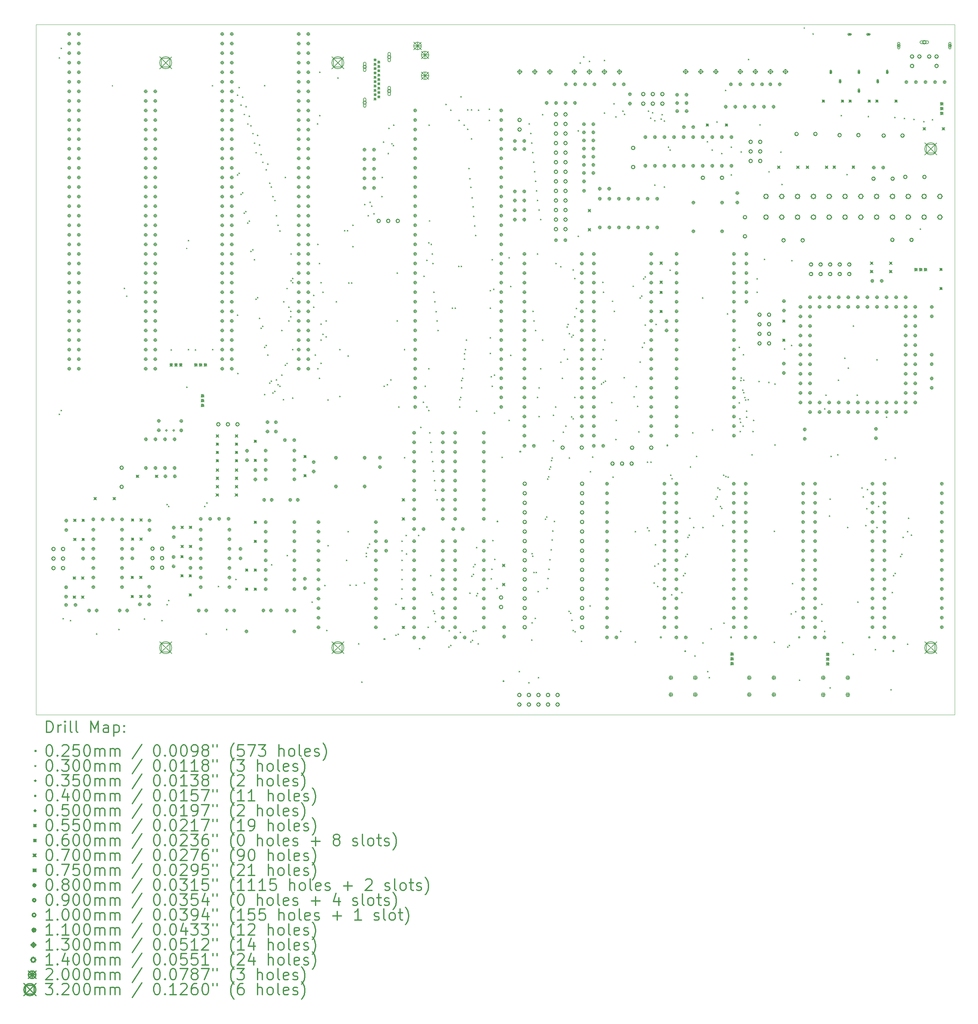
<source format=gbr>
%FSLAX45Y45*%
G04 Gerber Fmt 4.5, Leading zero omitted, Abs format (unit mm)*
G04 Created by KiCad (PCBNEW (5.1.12)-1) date 2022-08-10 22:49:00*
%MOMM*%
%LPD*%
G01*
G04 APERTURE LIST*
%TA.AperFunction,Profile*%
%ADD10C,0.050000*%
%TD*%
%ADD11C,0.200000*%
%ADD12C,0.300000*%
G04 APERTURE END LIST*
D10*
X3440236Y-21000000D02*
X27840236Y-21000000D01*
X3440236Y-2665488D02*
X27840236Y-2665488D01*
X27840236Y-2665488D02*
X27840236Y-21000000D01*
X3440236Y-2665488D02*
X3440236Y-21000000D01*
D11*
X4049868Y-3536642D02*
X4074868Y-3561642D01*
X4074868Y-3536642D02*
X4049868Y-3561642D01*
X4054040Y-13005000D02*
X4079040Y-13030000D01*
X4079040Y-13005000D02*
X4054040Y-13030000D01*
X4100268Y-3284928D02*
X4125268Y-3309928D01*
X4125268Y-3284928D02*
X4100268Y-3309928D01*
X4100268Y-12901368D02*
X4125268Y-12926368D01*
X4125268Y-12901368D02*
X4100268Y-12926368D01*
X4155640Y-18432980D02*
X4180640Y-18457980D01*
X4180640Y-18432980D02*
X4155640Y-18457980D01*
X4348680Y-18481240D02*
X4373680Y-18506240D01*
X4373680Y-18481240D02*
X4348680Y-18506240D01*
X5044640Y-18841920D02*
X5069640Y-18866920D01*
X5069640Y-18841920D02*
X5044640Y-18866920D01*
X5460274Y-4281026D02*
X5485274Y-4306026D01*
X5485274Y-4281026D02*
X5460274Y-4306026D01*
X5633920Y-18725080D02*
X5658920Y-18750080D01*
X5658920Y-18725080D02*
X5633920Y-18750080D01*
X5780134Y-9660926D02*
X5805134Y-9685926D01*
X5805134Y-9660926D02*
X5780134Y-9685926D01*
X5833654Y-9869026D02*
X5858654Y-9894026D01*
X5858654Y-9869026D02*
X5833654Y-9894026D01*
X6314640Y-18440600D02*
X6339640Y-18465600D01*
X6339640Y-18440600D02*
X6314640Y-18465600D01*
X6776920Y-18484650D02*
X6801920Y-18509650D01*
X6801920Y-18484650D02*
X6776920Y-18509650D01*
X6909000Y-15406170D02*
X6934000Y-15431170D01*
X6934000Y-15406170D02*
X6909000Y-15431170D01*
X6909000Y-18057060D02*
X6934000Y-18082060D01*
X6934000Y-18057060D02*
X6909000Y-18082060D01*
X6953050Y-15451511D02*
X6978050Y-15476511D01*
X6978050Y-15451511D02*
X6953050Y-15476511D01*
X6953050Y-17952920D02*
X6978050Y-17977920D01*
X6978050Y-17952920D02*
X6953050Y-17977920D01*
X7020760Y-11298120D02*
X7045760Y-11323120D01*
X7045760Y-11298120D02*
X7020760Y-11323120D01*
X7433166Y-8599026D02*
X7458166Y-8624026D01*
X7458166Y-8599026D02*
X7433166Y-8624026D01*
X7434780Y-12283640D02*
X7459780Y-12308640D01*
X7459780Y-12283640D02*
X7434780Y-12308640D01*
X7481934Y-8390926D02*
X7506934Y-8415926D01*
X7506934Y-8390926D02*
X7481934Y-8415926D01*
X7483040Y-11290500D02*
X7508040Y-11315500D01*
X7508040Y-11290500D02*
X7483040Y-11315500D01*
X7665920Y-11298120D02*
X7690920Y-11323120D01*
X7690920Y-11298120D02*
X7665920Y-11323120D01*
X7912300Y-15450220D02*
X7937300Y-15475220D01*
X7937300Y-15450220D02*
X7912300Y-15475220D01*
X7950400Y-18841920D02*
X7975400Y-18866920D01*
X7975400Y-18841920D02*
X7950400Y-18866920D01*
X7968180Y-15362120D02*
X7993180Y-15387120D01*
X7993180Y-15362120D02*
X7968180Y-15387120D01*
X8117114Y-4281026D02*
X8142114Y-4306026D01*
X8142114Y-4281026D02*
X8117114Y-4306026D01*
X8120580Y-11290500D02*
X8145580Y-11315500D01*
X8145580Y-11290500D02*
X8120580Y-11315500D01*
X8272980Y-17574460D02*
X8297980Y-17599460D01*
X8297980Y-17574460D02*
X8272980Y-17599460D01*
X8491421Y-18725080D02*
X8516421Y-18750080D01*
X8516421Y-18725080D02*
X8491421Y-18750080D01*
X8740340Y-17394120D02*
X8765340Y-17419120D01*
X8765340Y-17394120D02*
X8740340Y-17419120D01*
X8783266Y-4531560D02*
X8808266Y-4556560D01*
X8808266Y-4531560D02*
X8783266Y-4556560D01*
X8783325Y-6650365D02*
X8808325Y-6675365D01*
X8808325Y-6650365D02*
X8783325Y-6675365D01*
X8786823Y-10373559D02*
X8811823Y-10398559D01*
X8811823Y-10373559D02*
X8786823Y-10398559D01*
X8788854Y-11922452D02*
X8813854Y-11947452D01*
X8813854Y-11922452D02*
X8788854Y-11947452D01*
X8827462Y-4331408D02*
X8852462Y-4356408D01*
X8852462Y-4331408D02*
X8827462Y-4356408D01*
X8827716Y-6606085D02*
X8852716Y-6631085D01*
X8852716Y-6606085D02*
X8827716Y-6631085D01*
X8874198Y-4789624D02*
X8899198Y-4814624D01*
X8899198Y-4789624D02*
X8874198Y-4814624D01*
X8874200Y-7163208D02*
X8899200Y-7188208D01*
X8899200Y-7163208D02*
X8874200Y-7188208D01*
X8918248Y-4584900D02*
X8943248Y-4609900D01*
X8943248Y-4584900D02*
X8918248Y-4609900D01*
X8918738Y-7119076D02*
X8943738Y-7144076D01*
X8943738Y-7119076D02*
X8918738Y-7144076D01*
X8962874Y-7666645D02*
X8987874Y-7691645D01*
X8987874Y-7666645D02*
X8962874Y-7691645D01*
X8963442Y-5043026D02*
X8988442Y-5068026D01*
X8988442Y-5043026D02*
X8963442Y-5068026D01*
X9007492Y-7622594D02*
X9032492Y-7647594D01*
X9032492Y-7622594D02*
X9007492Y-7647594D01*
X9008056Y-4838900D02*
X9033056Y-4863900D01*
X9033056Y-4838900D02*
X9008056Y-4863900D01*
X9052596Y-5297026D02*
X9077596Y-5322026D01*
X9077596Y-5297026D02*
X9052596Y-5322026D01*
X9052596Y-7925090D02*
X9077596Y-7950090D01*
X9077596Y-7925090D02*
X9052596Y-7950090D01*
X9096646Y-7876340D02*
X9121646Y-7901340D01*
X9121646Y-7876340D02*
X9096646Y-7901340D01*
X9097464Y-5093408D02*
X9122464Y-5118408D01*
X9122464Y-5093408D02*
X9097464Y-5118408D01*
X9141242Y-8682846D02*
X9166242Y-8707846D01*
X9166242Y-8682846D02*
X9141242Y-8707846D01*
X9141660Y-5347662D02*
X9166660Y-5372662D01*
X9166660Y-5347662D02*
X9141660Y-5372662D01*
X9185946Y-5551026D02*
X9210946Y-5576026D01*
X9210946Y-5551026D02*
X9185946Y-5576026D01*
X9186110Y-8638592D02*
X9211110Y-8663592D01*
X9211110Y-8638592D02*
X9186110Y-8663592D01*
X9230815Y-8897075D02*
X9255815Y-8922075D01*
X9255815Y-8897075D02*
X9230815Y-8922075D01*
X9230904Y-5805026D02*
X9255904Y-5830026D01*
X9255904Y-5805026D02*
X9230904Y-5830026D01*
X9275862Y-6059026D02*
X9300862Y-6084026D01*
X9300862Y-6059026D02*
X9275862Y-6084026D01*
X9275862Y-9952772D02*
X9300862Y-9977772D01*
X9300862Y-9952772D02*
X9275862Y-9977772D01*
X9319804Y-5596926D02*
X9344804Y-5621926D01*
X9344804Y-5596926D02*
X9319804Y-5621926D01*
X9319912Y-9908086D02*
X9344912Y-9933086D01*
X9344912Y-9908086D02*
X9319912Y-9933086D01*
X9365090Y-5850926D02*
X9390090Y-5875926D01*
X9390090Y-5850926D02*
X9365090Y-5875926D01*
X9366252Y-10461190D02*
X9391252Y-10486190D01*
X9391252Y-10461190D02*
X9366252Y-10486190D01*
X9410302Y-6104926D02*
X9435302Y-6129926D01*
X9435302Y-6104926D02*
X9410302Y-6129926D01*
X9410302Y-10717312D02*
X9435302Y-10742312D01*
X9435302Y-10717312D02*
X9410302Y-10742312D01*
X9454352Y-6313026D02*
X9479352Y-6338026D01*
X9479352Y-6313026D02*
X9454352Y-6338026D01*
X9454352Y-10670086D02*
X9479352Y-10695086D01*
X9479352Y-10670086D02*
X9454352Y-10695086D01*
X9499800Y-4276036D02*
X9524800Y-4301036D01*
X9524800Y-4276036D02*
X9499800Y-4301036D01*
X9499800Y-11225222D02*
X9524800Y-11250222D01*
X9524800Y-11225222D02*
X9499800Y-11250222D01*
X9499800Y-12484300D02*
X9524800Y-12509300D01*
X9524800Y-12484300D02*
X9499800Y-12509300D01*
X9543850Y-6515554D02*
X9568850Y-6540554D01*
X9568850Y-6515554D02*
X9543850Y-6540554D01*
X9543850Y-11178086D02*
X9568850Y-11203086D01*
X9568850Y-11178086D02*
X9543850Y-11203086D01*
X9590732Y-6358328D02*
X9615732Y-6383328D01*
X9615732Y-6358328D02*
X9590732Y-6383328D01*
X9590732Y-11432086D02*
X9615732Y-11457086D01*
X9615732Y-11432086D02*
X9590732Y-11457086D01*
X9635600Y-6866926D02*
X9660600Y-6891926D01*
X9660600Y-6866926D02*
X9635600Y-6891926D01*
X9635600Y-12175526D02*
X9660600Y-12200526D01*
X9660600Y-12175526D02*
X9635600Y-12200526D01*
X9680941Y-12128329D02*
X9705941Y-12153329D01*
X9705941Y-12128329D02*
X9680941Y-12153329D01*
X9681156Y-6971230D02*
X9706156Y-6996230D01*
X9706156Y-6971230D02*
X9681156Y-6996230D01*
X9692840Y-17005500D02*
X9717840Y-17030500D01*
X9717840Y-17005500D02*
X9692840Y-17030500D01*
X9725352Y-12436548D02*
X9750352Y-12461548D01*
X9750352Y-12436548D02*
X9725352Y-12461548D01*
X9725860Y-7224976D02*
X9750860Y-7249976D01*
X9750860Y-7224976D02*
X9725860Y-7249976D01*
X9770654Y-7329026D02*
X9795654Y-7354026D01*
X9795654Y-7329026D02*
X9770654Y-7354026D01*
X9770756Y-12392498D02*
X9795756Y-12417498D01*
X9795756Y-12392498D02*
X9770756Y-12417498D01*
X9814704Y-12090854D02*
X9839704Y-12115854D01*
X9839704Y-12090854D02*
X9814704Y-12115854D01*
X9815268Y-7732976D02*
X9840268Y-7757976D01*
X9840268Y-7732976D02*
X9815268Y-7757976D01*
X9859464Y-7986976D02*
X9884464Y-8011976D01*
X9884464Y-7986976D02*
X9859464Y-8011976D01*
X9859464Y-12216429D02*
X9884464Y-12241429D01*
X9884464Y-12216429D02*
X9859464Y-12241429D01*
X9907306Y-8136926D02*
X9932306Y-8161926D01*
X9932306Y-8136926D02*
X9907306Y-8161926D01*
X9908485Y-12260479D02*
X9933485Y-12285479D01*
X9933485Y-12260479D02*
X9908485Y-12285479D01*
X9962588Y-10780976D02*
X9987588Y-10805976D01*
X9987588Y-10780976D02*
X9962588Y-10805976D01*
X9962588Y-11966502D02*
X9987588Y-11991502D01*
X9987588Y-11966502D02*
X9962588Y-11991502D01*
X10005260Y-12616380D02*
X10030260Y-12641380D01*
X10030260Y-12616380D02*
X10005260Y-12641380D01*
X10007800Y-10018976D02*
X10032800Y-10043976D01*
X10032800Y-10018976D02*
X10007800Y-10043976D01*
X10052250Y-6715706D02*
X10077250Y-6740706D01*
X10077250Y-6715706D02*
X10052250Y-6740706D01*
X10052396Y-11700564D02*
X10077396Y-11725564D01*
X10077396Y-11700564D02*
X10052396Y-11725564D01*
X10096446Y-9665916D02*
X10121446Y-9690916D01*
X10121446Y-9665916D02*
X10096446Y-9690916D01*
X10096446Y-11655498D02*
X10121446Y-11680498D01*
X10121446Y-11655498D02*
X10096446Y-11680498D01*
X10106860Y-16754040D02*
X10131860Y-16779040D01*
X10131860Y-16754040D02*
X10106860Y-16779040D01*
X10144706Y-10526976D02*
X10169706Y-10551976D01*
X10169706Y-10526976D02*
X10144706Y-10551976D01*
X10145214Y-10162340D02*
X10170214Y-10187340D01*
X10170214Y-10162340D02*
X10145214Y-10187340D01*
X10198046Y-10273738D02*
X10223046Y-10298738D01*
X10223046Y-10273738D02*
X10198046Y-10298738D01*
X10198046Y-10417609D02*
X10223046Y-10442609D01*
X10223046Y-10417609D02*
X10198046Y-10442609D01*
X10205812Y-9455397D02*
X10230812Y-9480397D01*
X10230812Y-9455397D02*
X10205812Y-9480397D01*
X10206428Y-8748976D02*
X10231428Y-8773976D01*
X10231428Y-8748976D02*
X10206428Y-8773976D01*
X10249862Y-9510976D02*
X10274862Y-9535976D01*
X10274862Y-9510976D02*
X10249862Y-9535976D01*
X10250370Y-9400086D02*
X10275370Y-9425086D01*
X10275370Y-9400086D02*
X10250370Y-9425086D01*
X10251132Y-11288976D02*
X10276132Y-11313976D01*
X10276132Y-11288976D02*
X10251132Y-11313976D01*
X10251132Y-12577409D02*
X10276132Y-12602409D01*
X10276132Y-12577409D02*
X10251132Y-12602409D01*
X10766752Y-17996608D02*
X10791752Y-18021608D01*
X10791752Y-17996608D02*
X10766752Y-18021608D01*
X10805759Y-9845386D02*
X10830759Y-9870386D01*
X10830759Y-9845386D02*
X10805759Y-9870386D01*
X10805759Y-10162232D02*
X10830759Y-10187232D01*
X10830759Y-10162232D02*
X10805759Y-10187232D01*
X10850064Y-11429028D02*
X10875064Y-11454028D01*
X10875064Y-11429028D02*
X10850064Y-11454028D01*
X10906960Y-5289750D02*
X10931960Y-5314750D01*
X10931960Y-5289750D02*
X10906960Y-5314750D01*
X10916866Y-8494976D02*
X10941866Y-8519976D01*
X10941866Y-8494976D02*
X10916866Y-8519976D01*
X10916866Y-11792404D02*
X10941866Y-11817404D01*
X10941866Y-11792404D02*
X10916866Y-11817404D01*
X10960916Y-9003230D02*
X10985916Y-9028230D01*
X10985916Y-9003230D02*
X10960916Y-9028230D01*
X10961824Y-12046658D02*
X10986824Y-12071658D01*
X10986824Y-12046658D02*
X10961824Y-12071658D01*
X10969660Y-3923484D02*
X10994660Y-3948484D01*
X10994660Y-3923484D02*
X10969660Y-3948484D01*
X10969660Y-5073342D02*
X10994660Y-5098342D01*
X10994660Y-5073342D02*
X10969660Y-5098342D01*
X11004966Y-9512246D02*
X11029966Y-9537246D01*
X11029966Y-9512246D02*
X11004966Y-9537246D01*
X11004966Y-10607894D02*
X11029966Y-10632894D01*
X11029966Y-10607894D02*
X11004966Y-10632894D01*
X11004966Y-11034976D02*
X11029966Y-11059976D01*
X11029966Y-11034976D02*
X11004966Y-11059976D01*
X11004966Y-11648278D02*
X11029966Y-11673278D01*
X11029966Y-11648278D02*
X11004966Y-11673278D01*
X11049016Y-9764722D02*
X11074016Y-9789722D01*
X11074016Y-9764722D02*
X11049016Y-9789722D01*
X11049016Y-10877566D02*
X11074016Y-10902566D01*
X11074016Y-10877566D02*
X11049016Y-10902566D01*
X11101016Y-17552616D02*
X11126016Y-17577616D01*
X11126016Y-17552616D02*
X11101016Y-17577616D01*
X11137116Y-10526722D02*
X11162116Y-10551722D01*
X11162116Y-10526722D02*
X11137116Y-10551722D01*
X11137116Y-10950249D02*
X11162116Y-10975249D01*
X11162116Y-10950249D02*
X11137116Y-10975249D01*
X11153340Y-18744892D02*
X11178340Y-18769892D01*
X11178340Y-18744892D02*
X11153340Y-18769892D01*
X11183820Y-12622330D02*
X11208820Y-12647330D01*
X11208820Y-12622330D02*
X11183820Y-12647330D01*
X11186868Y-16498008D02*
X11211868Y-16523008D01*
X11211868Y-16498008D02*
X11186868Y-16523008D01*
X11411410Y-10017960D02*
X11436410Y-10042960D01*
X11436410Y-10017960D02*
X11411410Y-10042960D01*
X11452806Y-4070804D02*
X11477806Y-4095804D01*
X11477806Y-4070804D02*
X11452806Y-4095804D01*
X11499510Y-11288976D02*
X11524510Y-11313976D01*
X11524510Y-11288976D02*
X11499510Y-11313976D01*
X11499510Y-12531830D02*
X11524510Y-12556830D01*
X11524510Y-12531830D02*
X11499510Y-12556830D01*
X11631460Y-8128200D02*
X11656460Y-8153200D01*
X11656460Y-8128200D02*
X11631460Y-8153200D01*
X11676580Y-16883580D02*
X11701580Y-16908580D01*
X11701580Y-16883580D02*
X11676580Y-16908580D01*
X11706460Y-8128200D02*
X11731460Y-8153200D01*
X11731460Y-8128200D02*
X11706460Y-8153200D01*
X11719760Y-16124120D02*
X11744760Y-16149120D01*
X11744760Y-16124120D02*
X11719760Y-16149120D01*
X11722300Y-11458248D02*
X11747300Y-11483248D01*
X11747300Y-11458248D02*
X11722300Y-11483248D01*
X11740680Y-9520120D02*
X11765680Y-9545120D01*
X11765680Y-9520120D02*
X11740680Y-9545120D01*
X11771830Y-17545250D02*
X11796830Y-17570250D01*
X11796830Y-17545250D02*
X11771830Y-17570250D01*
X11815680Y-9520120D02*
X11840680Y-9545120D01*
X11840680Y-9520120D02*
X11815680Y-9545120D01*
X11848380Y-7986214D02*
X11873380Y-8011214D01*
X11873380Y-7986214D02*
X11848380Y-8011214D01*
X11848380Y-8550240D02*
X11873380Y-8575240D01*
X11873380Y-8550240D02*
X11848380Y-8575240D01*
X11931850Y-17545250D02*
X11956850Y-17570250D01*
X11956850Y-17545250D02*
X11931850Y-17570250D01*
X12001700Y-19101000D02*
X12026700Y-19126000D01*
X12026700Y-19101000D02*
X12001700Y-19126000D01*
X12085520Y-20117000D02*
X12110520Y-20142000D01*
X12110520Y-20117000D02*
X12085520Y-20142000D01*
X12150544Y-17481496D02*
X12175544Y-17506496D01*
X12175544Y-17481496D02*
X12150544Y-17506496D01*
X12164260Y-7434418D02*
X12189260Y-7459418D01*
X12189260Y-7434418D02*
X12164260Y-7459418D01*
X12203668Y-16695312D02*
X12228668Y-16720312D01*
X12228668Y-16695312D02*
X12203668Y-16720312D01*
X12203668Y-16783412D02*
X12228668Y-16808412D01*
X12228668Y-16783412D02*
X12203668Y-16808412D01*
X12247718Y-16542058D02*
X12272718Y-16567058D01*
X12272718Y-16542058D02*
X12247718Y-16567058D01*
X12257262Y-7734246D02*
X12282262Y-7759246D01*
X12282262Y-7734246D02*
X12257262Y-7759246D01*
X12291768Y-16453958D02*
X12316768Y-16478958D01*
X12316768Y-16453958D02*
X12291768Y-16478958D01*
X12301312Y-7378792D02*
X12326312Y-7403792D01*
X12326312Y-7378792D02*
X12301312Y-7403792D01*
X12345362Y-7478468D02*
X12370362Y-7503468D01*
X12370362Y-7478468D02*
X12345362Y-7503468D01*
X12405560Y-7678620D02*
X12430560Y-7703620D01*
X12430560Y-7678620D02*
X12405560Y-7703620D01*
X12618920Y-7223960D02*
X12643920Y-7248960D01*
X12643920Y-7223960D02*
X12618920Y-7248960D01*
X12628478Y-6711482D02*
X12653478Y-6736482D01*
X12653478Y-6711482D02*
X12628478Y-6736482D01*
X12662100Y-5773620D02*
X12687100Y-5798620D01*
X12687100Y-5773620D02*
X12662100Y-5798620D01*
X12676033Y-12260479D02*
X12701033Y-12285479D01*
X12701033Y-12260479D02*
X12676033Y-12285479D01*
X12764133Y-12216429D02*
X12789133Y-12241429D01*
X12789133Y-12216429D02*
X12764133Y-12241429D01*
X12784020Y-6077550D02*
X12809020Y-6102550D01*
X12809020Y-6077550D02*
X12784020Y-6102550D01*
X12806880Y-5415480D02*
X12831880Y-5440480D01*
X12831880Y-5415480D02*
X12806880Y-5440480D01*
X12852233Y-12090708D02*
X12877233Y-12115708D01*
X12877233Y-12090708D02*
X12852233Y-12115708D01*
X12881416Y-5822248D02*
X12906416Y-5847248D01*
X12906416Y-5822248D02*
X12881416Y-5847248D01*
X12925752Y-5866584D02*
X12950752Y-5891584D01*
X12950752Y-5866584D02*
X12925752Y-5891584D01*
X12934591Y-5324751D02*
X12959591Y-5349751D01*
X12959591Y-5324751D02*
X12934591Y-5349751D01*
X12987635Y-18869715D02*
X13012635Y-18894715D01*
X13012635Y-18869715D02*
X12987635Y-18894715D01*
X12994586Y-18049294D02*
X13019586Y-18074294D01*
X13019586Y-18049294D02*
X12994586Y-18074294D01*
X13023288Y-10523928D02*
X13048288Y-10548928D01*
X13048288Y-10523928D02*
X13023288Y-10548928D01*
X13029384Y-9258500D02*
X13054384Y-9283500D01*
X13054384Y-9258500D02*
X13029384Y-9283500D01*
X13050974Y-18849286D02*
X13075974Y-18874286D01*
X13075974Y-18849286D02*
X13050974Y-18874286D01*
X13067338Y-12809928D02*
X13092338Y-12834928D01*
X13092338Y-12809928D02*
X13067338Y-12834928D01*
X13144359Y-17900001D02*
X13169359Y-17925001D01*
X13169359Y-17900001D02*
X13144359Y-17925001D01*
X13148402Y-16376342D02*
X13173402Y-16401342D01*
X13173402Y-16376342D02*
X13148402Y-16401342D01*
X13148402Y-16630596D02*
X13173402Y-16655596D01*
X13173402Y-16630596D02*
X13148402Y-16655596D01*
X13148402Y-16884342D02*
X13173402Y-16909342D01*
X13173402Y-16884342D02*
X13148402Y-16909342D01*
X13148402Y-17138088D02*
X13173402Y-17163088D01*
X13173402Y-17138088D02*
X13148402Y-17163088D01*
X13148402Y-17392088D02*
X13173402Y-17417088D01*
X13173402Y-17392088D02*
X13148402Y-17417088D01*
X13148402Y-17646088D02*
X13173402Y-17671088D01*
X13173402Y-17646088D02*
X13148402Y-17671088D01*
X13215820Y-11287960D02*
X13240820Y-11312960D01*
X13240820Y-11287960D02*
X13215820Y-11312960D01*
X13219884Y-14154604D02*
X13244884Y-14179604D01*
X13244884Y-14154604D02*
X13219884Y-14179604D01*
X13261903Y-16225212D02*
X13286903Y-16250212D01*
X13286903Y-16225212D02*
X13261903Y-16250212D01*
X13274748Y-16717972D02*
X13299748Y-16742972D01*
X13299748Y-16717972D02*
X13274748Y-16742972D01*
X13589200Y-16224450D02*
X13614200Y-16249450D01*
X13614200Y-16224450D02*
X13589200Y-16249450D01*
X13614962Y-19228362D02*
X13639962Y-19253362D01*
X13639962Y-19228362D02*
X13614962Y-19253362D01*
X13651176Y-13352472D02*
X13676176Y-13377472D01*
X13676176Y-13352472D02*
X13651176Y-13377472D01*
X13717978Y-12681404D02*
X13742978Y-12706404D01*
X13742978Y-12681404D02*
X13717978Y-12706404D01*
X13738298Y-9336478D02*
X13763298Y-9361478D01*
X13763298Y-9336478D02*
X13738298Y-9361478D01*
X13766384Y-12258386D02*
X13791384Y-12283386D01*
X13791384Y-12258386D02*
X13766384Y-12283386D01*
X13815660Y-8917994D02*
X13840660Y-8942994D01*
X13840660Y-8917994D02*
X13815660Y-8942994D01*
X13816713Y-12809928D02*
X13841713Y-12834928D01*
X13841713Y-12809928D02*
X13816713Y-12834928D01*
X13846502Y-18661834D02*
X13871502Y-18686834D01*
X13871502Y-18661834D02*
X13846502Y-18686834D01*
X13859710Y-8447224D02*
X13884710Y-8472224D01*
X13884710Y-8447224D02*
X13859710Y-8472224D01*
X13860763Y-11794436D02*
X13885763Y-11819436D01*
X13885763Y-11794436D02*
X13860763Y-11819436D01*
X13860763Y-12904416D02*
X13885763Y-12929416D01*
X13885763Y-12904416D02*
X13860763Y-12929416D01*
X13875151Y-5324748D02*
X13900151Y-5349748D01*
X13900151Y-5324748D02*
X13875151Y-5349748D01*
X13877236Y-7871152D02*
X13902236Y-7896152D01*
X13902236Y-7871152D02*
X13877236Y-7896152D01*
X13886164Y-13497252D02*
X13911164Y-13522252D01*
X13911164Y-13497252D02*
X13886164Y-13522252D01*
X13910910Y-17293028D02*
X13935910Y-17318028D01*
X13935910Y-17293028D02*
X13910910Y-17318028D01*
X13912071Y-13749982D02*
X13937071Y-13774982D01*
X13937071Y-13749982D02*
X13912071Y-13774982D01*
X13927020Y-8492436D02*
X13952020Y-8517436D01*
X13952020Y-8492436D02*
X13927020Y-8517436D01*
X13937326Y-17738328D02*
X13962326Y-17763328D01*
X13962326Y-17738328D02*
X13937326Y-17763328D01*
X13937472Y-14004998D02*
X13962472Y-14029998D01*
X13962472Y-14004998D02*
X13937472Y-14029998D01*
X13953436Y-8746436D02*
X13978436Y-8771436D01*
X13978436Y-8746436D02*
X13953436Y-8771436D01*
X13962726Y-17801028D02*
X13987726Y-17826028D01*
X13987726Y-17801028D02*
X13962726Y-17826028D01*
X13963739Y-14259506D02*
X13988739Y-14284506D01*
X13988739Y-14259506D02*
X13963739Y-14284506D01*
X13974264Y-8998404D02*
X13999264Y-9023404D01*
X13999264Y-8998404D02*
X13974264Y-9023404D01*
X13988126Y-18232317D02*
X14013126Y-18257317D01*
X14013126Y-18232317D02*
X13988126Y-18257317D01*
X13989140Y-14513760D02*
X14014140Y-14538760D01*
X14014140Y-14513760D02*
X13989140Y-14538760D01*
X14002204Y-9762436D02*
X14027204Y-9787436D01*
X14027204Y-9762436D02*
X14002204Y-9787436D01*
X14012110Y-14767252D02*
X14037110Y-14792252D01*
X14037110Y-14767252D02*
X14012110Y-14792252D01*
X14014542Y-18293788D02*
X14039542Y-18318788D01*
X14039542Y-18293788D02*
X14014542Y-18318788D01*
X14025572Y-10016436D02*
X14050572Y-10041436D01*
X14050572Y-10016436D02*
X14025572Y-10041436D01*
X14039288Y-18506288D02*
X14064288Y-18531288D01*
X14064288Y-18506288D02*
X14039288Y-18531288D01*
X14039942Y-15020998D02*
X14064942Y-15045998D01*
X14064942Y-15020998D02*
X14039942Y-15045998D01*
X14058846Y-10278310D02*
X14083846Y-10303310D01*
X14083846Y-10278310D02*
X14058846Y-10303310D01*
X14080944Y-10523928D02*
X14105944Y-10548928D01*
X14105944Y-10523928D02*
X14080944Y-10548928D01*
X14083484Y-15275506D02*
X14108484Y-15300506D01*
X14108484Y-15275506D02*
X14083484Y-15300506D01*
X14106852Y-10776912D02*
X14131852Y-10801912D01*
X14131852Y-10776912D02*
X14106852Y-10801912D01*
X14323260Y-4772860D02*
X14348260Y-4797860D01*
X14348260Y-4772860D02*
X14323260Y-4797860D01*
X14398952Y-19184312D02*
X14423952Y-19209312D01*
X14423952Y-19184312D02*
X14398952Y-19209312D01*
X14403886Y-18754036D02*
X14428886Y-18779036D01*
X14428886Y-18754036D02*
X14403886Y-18779036D01*
X14450006Y-19145004D02*
X14475006Y-19170004D01*
X14475006Y-19145004D02*
X14450006Y-19170004D01*
X14450260Y-4930340D02*
X14475260Y-4955340D01*
X14475260Y-4930340D02*
X14450260Y-4955340D01*
X14488960Y-10187870D02*
X14513960Y-10212870D01*
X14513960Y-10187870D02*
X14488960Y-10212870D01*
X14563960Y-10187870D02*
X14588960Y-10212870D01*
X14588960Y-10187870D02*
X14563960Y-10212870D01*
X14656092Y-9079954D02*
X14681092Y-9104954D01*
X14681092Y-9079954D02*
X14656092Y-9104954D01*
X14671240Y-5197040D02*
X14696240Y-5222040D01*
X14696240Y-5197040D02*
X14671240Y-5222040D01*
X14688144Y-12618537D02*
X14713144Y-12643537D01*
X14713144Y-12618537D02*
X14688144Y-12643537D01*
X14688144Y-12808912D02*
X14713144Y-12833912D01*
X14713144Y-12808912D02*
X14688144Y-12833912D01*
X14705784Y-18801280D02*
X14730784Y-18826280D01*
X14730784Y-18801280D02*
X14705784Y-18826280D01*
X14713545Y-12555928D02*
X14738545Y-12580928D01*
X14738545Y-12555928D02*
X14713545Y-12580928D01*
X14715290Y-4571260D02*
X14740290Y-4596260D01*
X14740290Y-4571260D02*
X14715290Y-4596260D01*
X14731092Y-9079954D02*
X14756092Y-9104954D01*
X14756092Y-9079954D02*
X14731092Y-9104954D01*
X14738946Y-12111134D02*
X14763946Y-12136134D01*
X14763946Y-12111134D02*
X14738946Y-12136134D01*
X14738946Y-12302436D02*
X14763946Y-12327436D01*
X14763946Y-12302436D02*
X14738946Y-12327436D01*
X14764347Y-12048436D02*
X14789347Y-12073436D01*
X14789347Y-12048436D02*
X14764347Y-12073436D01*
X14789748Y-11792912D02*
X14814748Y-11817912D01*
X14814748Y-11792912D02*
X14789748Y-11817912D01*
X14800779Y-5324039D02*
X14825779Y-5349039D01*
X14825779Y-5324039D02*
X14800779Y-5349039D01*
X14815149Y-11395802D02*
X14840149Y-11420802D01*
X14840149Y-11395802D02*
X14815149Y-11420802D01*
X14815149Y-11539420D02*
X14840149Y-11564420D01*
X14840149Y-11539420D02*
X14815149Y-11564420D01*
X14840550Y-11285928D02*
X14865550Y-11310928D01*
X14865550Y-11285928D02*
X14840550Y-11310928D01*
X14865951Y-11032436D02*
X14890951Y-11057436D01*
X14890951Y-11032436D02*
X14865951Y-11057436D01*
X14897300Y-4922720D02*
X14922300Y-4947720D01*
X14922300Y-4922720D02*
X14897300Y-4947720D01*
X14897300Y-5433260D02*
X14922300Y-5458260D01*
X14922300Y-5433260D02*
X14897300Y-5458260D01*
X14928796Y-6478724D02*
X14953796Y-6503724D01*
X14953796Y-6478724D02*
X14928796Y-6503724D01*
X14958844Y-17756988D02*
X14983844Y-17781988D01*
X14983844Y-17756988D02*
X14958844Y-17781988D01*
X14959276Y-6748980D02*
X14984276Y-6773980D01*
X14984276Y-6748980D02*
X14959276Y-6773980D01*
X14977056Y-19054772D02*
X15002056Y-19079772D01*
X15002056Y-19054772D02*
X14977056Y-19079772D01*
X14981120Y-6977072D02*
X15006120Y-7002072D01*
X15006120Y-6977072D02*
X14981120Y-7002072D01*
X15001440Y-4920180D02*
X15026440Y-4945180D01*
X15026440Y-4920180D02*
X15001440Y-4945180D01*
X15001440Y-5694880D02*
X15026440Y-5719880D01*
X15026440Y-5694880D02*
X15001440Y-5719880D01*
X15002894Y-17309792D02*
X15027894Y-17334792D01*
X15027894Y-17309792D02*
X15002894Y-17334792D01*
X15013124Y-7254948D02*
X15038124Y-7279948D01*
X15038124Y-7254948D02*
X15013124Y-7279948D01*
X15021252Y-19008036D02*
X15046252Y-19033036D01*
X15046252Y-19008036D02*
X15021252Y-19033036D01*
X15038016Y-7496248D02*
X15063016Y-7521248D01*
X15063016Y-7496248D02*
X15038016Y-7521248D01*
X15046944Y-17057316D02*
X15071944Y-17082316D01*
X15071944Y-17057316D02*
X15046944Y-17082316D01*
X15046944Y-17257176D02*
X15071944Y-17282176D01*
X15071944Y-17257176D02*
X15046944Y-17282176D01*
X15049192Y-18773848D02*
X15074192Y-18798848D01*
X15074192Y-18773848D02*
X15049192Y-18798848D01*
X15059352Y-7751772D02*
X15084352Y-7776772D01*
X15084352Y-7751772D02*
X15059352Y-7776772D01*
X15084244Y-8002724D02*
X15109244Y-8027724D01*
X15109244Y-8002724D02*
X15084244Y-8027724D01*
X15090994Y-16994978D02*
X15115994Y-17019978D01*
X15115994Y-16994978D02*
X15090994Y-17019978D01*
X15108992Y-8260280D02*
X15133992Y-8285280D01*
X15133992Y-8260280D02*
X15108992Y-8285280D01*
X15114031Y-18754255D02*
X15139031Y-18779255D01*
X15139031Y-18754255D02*
X15114031Y-18779255D01*
X15134392Y-12923202D02*
X15159392Y-12948202D01*
X15159392Y-12923202D02*
X15134392Y-12948202D01*
X15135014Y-17825831D02*
X15160014Y-17850831D01*
X15160014Y-17825831D02*
X15135014Y-17850831D01*
X15135044Y-16542059D02*
X15160044Y-16567059D01*
X15160044Y-16542059D02*
X15135044Y-16567059D01*
X15155509Y-17766574D02*
X15180509Y-17791574D01*
X15180509Y-17766574D02*
X15155509Y-17791574D01*
X15177208Y-19098822D02*
X15202208Y-19123822D01*
X15202208Y-19098822D02*
X15177208Y-19123822D01*
X15186860Y-4925260D02*
X15211860Y-4950260D01*
X15211860Y-4925260D02*
X15186860Y-4950260D01*
X15471340Y-4902400D02*
X15496340Y-4927400D01*
X15496340Y-4902400D02*
X15471340Y-4927400D01*
X15473880Y-5197040D02*
X15498880Y-5222040D01*
X15498880Y-5197040D02*
X15473880Y-5222040D01*
X15496376Y-9718386D02*
X15521376Y-9743386D01*
X15521376Y-9718386D02*
X15496376Y-9743386D01*
X15496376Y-10182660D02*
X15521376Y-10207660D01*
X15521376Y-10182660D02*
X15496376Y-10207660D01*
X15496376Y-10977172D02*
X15521376Y-11002172D01*
X15521376Y-10977172D02*
X15496376Y-11002172D01*
X15496376Y-11387274D02*
X15521376Y-11412274D01*
X15521376Y-11387274D02*
X15496376Y-11412274D01*
X15519600Y-17371768D02*
X15544600Y-17396768D01*
X15544600Y-17371768D02*
X15519600Y-17396768D01*
X15521777Y-12004386D02*
X15546777Y-12029386D01*
X15546777Y-12004386D02*
X15521777Y-12029386D01*
X15543838Y-17119292D02*
X15568838Y-17144292D01*
X15568838Y-17119292D02*
X15543838Y-17144292D01*
X15545000Y-8896550D02*
X15570000Y-8921550D01*
X15570000Y-8896550D02*
X15545000Y-8921550D01*
X15549064Y-12258386D02*
X15574064Y-12283386D01*
X15574064Y-12258386D02*
X15549064Y-12283386D01*
X15569239Y-16362880D02*
X15594239Y-16387880D01*
X15594239Y-16362880D02*
X15569239Y-16387880D01*
X15586657Y-9683950D02*
X15611657Y-9708950D01*
X15611657Y-9683950D02*
X15586657Y-9708950D01*
X15609878Y-11966502D02*
X15634878Y-11991502D01*
X15634878Y-11966502D02*
X15609878Y-11991502D01*
X15611040Y-12973466D02*
X15636040Y-12998466D01*
X15636040Y-12973466D02*
X15611040Y-12998466D01*
X15613580Y-16861228D02*
X15638580Y-16886228D01*
X15638580Y-16861228D02*
X15613580Y-16886228D01*
X15673016Y-17632372D02*
X15698016Y-17657372D01*
X15698016Y-17632372D02*
X15673016Y-17657372D01*
X15812208Y-14152572D02*
X15837208Y-14177572D01*
X15837208Y-14152572D02*
X15812208Y-14177572D01*
X15995850Y-8846150D02*
X16020850Y-8871150D01*
X16020850Y-8846150D02*
X15995850Y-8871150D01*
X15996612Y-13165528D02*
X16021612Y-13190528D01*
X16021612Y-13165528D02*
X15996612Y-13190528D01*
X16039538Y-11439852D02*
X16064538Y-11464852D01*
X16064538Y-11439852D02*
X16039538Y-11464852D01*
X16040300Y-9614100D02*
X16065300Y-9639100D01*
X16065300Y-9614100D02*
X16040300Y-9639100D01*
X16268900Y-19840140D02*
X16293900Y-19865140D01*
X16293900Y-19840140D02*
X16268900Y-19865140D01*
X16522900Y-20137320D02*
X16547900Y-20162320D01*
X16547900Y-20137320D02*
X16522900Y-20162320D01*
X16528996Y-5295084D02*
X16553996Y-5320084D01*
X16553996Y-5295084D02*
X16528996Y-5320084D01*
X16571014Y-5549084D02*
X16596014Y-5574084D01*
X16596014Y-5549084D02*
X16571014Y-5574084D01*
X16596415Y-5803084D02*
X16621415Y-5828084D01*
X16621415Y-5803084D02*
X16596415Y-5828084D01*
X16598592Y-19001432D02*
X16623592Y-19026432D01*
X16623592Y-19001432D02*
X16598592Y-19026432D01*
X16604688Y-16705272D02*
X16629688Y-16730272D01*
X16629688Y-16705272D02*
X16604688Y-16730272D01*
X16609768Y-18544194D02*
X16634768Y-18569194D01*
X16634768Y-18544194D02*
X16609768Y-18569194D01*
X16621816Y-6058100D02*
X16646816Y-6083100D01*
X16646816Y-6058100D02*
X16621816Y-6083100D01*
X16626531Y-16769789D02*
X16651531Y-16794789D01*
X16651531Y-16769789D02*
X16626531Y-16794789D01*
X16635320Y-10271452D02*
X16660320Y-10296452D01*
X16660320Y-10271452D02*
X16635320Y-10296452D01*
X16647217Y-6311084D02*
X16672217Y-6336084D01*
X16672217Y-6311084D02*
X16647217Y-6336084D01*
X16655488Y-17204636D02*
X16680488Y-17229636D01*
X16680488Y-17204636D02*
X16655488Y-17229636D01*
X16661584Y-10525452D02*
X16686584Y-10550452D01*
X16686584Y-10525452D02*
X16661584Y-10550452D01*
X16672618Y-6565592D02*
X16697618Y-6590592D01*
X16697618Y-6565592D02*
X16672618Y-6590592D01*
X16690540Y-18425360D02*
X16715540Y-18450360D01*
X16715540Y-18425360D02*
X16690540Y-18450360D01*
X16698019Y-6819592D02*
X16723019Y-6844592D01*
X16723019Y-6819592D02*
X16698019Y-6844592D01*
X16699176Y-10778944D02*
X16724176Y-10803944D01*
X16724176Y-10778944D02*
X16699176Y-10803944D01*
X16718117Y-17207618D02*
X16743117Y-17232618D01*
X16743117Y-17207618D02*
X16718117Y-17232618D01*
X16723420Y-7074100D02*
X16748420Y-7099100D01*
X16748420Y-7074100D02*
X16723420Y-7099100D01*
X16747074Y-12557452D02*
X16772074Y-12582452D01*
X16772074Y-12557452D02*
X16747074Y-12582452D01*
X16749684Y-7327592D02*
X16774684Y-7352592D01*
X16774684Y-7327592D02*
X16749684Y-7352592D01*
X16749684Y-8745928D02*
X16774684Y-8770928D01*
X16774684Y-8745928D02*
X16749684Y-8770928D01*
X16765216Y-17716192D02*
X16790216Y-17741192D01*
X16790216Y-17716192D02*
X16765216Y-17741192D01*
X16776900Y-20000160D02*
X16801900Y-20025160D01*
X16801900Y-20000160D02*
X16776900Y-20025160D01*
X16791124Y-12303452D02*
X16816124Y-12328452D01*
X16816124Y-12303452D02*
X16791124Y-12328452D01*
X16792648Y-13064944D02*
X16817648Y-13089944D01*
X16817648Y-13064944D02*
X16792648Y-13089944D01*
X16796203Y-7581592D02*
X16821203Y-7606592D01*
X16821203Y-7581592D02*
X16796203Y-7606592D01*
X16838730Y-7834576D02*
X16863730Y-7859576D01*
X16863730Y-7834576D02*
X16838730Y-7859576D01*
X16838876Y-11795960D02*
X16863876Y-11820960D01*
X16863876Y-11795960D02*
X16838876Y-11820960D01*
X16882780Y-11032436D02*
X16907780Y-11057436D01*
X16907780Y-11032436D02*
X16882780Y-11057436D01*
X16890184Y-5047688D02*
X16915184Y-5072688D01*
X16915184Y-5047688D02*
X16890184Y-5072688D01*
X16964155Y-15789601D02*
X16989155Y-15814601D01*
X16989155Y-15789601D02*
X16964155Y-15814601D01*
X16993089Y-15733976D02*
X17018089Y-15758976D01*
X17018089Y-15733976D02*
X16993089Y-15758976D01*
X17004484Y-17629324D02*
X17029484Y-17654324D01*
X17029484Y-17629324D02*
X17004484Y-17654324D01*
X17018490Y-14725157D02*
X17043490Y-14750157D01*
X17043490Y-14725157D02*
X17018490Y-14750157D01*
X17028360Y-17366180D02*
X17053360Y-17391180D01*
X17053360Y-17366180D02*
X17028360Y-17391180D01*
X17043891Y-14663112D02*
X17068891Y-14688112D01*
X17068891Y-14663112D02*
X17043891Y-14688112D01*
X17053107Y-17122848D02*
X17078107Y-17147848D01*
X17078107Y-17122848D02*
X17053107Y-17147848D01*
X17069292Y-14463976D02*
X17094292Y-14488976D01*
X17094292Y-14463976D02*
X17069292Y-14488976D01*
X17081190Y-16865292D02*
X17106190Y-16890292D01*
X17106190Y-16865292D02*
X17081190Y-16890292D01*
X17098609Y-14401492D02*
X17123609Y-14426492D01*
X17123609Y-14401492D02*
X17098609Y-14426492D01*
X17116752Y-16607736D02*
X17141752Y-16632736D01*
X17141752Y-16607736D02*
X17116752Y-16632736D01*
X17124010Y-14230311D02*
X17149010Y-14255311D01*
X17149010Y-14230311D02*
X17124010Y-14255311D01*
X17136564Y-16344084D02*
X17161564Y-16369084D01*
X17161564Y-16344084D02*
X17136564Y-16369084D01*
X17140628Y-14168828D02*
X17165628Y-14193828D01*
X17165628Y-14168828D02*
X17140628Y-14193828D01*
X17157392Y-16104308D02*
X17182392Y-16129308D01*
X17182392Y-16104308D02*
X17157392Y-16129308D01*
X17170600Y-13030400D02*
X17195600Y-13055400D01*
X17195600Y-13030400D02*
X17170600Y-13055400D01*
X17170600Y-13709850D02*
X17195600Y-13734850D01*
X17195600Y-13709850D02*
X17170600Y-13734850D01*
X17196508Y-15849800D02*
X17221508Y-15874800D01*
X17221508Y-15849800D02*
X17196508Y-15874800D01*
X17234608Y-12810436D02*
X17259608Y-12835436D01*
X17259608Y-12810436D02*
X17234608Y-12835436D01*
X17238164Y-9001452D02*
X17263164Y-9026452D01*
X17263164Y-9001452D02*
X17238164Y-9026452D01*
X17370390Y-9084911D02*
X17395390Y-9109911D01*
X17395390Y-9084911D02*
X17370390Y-9109911D01*
X17370390Y-11621853D02*
X17395390Y-11646853D01*
X17395390Y-11621853D02*
X17370390Y-11646853D01*
X17414440Y-12049452D02*
X17439440Y-12074452D01*
X17439440Y-12049452D02*
X17414440Y-12074452D01*
X17433236Y-13482520D02*
X17458236Y-13507520D01*
X17458236Y-13482520D02*
X17433236Y-13507520D01*
X17458490Y-11287452D02*
X17483490Y-11312452D01*
X17483490Y-11287452D02*
X17458490Y-11312452D01*
X17501816Y-13318436D02*
X17526816Y-13343436D01*
X17526816Y-13318436D02*
X17501816Y-13343436D01*
X17534693Y-10682932D02*
X17559693Y-10707932D01*
X17559693Y-10682932D02*
X17534693Y-10707932D01*
X17546590Y-11541960D02*
X17571590Y-11566960D01*
X17571590Y-11541960D02*
X17546590Y-11566960D01*
X17560094Y-10619940D02*
X17585094Y-10644940D01*
X17585094Y-10619940D02*
X17560094Y-10644940D01*
X17586144Y-18239940D02*
X17611144Y-18264940D01*
X17611144Y-18239940D02*
X17586144Y-18264940D01*
X17593510Y-10862148D02*
X17618510Y-10887148D01*
X17618510Y-10862148D02*
X17593510Y-10887148D01*
X17593510Y-14163601D02*
X17618510Y-14188601D01*
X17618510Y-14163601D02*
X17593510Y-14188601D01*
X17629832Y-18287184D02*
X17654832Y-18312184D01*
X17654832Y-18287184D02*
X17629832Y-18312184D01*
X17653638Y-10952888D02*
X17678638Y-10977888D01*
X17678638Y-10952888D02*
X17653638Y-10977888D01*
X17653638Y-13073127D02*
X17678638Y-13098127D01*
X17678638Y-13073127D02*
X17653638Y-13098127D01*
X17665900Y-18475144D02*
X17690900Y-18500144D01*
X17690900Y-18475144D02*
X17665900Y-18500144D01*
X17697396Y-13121478D02*
X17722396Y-13146478D01*
X17722396Y-13121478D02*
X17697396Y-13146478D01*
X17697688Y-9173372D02*
X17722688Y-9198372D01*
X17722688Y-9173372D02*
X17697688Y-9198372D01*
X17697688Y-10906198D02*
X17722688Y-10931198D01*
X17722688Y-10906198D02*
X17697688Y-10931198D01*
X17699428Y-18743368D02*
X17724428Y-18768368D01*
X17724428Y-18743368D02*
X17699428Y-18768368D01*
X17741738Y-10416340D02*
X17766738Y-10441340D01*
X17766738Y-10416340D02*
X17741738Y-10441340D01*
X17741738Y-12559992D02*
X17766738Y-12584992D01*
X17766738Y-12559992D02*
X17741738Y-12584992D01*
X17744640Y-9400740D02*
X17769640Y-9425740D01*
X17769640Y-9400740D02*
X17744640Y-9425740D01*
X17751598Y-18778148D02*
X17776598Y-18803148D01*
X17776598Y-18778148D02*
X17751598Y-18803148D01*
X17785788Y-10193474D02*
X17810788Y-10218474D01*
X17810788Y-10193474D02*
X17785788Y-10218474D01*
X17885864Y-3676596D02*
X17910864Y-3701596D01*
X17910864Y-3676596D02*
X17885864Y-3701596D01*
X17916344Y-19037500D02*
X17941344Y-19062500D01*
X17941344Y-19037500D02*
X17916344Y-19062500D01*
X17978320Y-3512694D02*
X18003320Y-3537694D01*
X18003320Y-3512694D02*
X17978320Y-3537694D01*
X18129196Y-3631892D02*
X18154196Y-3656892D01*
X18154196Y-3631892D02*
X18129196Y-3656892D01*
X18148500Y-18096684D02*
X18173500Y-18121684D01*
X18173500Y-18096684D02*
X18148500Y-18121684D01*
X18157136Y-14530016D02*
X18182136Y-14555016D01*
X18182136Y-14530016D02*
X18157136Y-14555016D01*
X18218604Y-14138856D02*
X18243604Y-14163856D01*
X18243604Y-14138856D02*
X18218604Y-14163856D01*
X18447058Y-11541960D02*
X18472058Y-11566960D01*
X18472058Y-11541960D02*
X18447058Y-11566960D01*
X18448220Y-12202362D02*
X18473220Y-12227362D01*
X18473220Y-12202362D02*
X18448220Y-12227362D01*
X18489876Y-9501832D02*
X18514876Y-9526832D01*
X18514876Y-9501832D02*
X18489876Y-9526832D01*
X18491108Y-11287960D02*
X18516108Y-11312960D01*
X18516108Y-11287960D02*
X18491108Y-11312960D01*
X18501721Y-12156837D02*
X18526721Y-12181837D01*
X18526721Y-12156837D02*
X18501721Y-12181837D01*
X18505116Y-9761420D02*
X18530116Y-9786420D01*
X18530116Y-9761420D02*
X18505116Y-9786420D01*
X18526452Y-5001968D02*
X18551452Y-5026968D01*
X18551452Y-5001968D02*
X18526452Y-5026968D01*
X18528992Y-3607145D02*
X18553992Y-3632145D01*
X18553992Y-3607145D02*
X18528992Y-3632145D01*
X18535158Y-11033960D02*
X18560158Y-11058960D01*
X18560158Y-11033960D02*
X18535158Y-11058960D01*
X18554900Y-12123620D02*
X18579900Y-12148620D01*
X18579900Y-12123620D02*
X18554900Y-12148620D01*
X18723048Y-12693088D02*
X18748048Y-12718088D01*
X18748048Y-12693088D02*
X18723048Y-12718088D01*
X18740828Y-10004752D02*
X18765828Y-10029752D01*
X18765828Y-10004752D02*
X18740828Y-10029752D01*
X18755560Y-14671240D02*
X18780560Y-14696240D01*
X18780560Y-14671240D02*
X18755560Y-14696240D01*
X18786547Y-4758637D02*
X18811547Y-4783637D01*
X18811547Y-4758637D02*
X18786547Y-4783637D01*
X18789088Y-10270436D02*
X18814088Y-10295436D01*
X18814088Y-10270436D02*
X18789088Y-10295436D01*
X18832776Y-5110172D02*
X18857776Y-5135172D01*
X18857776Y-5110172D02*
X18832776Y-5135172D01*
X18834300Y-13678100D02*
X18859300Y-13703100D01*
X18859300Y-13678100D02*
X18834300Y-13703100D01*
X18839127Y-13165273D02*
X18864127Y-13190273D01*
X18864127Y-13165273D02*
X18839127Y-13190273D01*
X18964290Y-18771250D02*
X18989290Y-18796250D01*
X18989290Y-18771250D02*
X18964290Y-18796250D01*
X19019720Y-4953200D02*
X19044720Y-4978200D01*
X19044720Y-4953200D02*
X19019720Y-4978200D01*
X19055788Y-12032688D02*
X19080788Y-12057688D01*
X19080788Y-12032688D02*
X19055788Y-12057688D01*
X19063770Y-5042754D02*
X19088770Y-5067754D01*
X19088770Y-5042754D02*
X19063770Y-5067754D01*
X19289976Y-9606625D02*
X19314976Y-9631625D01*
X19314976Y-9606625D02*
X19289976Y-9631625D01*
X19317916Y-12542212D02*
X19342916Y-12567212D01*
X19342916Y-12542212D02*
X19317916Y-12567212D01*
X19348650Y-19050200D02*
X19373650Y-19075200D01*
X19373650Y-19050200D02*
X19348650Y-19075200D01*
X19352968Y-16118532D02*
X19377968Y-16143532D01*
X19377968Y-16118532D02*
X19352968Y-16143532D01*
X19378076Y-12267892D02*
X19403076Y-12292892D01*
X19403076Y-12267892D02*
X19378076Y-12292892D01*
X19412912Y-12791640D02*
X19437912Y-12816640D01*
X19437912Y-12791640D02*
X19412912Y-12816640D01*
X19444916Y-13470836D02*
X19469916Y-13495836D01*
X19469916Y-13470836D02*
X19444916Y-13495836D01*
X19478444Y-11613588D02*
X19503444Y-11638588D01*
X19503444Y-11613588D02*
X19478444Y-11638588D01*
X19478590Y-9918402D02*
X19503590Y-9943402D01*
X19503590Y-9918402D02*
X19478590Y-9943402D01*
X19522786Y-9862502D02*
X19547786Y-9887502D01*
X19547786Y-9862502D02*
X19522786Y-9887502D01*
X19535340Y-11230411D02*
X19560340Y-11255411D01*
X19560340Y-11230411D02*
X19535340Y-11255411D01*
X19567505Y-9410402D02*
X19592505Y-9435402D01*
X19592505Y-9410402D02*
X19567505Y-9435402D01*
X19590204Y-11105588D02*
X19615204Y-11130588D01*
X19615204Y-11105588D02*
X19590204Y-11130588D01*
X19610887Y-10636196D02*
X19635887Y-10661196D01*
X19635887Y-10636196D02*
X19610887Y-10661196D01*
X19611555Y-9354502D02*
X19636555Y-9379502D01*
X19636555Y-9354502D02*
X19611555Y-9379502D01*
X19668436Y-14279064D02*
X19693436Y-14304064D01*
X19693436Y-14279064D02*
X19668436Y-14304064D01*
X19672500Y-16016424D02*
X19697500Y-16041424D01*
X19697500Y-16016424D02*
X19672500Y-16041424D01*
X19699424Y-4954654D02*
X19724424Y-4979654D01*
X19724424Y-4954654D02*
X19699424Y-4979654D01*
X19717204Y-16096688D02*
X19742204Y-16121688D01*
X19742204Y-16096688D02*
X19717204Y-16121688D01*
X19753780Y-5138474D02*
X19778780Y-5163474D01*
X19778780Y-5138474D02*
X19753780Y-5163474D01*
X19764220Y-14276265D02*
X19789220Y-14301265D01*
X19789220Y-14276265D02*
X19764220Y-14301265D01*
X19809152Y-4998704D02*
X19834152Y-5023704D01*
X19834152Y-4998704D02*
X19809152Y-5023704D01*
X19845278Y-17488550D02*
X19870278Y-17513550D01*
X19870278Y-17488550D02*
X19845278Y-17513550D01*
X19864562Y-17036450D02*
X19889562Y-17061450D01*
X19889562Y-17036450D02*
X19864562Y-17061450D01*
X19869350Y-6915350D02*
X19894350Y-6940350D01*
X19894350Y-6915350D02*
X19869350Y-6940350D01*
X19870112Y-5207708D02*
X19895112Y-5232708D01*
X19895112Y-5207708D02*
X19870112Y-5232708D01*
X19882754Y-16472550D02*
X19907754Y-16497550D01*
X19907754Y-16472550D02*
X19882754Y-16497550D01*
X19901100Y-10617146D02*
X19926100Y-10642146D01*
X19926100Y-10617146D02*
X19901100Y-10642146D01*
X19941740Y-17578524D02*
X19966740Y-17603524D01*
X19966740Y-17578524D02*
X19941740Y-17603524D01*
X19957038Y-16980550D02*
X19982038Y-17005550D01*
X19982038Y-16980550D02*
X19957038Y-17005550D01*
X20033180Y-5163875D02*
X20058180Y-5188875D01*
X20058180Y-5163875D02*
X20033180Y-5188875D01*
X20063660Y-5050228D02*
X20088660Y-5075228D01*
X20088660Y-5050228D02*
X20063660Y-5075228D01*
X20121859Y-5217393D02*
X20146859Y-5242393D01*
X20146859Y-5217393D02*
X20121859Y-5242393D01*
X20123350Y-6966150D02*
X20148350Y-6991150D01*
X20148350Y-6966150D02*
X20123350Y-6991150D01*
X20226220Y-5913320D02*
X20251220Y-5938320D01*
X20251220Y-5913320D02*
X20226220Y-5938320D01*
X20270270Y-5989520D02*
X20295270Y-6014520D01*
X20295270Y-5989520D02*
X20270270Y-6014520D01*
X20270270Y-9178890D02*
X20295270Y-9203890D01*
X20295270Y-9178890D02*
X20270270Y-9203890D01*
X20289212Y-14626174D02*
X20314212Y-14651174D01*
X20314212Y-14626174D02*
X20289212Y-14651174D01*
X20313959Y-17801043D02*
X20338959Y-17826043D01*
X20338959Y-17801043D02*
X20313959Y-17826043D01*
X20322232Y-14718992D02*
X20347232Y-14743992D01*
X20347232Y-14718992D02*
X20322232Y-14743992D01*
X20588366Y-17742550D02*
X20613366Y-17767550D01*
X20613366Y-17742550D02*
X20588366Y-17767550D01*
X20632416Y-17290450D02*
X20657416Y-17315450D01*
X20657416Y-17290450D02*
X20632416Y-17315450D01*
X20674726Y-17234550D02*
X20699726Y-17259550D01*
X20699726Y-17234550D02*
X20674726Y-17259550D01*
X20689046Y-16782450D02*
X20714046Y-16807450D01*
X20714046Y-16782450D02*
X20689046Y-16807450D01*
X20731738Y-16726550D02*
X20756738Y-16751550D01*
X20756738Y-16726550D02*
X20731738Y-16751550D01*
X20749498Y-16274450D02*
X20774498Y-16299450D01*
X20774498Y-16274450D02*
X20749498Y-16299450D01*
X20784454Y-16218550D02*
X20809454Y-16243550D01*
X20809454Y-16218550D02*
X20784454Y-16243550D01*
X20795650Y-15766450D02*
X20820650Y-15791450D01*
X20820650Y-15766450D02*
X20795650Y-15791450D01*
X20810420Y-14404032D02*
X20835420Y-14429032D01*
X20835420Y-14404032D02*
X20810420Y-14429032D01*
X20873412Y-13493188D02*
X20898412Y-13518188D01*
X20898412Y-13493188D02*
X20873412Y-13518188D01*
X20897288Y-16008600D02*
X20922288Y-16033600D01*
X20922288Y-16008600D02*
X20897288Y-16033600D01*
X20929800Y-19423580D02*
X20954800Y-19448580D01*
X20954800Y-19423580D02*
X20929800Y-19448580D01*
X20971964Y-14123760D02*
X20996964Y-14148760D01*
X20996964Y-14123760D02*
X20971964Y-14148760D01*
X21139848Y-9918402D02*
X21164848Y-9943402D01*
X21164848Y-9918402D02*
X21139848Y-9943402D01*
X21145700Y-16008600D02*
X21170700Y-16033600D01*
X21170700Y-16008600D02*
X21145700Y-16033600D01*
X21145700Y-19075600D02*
X21170700Y-19100600D01*
X21170700Y-19075600D02*
X21145700Y-19100600D01*
X21260000Y-5771080D02*
X21285000Y-5796080D01*
X21285000Y-5771080D02*
X21260000Y-5796080D01*
X21275895Y-19837600D02*
X21300895Y-19862600D01*
X21300895Y-19837600D02*
X21275895Y-19862600D01*
X21317150Y-20002700D02*
X21342150Y-20027700D01*
X21342150Y-20002700D02*
X21317150Y-20027700D01*
X21363995Y-18703236D02*
X21388995Y-18728236D01*
X21388995Y-18703236D02*
X21363995Y-18728236D01*
X21392080Y-5989520D02*
X21417080Y-6014520D01*
X21417080Y-5989520D02*
X21392080Y-6014520D01*
X21402758Y-13418502D02*
X21427758Y-13443502D01*
X21427758Y-13418502D02*
X21402758Y-13443502D01*
X21422110Y-15710550D02*
X21447110Y-15735550D01*
X21447110Y-15710550D02*
X21422110Y-15735550D01*
X21494405Y-15258450D02*
X21519405Y-15283450D01*
X21519405Y-15258450D02*
X21494405Y-15283450D01*
X21515524Y-5240220D02*
X21540524Y-5265220D01*
X21540524Y-5240220D02*
X21515524Y-5265220D01*
X21523202Y-15202550D02*
X21548202Y-15227550D01*
X21548202Y-15202550D02*
X21523202Y-15227550D01*
X21545438Y-14960400D02*
X21570438Y-14985400D01*
X21570438Y-14960400D02*
X21545438Y-14985400D01*
X21596174Y-15005300D02*
X21621174Y-15030300D01*
X21621174Y-15005300D02*
X21596174Y-15030300D01*
X21610970Y-15456550D02*
X21635970Y-15481550D01*
X21635970Y-15456550D02*
X21610970Y-15481550D01*
X21646080Y-6083500D02*
X21671080Y-6108500D01*
X21671080Y-6083500D02*
X21646080Y-6108500D01*
X21648113Y-15507064D02*
X21673113Y-15532064D01*
X21673113Y-15507064D02*
X21648113Y-15532064D01*
X21668998Y-15964550D02*
X21693998Y-15989550D01*
X21693998Y-15964550D02*
X21668998Y-15989550D01*
X21697613Y-14622980D02*
X21722613Y-14647980D01*
X21722613Y-14622980D02*
X21697613Y-14647980D01*
X21705008Y-18548600D02*
X21730008Y-18573600D01*
X21730008Y-18548600D02*
X21705008Y-18573600D01*
X21748950Y-4400750D02*
X21773950Y-4425750D01*
X21773950Y-4400750D02*
X21748950Y-4425750D01*
X21753135Y-14653098D02*
X21778135Y-14678098D01*
X21778135Y-14653098D02*
X21753135Y-14678098D01*
X21794054Y-10340707D02*
X21819054Y-10365707D01*
X21819054Y-10340707D02*
X21794054Y-10365707D01*
X21815244Y-14670224D02*
X21840244Y-14695224D01*
X21840244Y-14670224D02*
X21815244Y-14695224D01*
X21899064Y-6646364D02*
X21924064Y-6671364D01*
X21924064Y-6646364D02*
X21899064Y-6671364D01*
X21900080Y-5913320D02*
X21925080Y-5938320D01*
X21925080Y-5913320D02*
X21900080Y-5938320D01*
X22106328Y-11230411D02*
X22131328Y-11255411D01*
X22131328Y-11230411D02*
X22106328Y-11255411D01*
X22112567Y-12702740D02*
X22137567Y-12727740D01*
X22137567Y-12702740D02*
X22112567Y-12727740D01*
X22128172Y-13123872D02*
X22153172Y-13148872D01*
X22153172Y-13123872D02*
X22128172Y-13148872D01*
X22132091Y-13462553D02*
X22157091Y-13487553D01*
X22157091Y-13462553D02*
X22132091Y-13487553D01*
X22141380Y-13218360D02*
X22166380Y-13243360D01*
X22166380Y-13218360D02*
X22141380Y-13243360D01*
X22156294Y-12106994D02*
X22181294Y-12131994D01*
X22181294Y-12106994D02*
X22156294Y-12131994D01*
X22159160Y-12041832D02*
X22184160Y-12066832D01*
X22184160Y-12041832D02*
X22159160Y-12066832D01*
X22161700Y-6035240D02*
X22186700Y-6060240D01*
X22186700Y-6035240D02*
X22161700Y-6060240D01*
X22202702Y-12365936D02*
X22227702Y-12390936D01*
X22227702Y-12365936D02*
X22202702Y-12390936D01*
X22214984Y-13317364D02*
X22239984Y-13342364D01*
X22239984Y-13317364D02*
X22214984Y-13342364D01*
X22219104Y-11423596D02*
X22244104Y-11448596D01*
X22244104Y-11423596D02*
X22219104Y-11448596D01*
X22225672Y-12099912D02*
X22250672Y-12124912D01*
X22250672Y-12099912D02*
X22225672Y-12124912D01*
X22226578Y-12426751D02*
X22251578Y-12451751D01*
X22251578Y-12426751D02*
X22226578Y-12451751D01*
X22251616Y-12561516D02*
X22276616Y-12586516D01*
X22276616Y-12561516D02*
X22251616Y-12586516D01*
X22277378Y-12623641D02*
X22302378Y-12648641D01*
X22302378Y-12623641D02*
X22277378Y-12648641D01*
X22302778Y-12919547D02*
X22327778Y-12944547D01*
X22327778Y-12919547D02*
X22302778Y-12944547D01*
X22302778Y-13083994D02*
X22327778Y-13108994D01*
X22327778Y-13083994D02*
X22302778Y-13108994D01*
X22350530Y-12612785D02*
X22375530Y-12637785D01*
X22375530Y-12612785D02*
X22350530Y-12637785D01*
X22353216Y-3581744D02*
X22378216Y-3606744D01*
X22378216Y-3581744D02*
X22353216Y-3606744D01*
X22446688Y-14079710D02*
X22471688Y-14104710D01*
X22471688Y-14079710D02*
X22446688Y-14104710D01*
X22474120Y-13467280D02*
X22499120Y-13492280D01*
X22499120Y-13467280D02*
X22474120Y-13492280D01*
X22494440Y-13170100D02*
X22519440Y-13195100D01*
X22519440Y-13170100D02*
X22494440Y-13195100D01*
X22587767Y-9410900D02*
X22612767Y-9435900D01*
X22612767Y-9410900D02*
X22587767Y-9435900D01*
X22587767Y-9760150D02*
X22612767Y-9785150D01*
X22612767Y-9760150D02*
X22587767Y-9785150D01*
X22633740Y-12134951D02*
X22658740Y-12159951D01*
X22658740Y-12134951D02*
X22633740Y-12159951D01*
X22657000Y-5321500D02*
X22682000Y-5346500D01*
X22682000Y-5321500D02*
X22657000Y-5346500D01*
X22781460Y-8895280D02*
X22806460Y-8920280D01*
X22806460Y-8895280D02*
X22781460Y-8920280D01*
X22893220Y-12160352D02*
X22918220Y-12185352D01*
X22918220Y-12160352D02*
X22893220Y-12185352D01*
X22897284Y-6567116D02*
X22922284Y-6592116D01*
X22922284Y-6567116D02*
X22897284Y-6592116D01*
X23038000Y-16116499D02*
X23063000Y-16141499D01*
X23063000Y-16116499D02*
X23038000Y-16141499D01*
X23038000Y-19056550D02*
X23063000Y-19081550D01*
X23063000Y-19056550D02*
X23038000Y-19081550D01*
X23058320Y-12202360D02*
X23083320Y-12227360D01*
X23083320Y-12202360D02*
X23058320Y-12227360D01*
X23058320Y-13817800D02*
X23083320Y-13842800D01*
X23083320Y-13817800D02*
X23058320Y-13842800D01*
X23241200Y-6898478D02*
X23266200Y-6923478D01*
X23266200Y-6898478D02*
X23241200Y-6923478D01*
X23311304Y-11273374D02*
X23336304Y-11298374D01*
X23336304Y-11273374D02*
X23311304Y-11298374D01*
X23394616Y-19189392D02*
X23419616Y-19214392D01*
X23419616Y-19189392D02*
X23394616Y-19214392D01*
X23439460Y-19145056D02*
X23464460Y-19170056D01*
X23464460Y-19145056D02*
X23439460Y-19170056D01*
X23487618Y-18306450D02*
X23512618Y-18331450D01*
X23512618Y-18306450D02*
X23487618Y-18331450D01*
X23498897Y-11178232D02*
X23523897Y-11203232D01*
X23523897Y-11178232D02*
X23498897Y-11203232D01*
X23505360Y-8925760D02*
X23530360Y-8950760D01*
X23530360Y-8925760D02*
X23505360Y-8950760D01*
X23524299Y-17500400D02*
X23549299Y-17525400D01*
X23549299Y-17500400D02*
X23524299Y-17525400D01*
X23611982Y-18250550D02*
X23636982Y-18275550D01*
X23636982Y-18250550D02*
X23611982Y-18275550D01*
X23708560Y-20066200D02*
X23733560Y-20091200D01*
X23733560Y-20066200D02*
X23708560Y-20091200D01*
X24299218Y-18052450D02*
X24324218Y-18077450D01*
X24324218Y-18052450D02*
X24299218Y-18077450D01*
X24305518Y-18504550D02*
X24330518Y-18529550D01*
X24330518Y-18504550D02*
X24305518Y-18529550D01*
X24374998Y-18771250D02*
X24399998Y-18796250D01*
X24399998Y-18771250D02*
X24374998Y-18796250D01*
X24381514Y-12865917D02*
X24406514Y-12890917D01*
X24406514Y-12865917D02*
X24381514Y-12890917D01*
X24415188Y-12495874D02*
X24440188Y-12520874D01*
X24440188Y-12495874D02*
X24415188Y-12520874D01*
X24509618Y-15710550D02*
X24534618Y-15735550D01*
X24534618Y-15710550D02*
X24509618Y-15735550D01*
X24521360Y-20269400D02*
X24546360Y-20294400D01*
X24546360Y-20269400D02*
X24521360Y-20294400D01*
X24525970Y-15258450D02*
X24550970Y-15283450D01*
X24550970Y-15258450D02*
X24525970Y-15283450D01*
X24547776Y-14123760D02*
X24572776Y-14148760D01*
X24572776Y-14123760D02*
X24547776Y-14148760D01*
X24723036Y-14077896D02*
X24748036Y-14102896D01*
X24748036Y-14077896D02*
X24723036Y-14102896D01*
X24746404Y-12097712D02*
X24771404Y-12122712D01*
X24771404Y-12097712D02*
X24746404Y-12122712D01*
X24822604Y-5075774D02*
X24847604Y-5100774D01*
X24847604Y-5075774D02*
X24822604Y-5100774D01*
X24854100Y-19069250D02*
X24879100Y-19094250D01*
X24879100Y-19069250D02*
X24854100Y-19094250D01*
X24913282Y-11514020D02*
X24938282Y-11539020D01*
X24938282Y-11514020D02*
X24913282Y-11539020D01*
X24968908Y-6635696D02*
X24993908Y-6660696D01*
X24993908Y-6635696D02*
X24968908Y-6660696D01*
X24987400Y-16008600D02*
X25012400Y-16033600D01*
X25012400Y-16008600D02*
X24987400Y-16033600D01*
X25003198Y-11780974D02*
X25028198Y-11805974D01*
X25028198Y-11780974D02*
X25003198Y-11805974D01*
X25138580Y-19380400D02*
X25163580Y-19405400D01*
X25163580Y-19380400D02*
X25138580Y-19405400D01*
X25141120Y-10658040D02*
X25166120Y-10683040D01*
X25166120Y-10658040D02*
X25141120Y-10683040D01*
X25246276Y-12495874D02*
X25271276Y-12520874D01*
X25271276Y-12495874D02*
X25246276Y-12520874D01*
X25257002Y-17996550D02*
X25282002Y-18021550D01*
X25282002Y-17996550D02*
X25257002Y-18021550D01*
X25370882Y-14960400D02*
X25395882Y-14985400D01*
X25395882Y-14960400D02*
X25370882Y-14985400D01*
X25400344Y-15202550D02*
X25425344Y-15227550D01*
X25425344Y-15202550D02*
X25400344Y-15227550D01*
X25473802Y-15964550D02*
X25498802Y-15989550D01*
X25498802Y-15964550D02*
X25473802Y-15989550D01*
X25497266Y-15512450D02*
X25522266Y-15537450D01*
X25522266Y-15512450D02*
X25497266Y-15537450D01*
X25516570Y-15005300D02*
X25541570Y-15030300D01*
X25541570Y-15005300D02*
X25516570Y-15030300D01*
X25534820Y-5101175D02*
X25559820Y-5126175D01*
X25559820Y-5101175D02*
X25534820Y-5126175D01*
X25727860Y-19258480D02*
X25752860Y-19283480D01*
X25752860Y-19258480D02*
X25727860Y-19283480D01*
X25764944Y-11557962D02*
X25789944Y-11582962D01*
X25789944Y-11557962D02*
X25764944Y-11582962D01*
X25765960Y-16008600D02*
X25790960Y-16033600D01*
X25790960Y-16008600D02*
X25765960Y-16033600D01*
X25810810Y-15456550D02*
X25835810Y-15481550D01*
X25835810Y-15456550D02*
X25810810Y-15481550D01*
X25995576Y-14212516D02*
X26020576Y-14237516D01*
X26020576Y-14212516D02*
X25995576Y-14237516D01*
X26018944Y-13083994D02*
X26043944Y-13108994D01*
X26043944Y-13083994D02*
X26018944Y-13108994D01*
X26139340Y-20317660D02*
X26164340Y-20342660D01*
X26164340Y-20317660D02*
X26139340Y-20342660D01*
X26173318Y-17742550D02*
X26198318Y-17767550D01*
X26198318Y-17742550D02*
X26173318Y-17767550D01*
X26206866Y-17290450D02*
X26231866Y-17315450D01*
X26231866Y-17290450D02*
X26206866Y-17315450D01*
X26241956Y-5127078D02*
X26266956Y-5152078D01*
X26266956Y-5127078D02*
X26241956Y-5152078D01*
X26252174Y-17234550D02*
X26277174Y-17259550D01*
X26277174Y-17234550D02*
X26252174Y-17259550D01*
X26254148Y-14167304D02*
X26279148Y-14192304D01*
X26279148Y-14167304D02*
X26254148Y-14192304D01*
X26397950Y-16782450D02*
X26422950Y-16807450D01*
X26422950Y-16782450D02*
X26397950Y-16807450D01*
X26430366Y-16726550D02*
X26455366Y-16751550D01*
X26455366Y-16726550D02*
X26430366Y-16751550D01*
X26460866Y-16274450D02*
X26485866Y-16299450D01*
X26485866Y-16274450D02*
X26460866Y-16299450D01*
X26497988Y-5152480D02*
X26522988Y-5177480D01*
X26522988Y-5152480D02*
X26497988Y-5177480D01*
X26581300Y-16122850D02*
X26606300Y-16147850D01*
X26606300Y-16122850D02*
X26581300Y-16147850D01*
X26581300Y-19107350D02*
X26606300Y-19132350D01*
X26606300Y-19107350D02*
X26581300Y-19132350D01*
X26608770Y-15766450D02*
X26633770Y-15791450D01*
X26633770Y-15766450D02*
X26608770Y-15791450D01*
X26683466Y-16218550D02*
X26708466Y-16243550D01*
X26708466Y-16218550D02*
X26683466Y-16243550D01*
X26747416Y-5177881D02*
X26772416Y-5202881D01*
X26772416Y-5177881D02*
X26747416Y-5202881D01*
X26921660Y-8090100D02*
X26946660Y-8115100D01*
X26946660Y-8090100D02*
X26921660Y-8115100D01*
X27013769Y-5230729D02*
X27038769Y-5255729D01*
X27038769Y-5230729D02*
X27013769Y-5255729D01*
X27243370Y-5179914D02*
X27268370Y-5204914D01*
X27268370Y-5179914D02*
X27243370Y-5204914D01*
X23241522Y-6057138D02*
G75*
G03*
X23241522Y-6057138I-15000J0D01*
G01*
X23860520Y-2761742D02*
G75*
G03*
X23860520Y-2761742I-15000J0D01*
G01*
X24095724Y-2919984D02*
G75*
G03*
X24095724Y-2919984I-15000J0D01*
G01*
X17842691Y-8275600D02*
X17842691Y-8310600D01*
X17825191Y-8293100D02*
X17860191Y-8293100D01*
X17844643Y-5474107D02*
X17844643Y-5509107D01*
X17827143Y-5491607D02*
X17862143Y-5491607D01*
X12707792Y-19000642D02*
X12707792Y-18972358D01*
X12679508Y-18972358D01*
X12679508Y-19000642D01*
X12707792Y-19000642D01*
X15711342Y-15876442D02*
X15711342Y-15848158D01*
X15683058Y-15848158D01*
X15683058Y-15876442D01*
X15711342Y-15876442D01*
X15868822Y-20118242D02*
X15868822Y-20089958D01*
X15840538Y-20089958D01*
X15840538Y-20118242D01*
X15868822Y-20118242D01*
X16314592Y-14023641D02*
X16314592Y-13995357D01*
X16286308Y-13995357D01*
X16286308Y-14023641D01*
X16314592Y-14023641D01*
X20048392Y-18956192D02*
X20048392Y-18927908D01*
X20020108Y-18927908D01*
X20020108Y-18956192D01*
X20048392Y-18956192D01*
X20222766Y-13857142D02*
X20222766Y-13828858D01*
X20194482Y-13828858D01*
X20194482Y-13857142D01*
X20222766Y-13857142D01*
X20696092Y-19324493D02*
X20696092Y-19296208D01*
X20667808Y-19296208D01*
X20667808Y-19324493D01*
X20696092Y-19324493D01*
X21915292Y-18956192D02*
X21915292Y-18927908D01*
X21887008Y-18927908D01*
X21887008Y-18956192D01*
X21915292Y-18956192D01*
X23725042Y-18956192D02*
X23725042Y-18927908D01*
X23696758Y-18927908D01*
X23696758Y-18956192D01*
X23725042Y-18956192D01*
X25585592Y-18956192D02*
X25585592Y-18927908D01*
X25557308Y-18927908D01*
X25557308Y-18956192D01*
X25585592Y-18956192D01*
X26226942Y-19318142D02*
X26226942Y-19289858D01*
X26198658Y-19289858D01*
X26198658Y-19318142D01*
X26226942Y-19318142D01*
X6905490Y-13471760D02*
X6930490Y-13446760D01*
X6905490Y-13421760D01*
X6880490Y-13446760D01*
X6905490Y-13471760D01*
X7095490Y-13471760D02*
X7120490Y-13446760D01*
X7095490Y-13421760D01*
X7070490Y-13446760D01*
X7095490Y-13471760D01*
X12418500Y-3579300D02*
X12473500Y-3634300D01*
X12473500Y-3579300D02*
X12418500Y-3634300D01*
X12473500Y-3606800D02*
G75*
G03*
X12473500Y-3606800I-27500J0D01*
G01*
X12418500Y-3694800D02*
X12473500Y-3749800D01*
X12473500Y-3694800D02*
X12418500Y-3749800D01*
X12473500Y-3722300D02*
G75*
G03*
X12473500Y-3722300I-27500J0D01*
G01*
X12418500Y-3810300D02*
X12473500Y-3865300D01*
X12473500Y-3810300D02*
X12418500Y-3865300D01*
X12473500Y-3837800D02*
G75*
G03*
X12473500Y-3837800I-27500J0D01*
G01*
X12418500Y-3925800D02*
X12473500Y-3980800D01*
X12473500Y-3925800D02*
X12418500Y-3980800D01*
X12473500Y-3953300D02*
G75*
G03*
X12473500Y-3953300I-27500J0D01*
G01*
X12418500Y-4041300D02*
X12473500Y-4096300D01*
X12473500Y-4041300D02*
X12418500Y-4096300D01*
X12473500Y-4068800D02*
G75*
G03*
X12473500Y-4068800I-27500J0D01*
G01*
X12418500Y-4156800D02*
X12473500Y-4211800D01*
X12473500Y-4156800D02*
X12418500Y-4211800D01*
X12473500Y-4184300D02*
G75*
G03*
X12473500Y-4184300I-27500J0D01*
G01*
X12418500Y-4272300D02*
X12473500Y-4327300D01*
X12473500Y-4272300D02*
X12418500Y-4327300D01*
X12473500Y-4299800D02*
G75*
G03*
X12473500Y-4299800I-27500J0D01*
G01*
X12418500Y-4387800D02*
X12473500Y-4442800D01*
X12473500Y-4387800D02*
X12418500Y-4442800D01*
X12473500Y-4415300D02*
G75*
G03*
X12473500Y-4415300I-27500J0D01*
G01*
X12418500Y-4503300D02*
X12473500Y-4558300D01*
X12473500Y-4503300D02*
X12418500Y-4558300D01*
X12473500Y-4530800D02*
G75*
G03*
X12473500Y-4530800I-27500J0D01*
G01*
X12418500Y-4618800D02*
X12473500Y-4673800D01*
X12473500Y-4618800D02*
X12418500Y-4673800D01*
X12473500Y-4646300D02*
G75*
G03*
X12473500Y-4646300I-27500J0D01*
G01*
X12518500Y-3637050D02*
X12573500Y-3692050D01*
X12573500Y-3637050D02*
X12518500Y-3692050D01*
X12573500Y-3664550D02*
G75*
G03*
X12573500Y-3664550I-27500J0D01*
G01*
X12518500Y-3752550D02*
X12573500Y-3807550D01*
X12573500Y-3752550D02*
X12518500Y-3807550D01*
X12573500Y-3780050D02*
G75*
G03*
X12573500Y-3780050I-27500J0D01*
G01*
X12518500Y-3868050D02*
X12573500Y-3923050D01*
X12573500Y-3868050D02*
X12518500Y-3923050D01*
X12573500Y-3895550D02*
G75*
G03*
X12573500Y-3895550I-27500J0D01*
G01*
X12518500Y-3983550D02*
X12573500Y-4038550D01*
X12573500Y-3983550D02*
X12518500Y-4038550D01*
X12573500Y-4011050D02*
G75*
G03*
X12573500Y-4011050I-27500J0D01*
G01*
X12518500Y-4099050D02*
X12573500Y-4154050D01*
X12573500Y-4099050D02*
X12518500Y-4154050D01*
X12573500Y-4126550D02*
G75*
G03*
X12573500Y-4126550I-27500J0D01*
G01*
X12518500Y-4214550D02*
X12573500Y-4269550D01*
X12573500Y-4214550D02*
X12518500Y-4269550D01*
X12573500Y-4242050D02*
G75*
G03*
X12573500Y-4242050I-27500J0D01*
G01*
X12518500Y-4330050D02*
X12573500Y-4385050D01*
X12573500Y-4330050D02*
X12518500Y-4385050D01*
X12573500Y-4357550D02*
G75*
G03*
X12573500Y-4357550I-27500J0D01*
G01*
X12518500Y-4445550D02*
X12573500Y-4500550D01*
X12573500Y-4445550D02*
X12518500Y-4500550D01*
X12573500Y-4473050D02*
G75*
G03*
X12573500Y-4473050I-27500J0D01*
G01*
X12518500Y-4561050D02*
X12573500Y-4616050D01*
X12573500Y-4561050D02*
X12518500Y-4616050D01*
X12573500Y-4588550D02*
G75*
G03*
X12573500Y-4588550I-27500J0D01*
G01*
X24518908Y-3893604D02*
X24578908Y-3953604D01*
X24578908Y-3893604D02*
X24518908Y-3953604D01*
X24548908Y-3893604D02*
X24548908Y-3953604D01*
X24518908Y-3923604D02*
X24578908Y-3923604D01*
X24568908Y-3953604D02*
X24568908Y-3893604D01*
X24528908Y-3953604D02*
X24528908Y-3893604D01*
X24568908Y-3893604D02*
G75*
G03*
X24528908Y-3893604I-20000J0D01*
G01*
X24528908Y-3953604D02*
G75*
G03*
X24568908Y-3953604I20000J0D01*
G01*
X24768908Y-4143604D02*
X24828908Y-4203604D01*
X24828908Y-4143604D02*
X24768908Y-4203604D01*
X24798908Y-4143604D02*
X24798908Y-4203604D01*
X24768908Y-4173604D02*
X24828908Y-4173604D01*
X24818908Y-4203604D02*
X24818908Y-4143604D01*
X24778908Y-4203604D02*
X24778908Y-4143604D01*
X24818908Y-4143604D02*
G75*
G03*
X24778908Y-4143604I-20000J0D01*
G01*
X24778908Y-4203604D02*
G75*
G03*
X24818908Y-4203604I20000J0D01*
G01*
X25018908Y-2897604D02*
X25078908Y-2957604D01*
X25078908Y-2897604D02*
X25018908Y-2957604D01*
X25048908Y-2897604D02*
X25048908Y-2957604D01*
X25018908Y-2927604D02*
X25078908Y-2927604D01*
X25078908Y-2907604D02*
X25018908Y-2907604D01*
X25078908Y-2947604D02*
X25018908Y-2947604D01*
X25018908Y-2907604D02*
G75*
G03*
X25018908Y-2947604I0J-20000D01*
G01*
X25078908Y-2947604D02*
G75*
G03*
X25078908Y-2907604I0J20000D01*
G01*
X25268908Y-3893604D02*
X25328908Y-3953604D01*
X25328908Y-3893604D02*
X25268908Y-3953604D01*
X25298908Y-3893604D02*
X25298908Y-3953604D01*
X25268908Y-3923604D02*
X25328908Y-3923604D01*
X25318908Y-3953604D02*
X25318908Y-3893604D01*
X25278908Y-3953604D02*
X25278908Y-3893604D01*
X25318908Y-3893604D02*
G75*
G03*
X25278908Y-3893604I-20000J0D01*
G01*
X25278908Y-3953604D02*
G75*
G03*
X25318908Y-3953604I20000J0D01*
G01*
X25268908Y-4393604D02*
X25328908Y-4453604D01*
X25328908Y-4393604D02*
X25268908Y-4453604D01*
X25298908Y-4393604D02*
X25298908Y-4453604D01*
X25268908Y-4423604D02*
X25328908Y-4423604D01*
X25318908Y-4453604D02*
X25318908Y-4393604D01*
X25278908Y-4453604D02*
X25278908Y-4393604D01*
X25318908Y-4393604D02*
G75*
G03*
X25278908Y-4393604I-20000J0D01*
G01*
X25278908Y-4453604D02*
G75*
G03*
X25318908Y-4453604I20000J0D01*
G01*
X25518908Y-2897604D02*
X25578908Y-2957604D01*
X25578908Y-2897604D02*
X25518908Y-2957604D01*
X25548908Y-2897604D02*
X25548908Y-2957604D01*
X25518908Y-2927604D02*
X25578908Y-2927604D01*
X25578908Y-2907604D02*
X25518908Y-2907604D01*
X25578908Y-2947604D02*
X25518908Y-2947604D01*
X25518908Y-2907604D02*
G75*
G03*
X25518908Y-2947604I0J-20000D01*
G01*
X25578908Y-2947604D02*
G75*
G03*
X25578908Y-2907604I0J20000D01*
G01*
X25768908Y-4143604D02*
X25828908Y-4203604D01*
X25828908Y-4143604D02*
X25768908Y-4203604D01*
X25798908Y-4143604D02*
X25798908Y-4203604D01*
X25768908Y-4173604D02*
X25828908Y-4173604D01*
X25818908Y-4203604D02*
X25818908Y-4143604D01*
X25778908Y-4203604D02*
X25778908Y-4143604D01*
X25818908Y-4143604D02*
G75*
G03*
X25778908Y-4143604I-20000J0D01*
G01*
X25778908Y-4203604D02*
G75*
G03*
X25818908Y-4203604I20000J0D01*
G01*
X26018908Y-3893604D02*
X26078908Y-3953604D01*
X26078908Y-3893604D02*
X26018908Y-3953604D01*
X26048908Y-3893604D02*
X26048908Y-3953604D01*
X26018908Y-3923604D02*
X26078908Y-3923604D01*
X26068908Y-3953604D02*
X26068908Y-3893604D01*
X26028908Y-3953604D02*
X26028908Y-3893604D01*
X26068908Y-3893604D02*
G75*
G03*
X26028908Y-3893604I-20000J0D01*
G01*
X26028908Y-3953604D02*
G75*
G03*
X26068908Y-3953604I20000J0D01*
G01*
X4425240Y-17328440D02*
X4495240Y-17398440D01*
X4495240Y-17328440D02*
X4425240Y-17398440D01*
X4484989Y-17388189D02*
X4484989Y-17338691D01*
X4435491Y-17338691D01*
X4435491Y-17388189D01*
X4484989Y-17388189D01*
X4425240Y-17836440D02*
X4495240Y-17906440D01*
X4495240Y-17836440D02*
X4425240Y-17906440D01*
X4484989Y-17896189D02*
X4484989Y-17846691D01*
X4435491Y-17846691D01*
X4435491Y-17896189D01*
X4484989Y-17896189D01*
X4435400Y-15796820D02*
X4505400Y-15866820D01*
X4505400Y-15796820D02*
X4435400Y-15866820D01*
X4495149Y-15856569D02*
X4495149Y-15807071D01*
X4445651Y-15807071D01*
X4445651Y-15856569D01*
X4495149Y-15856569D01*
X4435400Y-16304820D02*
X4505400Y-16374820D01*
X4505400Y-16304820D02*
X4435400Y-16374820D01*
X4495149Y-16364569D02*
X4495149Y-16315071D01*
X4445651Y-16315071D01*
X4445651Y-16364569D01*
X4495149Y-16364569D01*
X4646220Y-17328440D02*
X4716220Y-17398440D01*
X4716220Y-17328440D02*
X4646220Y-17398440D01*
X4705969Y-17388189D02*
X4705969Y-17338691D01*
X4656471Y-17338691D01*
X4656471Y-17388189D01*
X4705969Y-17388189D01*
X4646220Y-17836440D02*
X4716220Y-17906440D01*
X4716220Y-17836440D02*
X4646220Y-17906440D01*
X4705969Y-17896189D02*
X4705969Y-17846691D01*
X4656471Y-17846691D01*
X4656471Y-17896189D01*
X4705969Y-17896189D01*
X4656380Y-15796820D02*
X4726380Y-15866820D01*
X4726380Y-15796820D02*
X4656380Y-15866820D01*
X4716129Y-15856569D02*
X4716129Y-15807071D01*
X4666631Y-15807071D01*
X4666631Y-15856569D01*
X4716129Y-15856569D01*
X4656380Y-16304820D02*
X4726380Y-16374820D01*
X4726380Y-16304820D02*
X4656380Y-16374820D01*
X4716129Y-16364569D02*
X4716129Y-16315071D01*
X4666631Y-16315071D01*
X4666631Y-16364569D01*
X4716129Y-16364569D01*
X4976420Y-15222780D02*
X5046420Y-15292780D01*
X5046420Y-15222780D02*
X4976420Y-15292780D01*
X5036169Y-15282529D02*
X5036169Y-15233031D01*
X4986671Y-15233031D01*
X4986671Y-15282529D01*
X5036169Y-15282529D01*
X5484420Y-15222780D02*
X5554420Y-15292780D01*
X5554420Y-15222780D02*
X5484420Y-15292780D01*
X5544169Y-15282529D02*
X5544169Y-15233031D01*
X5494671Y-15233031D01*
X5494671Y-15282529D01*
X5544169Y-15282529D01*
X5964480Y-17315740D02*
X6034480Y-17385740D01*
X6034480Y-17315740D02*
X5964480Y-17385740D01*
X6024229Y-17375489D02*
X6024229Y-17325991D01*
X5974731Y-17325991D01*
X5974731Y-17375489D01*
X6024229Y-17375489D01*
X5964480Y-17823740D02*
X6034480Y-17893740D01*
X6034480Y-17823740D02*
X5964480Y-17893740D01*
X6024229Y-17883489D02*
X6024229Y-17833991D01*
X5974731Y-17833991D01*
X5974731Y-17883489D01*
X6024229Y-17883489D01*
X5972100Y-15791740D02*
X6042100Y-15861740D01*
X6042100Y-15791740D02*
X5972100Y-15861740D01*
X6031849Y-15851489D02*
X6031849Y-15801991D01*
X5982351Y-15801991D01*
X5982351Y-15851489D01*
X6031849Y-15851489D01*
X5972100Y-16299740D02*
X6042100Y-16369740D01*
X6042100Y-16299740D02*
X5972100Y-16369740D01*
X6031849Y-16359489D02*
X6031849Y-16309991D01*
X5982351Y-16309991D01*
X5982351Y-16359489D01*
X6031849Y-16359489D01*
X6101640Y-14630960D02*
X6171640Y-14700960D01*
X6171640Y-14630960D02*
X6101640Y-14700960D01*
X6161389Y-14690709D02*
X6161389Y-14641211D01*
X6111891Y-14641211D01*
X6111891Y-14690709D01*
X6161389Y-14690709D01*
X6188000Y-17315740D02*
X6258000Y-17385740D01*
X6258000Y-17315740D02*
X6188000Y-17385740D01*
X6247749Y-17375489D02*
X6247749Y-17325991D01*
X6198251Y-17325991D01*
X6198251Y-17375489D01*
X6247749Y-17375489D01*
X6188000Y-17823740D02*
X6258000Y-17893740D01*
X6258000Y-17823740D02*
X6188000Y-17893740D01*
X6247749Y-17883489D02*
X6247749Y-17833991D01*
X6198251Y-17833991D01*
X6198251Y-17883489D01*
X6247749Y-17883489D01*
X6195620Y-15791740D02*
X6265620Y-15861740D01*
X6265620Y-15791740D02*
X6195620Y-15861740D01*
X6255369Y-15851489D02*
X6255369Y-15801991D01*
X6205871Y-15801991D01*
X6205871Y-15851489D01*
X6255369Y-15851489D01*
X6195620Y-16299740D02*
X6265620Y-16369740D01*
X6265620Y-16299740D02*
X6195620Y-16369740D01*
X6255369Y-16359489D02*
X6255369Y-16309991D01*
X6205871Y-16309991D01*
X6205871Y-16359489D01*
X6255369Y-16359489D01*
X6609640Y-14630960D02*
X6679640Y-14700960D01*
X6679640Y-14630960D02*
X6609640Y-14700960D01*
X6669389Y-14690709D02*
X6669389Y-14641211D01*
X6619891Y-14641211D01*
X6619891Y-14690709D01*
X6669389Y-14690709D01*
X7282740Y-16762020D02*
X7352740Y-16832020D01*
X7352740Y-16762020D02*
X7282740Y-16832020D01*
X7342489Y-16821769D02*
X7342489Y-16772271D01*
X7292991Y-16772271D01*
X7292991Y-16821769D01*
X7342489Y-16821769D01*
X7282740Y-17270020D02*
X7352740Y-17340020D01*
X7352740Y-17270020D02*
X7282740Y-17340020D01*
X7342489Y-17329769D02*
X7342489Y-17280271D01*
X7292991Y-17280271D01*
X7292991Y-17329769D01*
X7342489Y-17329769D01*
X7287820Y-15982240D02*
X7357820Y-16052240D01*
X7357820Y-15982240D02*
X7287820Y-16052240D01*
X7347569Y-16041989D02*
X7347569Y-15992491D01*
X7298071Y-15992491D01*
X7298071Y-16041989D01*
X7347569Y-16041989D01*
X7287820Y-16490240D02*
X7357820Y-16560240D01*
X7357820Y-16490240D02*
X7287820Y-16560240D01*
X7347569Y-16549989D02*
X7347569Y-16500491D01*
X7298071Y-16500491D01*
X7298071Y-16549989D01*
X7347569Y-16549989D01*
X7506260Y-17272560D02*
X7576260Y-17342560D01*
X7576260Y-17272560D02*
X7506260Y-17342560D01*
X7566009Y-17332309D02*
X7566009Y-17282811D01*
X7516511Y-17282811D01*
X7516511Y-17332309D01*
X7566009Y-17332309D01*
X7506260Y-17780560D02*
X7576260Y-17850560D01*
X7576260Y-17780560D02*
X7506260Y-17850560D01*
X7566009Y-17840309D02*
X7566009Y-17790811D01*
X7516511Y-17790811D01*
X7516511Y-17840309D01*
X7566009Y-17840309D01*
X7508800Y-15982240D02*
X7578800Y-16052240D01*
X7578800Y-15982240D02*
X7508800Y-16052240D01*
X7568549Y-16041989D02*
X7568549Y-15992491D01*
X7519051Y-15992491D01*
X7519051Y-16041989D01*
X7568549Y-16041989D01*
X7508800Y-16490240D02*
X7578800Y-16560240D01*
X7578800Y-16490240D02*
X7508800Y-16560240D01*
X7568549Y-16549989D02*
X7568549Y-16500491D01*
X7519051Y-16500491D01*
X7519051Y-16549989D01*
X7568549Y-16549989D01*
X8220000Y-15126260D02*
X8290000Y-15196260D01*
X8290000Y-15126260D02*
X8220000Y-15196260D01*
X8279749Y-15186009D02*
X8279749Y-15136511D01*
X8230251Y-15136511D01*
X8230251Y-15186009D01*
X8279749Y-15186009D01*
X8222540Y-13559080D02*
X8292540Y-13629080D01*
X8292540Y-13559080D02*
X8222540Y-13629080D01*
X8282289Y-13618829D02*
X8282289Y-13569331D01*
X8232791Y-13569331D01*
X8232791Y-13618829D01*
X8282289Y-13618829D01*
X8222540Y-13777520D02*
X8292540Y-13847520D01*
X8292540Y-13777520D02*
X8222540Y-13847520D01*
X8282289Y-13837269D02*
X8282289Y-13787771D01*
X8232791Y-13787771D01*
X8232791Y-13837269D01*
X8282289Y-13837269D01*
X8222540Y-13995960D02*
X8292540Y-14065960D01*
X8292540Y-13995960D02*
X8222540Y-14065960D01*
X8282289Y-14055709D02*
X8282289Y-14006211D01*
X8232791Y-14006211D01*
X8232791Y-14055709D01*
X8282289Y-14055709D01*
X8222540Y-14214400D02*
X8292540Y-14284400D01*
X8292540Y-14214400D02*
X8222540Y-14284400D01*
X8282289Y-14274149D02*
X8282289Y-14224651D01*
X8232791Y-14224651D01*
X8232791Y-14274149D01*
X8282289Y-14274149D01*
X8222540Y-14465860D02*
X8292540Y-14535860D01*
X8292540Y-14465860D02*
X8222540Y-14535860D01*
X8282289Y-14525609D02*
X8282289Y-14476111D01*
X8232791Y-14476111D01*
X8232791Y-14525609D01*
X8282289Y-14525609D01*
X8222540Y-14684300D02*
X8292540Y-14754300D01*
X8292540Y-14684300D02*
X8222540Y-14754300D01*
X8282289Y-14744049D02*
X8282289Y-14694551D01*
X8232791Y-14694551D01*
X8232791Y-14744049D01*
X8282289Y-14744049D01*
X8222540Y-14905280D02*
X8292540Y-14975280D01*
X8292540Y-14905280D02*
X8222540Y-14975280D01*
X8282289Y-14965029D02*
X8282289Y-14915531D01*
X8232791Y-14915531D01*
X8232791Y-14965029D01*
X8282289Y-14965029D01*
X8728000Y-15126260D02*
X8798000Y-15196260D01*
X8798000Y-15126260D02*
X8728000Y-15196260D01*
X8787749Y-15186009D02*
X8787749Y-15136511D01*
X8738251Y-15136511D01*
X8738251Y-15186009D01*
X8787749Y-15186009D01*
X8730540Y-13559080D02*
X8800540Y-13629080D01*
X8800540Y-13559080D02*
X8730540Y-13629080D01*
X8790289Y-13618829D02*
X8790289Y-13569331D01*
X8740791Y-13569331D01*
X8740791Y-13618829D01*
X8790289Y-13618829D01*
X8730540Y-13777520D02*
X8800540Y-13847520D01*
X8800540Y-13777520D02*
X8730540Y-13847520D01*
X8790289Y-13837269D02*
X8790289Y-13787771D01*
X8740791Y-13787771D01*
X8740791Y-13837269D01*
X8790289Y-13837269D01*
X8730540Y-13995960D02*
X8800540Y-14065960D01*
X8800540Y-13995960D02*
X8730540Y-14065960D01*
X8790289Y-14055709D02*
X8790289Y-14006211D01*
X8740791Y-14006211D01*
X8740791Y-14055709D01*
X8790289Y-14055709D01*
X8730540Y-14214400D02*
X8800540Y-14284400D01*
X8800540Y-14214400D02*
X8730540Y-14284400D01*
X8790289Y-14274149D02*
X8790289Y-14224651D01*
X8740791Y-14224651D01*
X8740791Y-14274149D01*
X8790289Y-14274149D01*
X8730540Y-14465860D02*
X8800540Y-14535860D01*
X8800540Y-14465860D02*
X8730540Y-14535860D01*
X8790289Y-14525609D02*
X8790289Y-14476111D01*
X8740791Y-14476111D01*
X8740791Y-14525609D01*
X8790289Y-14525609D01*
X8730540Y-14684300D02*
X8800540Y-14754300D01*
X8800540Y-14684300D02*
X8730540Y-14754300D01*
X8790289Y-14744049D02*
X8790289Y-14694551D01*
X8740791Y-14694551D01*
X8740791Y-14744049D01*
X8790289Y-14744049D01*
X8730540Y-14905280D02*
X8800540Y-14975280D01*
X8800540Y-14905280D02*
X8730540Y-14975280D01*
X8790289Y-14965029D02*
X8790289Y-14915531D01*
X8740791Y-14915531D01*
X8740791Y-14965029D01*
X8790289Y-14965029D01*
X8999780Y-17117620D02*
X9069780Y-17187620D01*
X9069780Y-17117620D02*
X8999780Y-17187620D01*
X9059529Y-17177369D02*
X9059529Y-17127871D01*
X9010031Y-17127871D01*
X9010031Y-17177369D01*
X9059529Y-17177369D01*
X8999780Y-17625620D02*
X9069780Y-17695620D01*
X9069780Y-17625620D02*
X8999780Y-17695620D01*
X9059529Y-17685369D02*
X9059529Y-17635871D01*
X9010031Y-17635871D01*
X9010031Y-17685369D01*
X9059529Y-17685369D01*
X9233460Y-13701320D02*
X9303460Y-13771320D01*
X9303460Y-13701320D02*
X9233460Y-13771320D01*
X9293209Y-13761069D02*
X9293209Y-13711571D01*
X9243711Y-13711571D01*
X9243711Y-13761069D01*
X9293209Y-13761069D01*
X9233460Y-14209320D02*
X9303460Y-14279320D01*
X9303460Y-14209320D02*
X9233460Y-14279320D01*
X9293209Y-14269069D02*
X9293209Y-14219571D01*
X9243711Y-14219571D01*
X9243711Y-14269069D01*
X9293209Y-14269069D01*
X9233460Y-15847620D02*
X9303460Y-15917620D01*
X9303460Y-15847620D02*
X9233460Y-15917620D01*
X9293209Y-15907369D02*
X9293209Y-15857871D01*
X9243711Y-15857871D01*
X9243711Y-15907369D01*
X9293209Y-15907369D01*
X9233460Y-16355620D02*
X9303460Y-16425620D01*
X9303460Y-16355620D02*
X9233460Y-16425620D01*
X9293209Y-16415369D02*
X9293209Y-16365871D01*
X9243711Y-16365871D01*
X9243711Y-16415369D01*
X9293209Y-16415369D01*
X9233460Y-17117620D02*
X9303460Y-17187620D01*
X9303460Y-17117620D02*
X9233460Y-17187620D01*
X9293209Y-17177369D02*
X9293209Y-17127871D01*
X9243711Y-17127871D01*
X9243711Y-17177369D01*
X9293209Y-17177369D01*
X9233460Y-17625620D02*
X9303460Y-17695620D01*
X9303460Y-17625620D02*
X9233460Y-17695620D01*
X9293209Y-17685369D02*
X9293209Y-17635871D01*
X9243711Y-17635871D01*
X9243711Y-17685369D01*
X9293209Y-17685369D01*
X10551720Y-14102640D02*
X10621720Y-14172640D01*
X10621720Y-14102640D02*
X10551720Y-14172640D01*
X10611469Y-14162389D02*
X10611469Y-14112891D01*
X10561971Y-14112891D01*
X10561971Y-14162389D01*
X10611469Y-14162389D01*
X10551720Y-14610640D02*
X10621720Y-14680640D01*
X10621720Y-14610640D02*
X10551720Y-14680640D01*
X10611469Y-14670389D02*
X10611469Y-14620891D01*
X10561971Y-14620891D01*
X10561971Y-14670389D01*
X10611469Y-14670389D01*
X13164364Y-15253768D02*
X13234364Y-15323768D01*
X13234364Y-15253768D02*
X13164364Y-15323768D01*
X13224113Y-15313517D02*
X13224113Y-15264019D01*
X13174615Y-15264019D01*
X13174615Y-15313517D01*
X13224113Y-15313517D01*
X13164364Y-15761768D02*
X13234364Y-15831768D01*
X13234364Y-15761768D02*
X13164364Y-15831768D01*
X13224113Y-15821517D02*
X13224113Y-15772019D01*
X13174615Y-15772019D01*
X13174615Y-15821517D01*
X13224113Y-15821517D01*
X13164364Y-18134636D02*
X13234364Y-18204636D01*
X13234364Y-18134636D02*
X13164364Y-18204636D01*
X13224113Y-18194385D02*
X13224113Y-18144887D01*
X13174615Y-18144887D01*
X13174615Y-18194385D01*
X13224113Y-18194385D01*
X13164364Y-18642636D02*
X13234364Y-18712636D01*
X13234364Y-18642636D02*
X13164364Y-18712636D01*
X13224113Y-18702385D02*
X13224113Y-18652887D01*
X13174615Y-18652887D01*
X13174615Y-18702385D01*
X13224113Y-18702385D01*
X15824760Y-16996716D02*
X15894760Y-17066716D01*
X15894760Y-16996716D02*
X15824760Y-17066716D01*
X15884509Y-17056465D02*
X15884509Y-17006967D01*
X15835011Y-17006967D01*
X15835011Y-17056465D01*
X15884509Y-17056465D01*
X15824760Y-17504716D02*
X15894760Y-17574716D01*
X15894760Y-17504716D02*
X15824760Y-17574716D01*
X15884509Y-17564465D02*
X15884509Y-17514967D01*
X15835011Y-17514967D01*
X15835011Y-17564465D01*
X15884509Y-17564465D01*
X18103648Y-7573316D02*
X18173648Y-7643316D01*
X18173648Y-7573316D02*
X18103648Y-7643316D01*
X18163397Y-7633065D02*
X18163397Y-7583567D01*
X18113899Y-7583567D01*
X18113899Y-7633065D01*
X18163397Y-7633065D01*
X18103648Y-8081316D02*
X18173648Y-8151316D01*
X18173648Y-8081316D02*
X18103648Y-8151316D01*
X18163397Y-8141065D02*
X18163397Y-8091567D01*
X18113899Y-8091567D01*
X18113899Y-8141065D01*
X18163397Y-8141065D01*
X20010680Y-8969300D02*
X20080680Y-9039300D01*
X20080680Y-8969300D02*
X20010680Y-9039300D01*
X20070429Y-9029049D02*
X20070429Y-8979551D01*
X20020931Y-8979551D01*
X20020931Y-9029049D01*
X20070429Y-9029049D01*
X20010680Y-9477300D02*
X20080680Y-9547300D01*
X20080680Y-9477300D02*
X20010680Y-9547300D01*
X20070429Y-9537049D02*
X20070429Y-9487551D01*
X20020931Y-9487551D01*
X20020931Y-9537049D01*
X20070429Y-9537049D01*
X20010680Y-9746540D02*
X20080680Y-9816540D01*
X20080680Y-9746540D02*
X20010680Y-9816540D01*
X20070429Y-9806289D02*
X20070429Y-9756791D01*
X20020931Y-9756791D01*
X20020931Y-9806289D01*
X20070429Y-9806289D01*
X20010680Y-10254540D02*
X20080680Y-10324540D01*
X20080680Y-10254540D02*
X20010680Y-10324540D01*
X20070429Y-10314289D02*
X20070429Y-10264791D01*
X20020931Y-10264791D01*
X20020931Y-10314289D01*
X20070429Y-10314289D01*
X21237500Y-5299000D02*
X21307500Y-5369000D01*
X21307500Y-5299000D02*
X21237500Y-5369000D01*
X21297249Y-5358749D02*
X21297249Y-5309251D01*
X21247751Y-5309251D01*
X21247751Y-5358749D01*
X21297249Y-5358749D01*
X21745500Y-5299000D02*
X21815500Y-5369000D01*
X21815500Y-5299000D02*
X21745500Y-5369000D01*
X21805249Y-5358749D02*
X21805249Y-5309251D01*
X21755751Y-5309251D01*
X21755751Y-5358749D01*
X21805249Y-5358749D01*
X23136150Y-6422188D02*
X23206150Y-6492188D01*
X23206150Y-6422188D02*
X23136150Y-6492188D01*
X23195899Y-6481937D02*
X23195899Y-6432439D01*
X23146401Y-6432439D01*
X23146401Y-6481937D01*
X23195899Y-6481937D01*
X23265944Y-10504476D02*
X23335944Y-10574476D01*
X23335944Y-10504476D02*
X23265944Y-10574476D01*
X23325693Y-10564225D02*
X23325693Y-10514727D01*
X23276195Y-10514727D01*
X23276195Y-10564225D01*
X23325693Y-10564225D01*
X23265944Y-11012476D02*
X23335944Y-11082476D01*
X23335944Y-11012476D02*
X23265944Y-11082476D01*
X23325693Y-11072225D02*
X23325693Y-11022727D01*
X23276195Y-11022727D01*
X23276195Y-11072225D01*
X23325693Y-11072225D01*
X23644150Y-6422188D02*
X23714150Y-6492188D01*
X23714150Y-6422188D02*
X23644150Y-6492188D01*
X23703899Y-6481937D02*
X23703899Y-6432439D01*
X23654401Y-6432439D01*
X23654401Y-6481937D01*
X23703899Y-6481937D01*
X23894340Y-6422188D02*
X23964340Y-6492188D01*
X23964340Y-6422188D02*
X23894340Y-6492188D01*
X23954089Y-6481937D02*
X23954089Y-6432439D01*
X23904591Y-6432439D01*
X23904591Y-6481937D01*
X23954089Y-6481937D01*
X24319028Y-4665524D02*
X24389028Y-4735524D01*
X24389028Y-4665524D02*
X24319028Y-4735524D01*
X24378777Y-4725273D02*
X24378777Y-4675775D01*
X24329279Y-4675775D01*
X24329279Y-4725273D01*
X24378777Y-4725273D01*
X24402340Y-6422188D02*
X24472340Y-6492188D01*
X24472340Y-6422188D02*
X24402340Y-6492188D01*
X24462089Y-6481937D02*
X24462089Y-6432439D01*
X24412591Y-6432439D01*
X24412591Y-6481937D01*
X24462089Y-6481937D01*
X24604016Y-6421172D02*
X24674016Y-6491172D01*
X24674016Y-6421172D02*
X24604016Y-6491172D01*
X24663765Y-6480921D02*
X24663765Y-6431423D01*
X24614267Y-6431423D01*
X24614267Y-6480921D01*
X24663765Y-6480921D01*
X24827028Y-4665524D02*
X24897028Y-4735524D01*
X24897028Y-4665524D02*
X24827028Y-4735524D01*
X24886777Y-4725273D02*
X24886777Y-4675775D01*
X24837279Y-4675775D01*
X24837279Y-4725273D01*
X24886777Y-4725273D01*
X25029212Y-4665524D02*
X25099212Y-4735524D01*
X25099212Y-4665524D02*
X25029212Y-4735524D01*
X25088961Y-4725273D02*
X25088961Y-4675775D01*
X25039463Y-4675775D01*
X25039463Y-4725273D01*
X25088961Y-4725273D01*
X25112016Y-6421172D02*
X25182016Y-6491172D01*
X25182016Y-6421172D02*
X25112016Y-6491172D01*
X25171765Y-6480921D02*
X25171765Y-6431423D01*
X25122267Y-6431423D01*
X25122267Y-6480921D01*
X25171765Y-6480921D01*
X25537212Y-4665524D02*
X25607212Y-4735524D01*
X25607212Y-4665524D02*
X25537212Y-4735524D01*
X25596961Y-4725273D02*
X25596961Y-4675775D01*
X25547463Y-4675775D01*
X25547463Y-4725273D01*
X25596961Y-4725273D01*
X25600204Y-9191296D02*
X25670204Y-9261296D01*
X25670204Y-9191296D02*
X25600204Y-9261296D01*
X25659953Y-9251045D02*
X25659953Y-9201547D01*
X25610455Y-9201547D01*
X25610455Y-9251045D01*
X25659953Y-9251045D01*
X25601220Y-8970316D02*
X25671220Y-9040316D01*
X25671220Y-8970316D02*
X25601220Y-9040316D01*
X25660969Y-9030065D02*
X25660969Y-8980567D01*
X25611471Y-8980567D01*
X25611471Y-9030065D01*
X25660969Y-9030065D01*
X25741936Y-4664000D02*
X25811936Y-4734000D01*
X25811936Y-4664000D02*
X25741936Y-4734000D01*
X25801685Y-4723749D02*
X25801685Y-4674251D01*
X25752187Y-4674251D01*
X25752187Y-4723749D01*
X25801685Y-4723749D01*
X26108204Y-9191296D02*
X26178204Y-9261296D01*
X26178204Y-9191296D02*
X26108204Y-9261296D01*
X26167953Y-9251045D02*
X26167953Y-9201547D01*
X26118455Y-9201547D01*
X26118455Y-9251045D01*
X26167953Y-9251045D01*
X26109220Y-8970316D02*
X26179220Y-9040316D01*
X26179220Y-8970316D02*
X26109220Y-9040316D01*
X26168969Y-9030065D02*
X26168969Y-8980567D01*
X26119471Y-8980567D01*
X26119471Y-9030065D01*
X26168969Y-9030065D01*
X26249936Y-4664000D02*
X26319936Y-4734000D01*
X26319936Y-4664000D02*
X26249936Y-4734000D01*
X26309685Y-4723749D02*
X26309685Y-4674251D01*
X26260187Y-4674251D01*
X26260187Y-4723749D01*
X26309685Y-4723749D01*
X26998220Y-5400600D02*
X27068220Y-5470600D01*
X27068220Y-5400600D02*
X26998220Y-5470600D01*
X27057969Y-5460349D02*
X27057969Y-5410851D01*
X27008471Y-5410851D01*
X27008471Y-5460349D01*
X27057969Y-5460349D01*
X27442720Y-9136940D02*
X27512720Y-9206940D01*
X27512720Y-9136940D02*
X27442720Y-9206940D01*
X27502469Y-9196689D02*
X27502469Y-9147191D01*
X27452971Y-9147191D01*
X27452971Y-9196689D01*
X27502469Y-9196689D01*
X27442720Y-9644940D02*
X27512720Y-9714940D01*
X27512720Y-9644940D02*
X27442720Y-9714940D01*
X27502469Y-9704689D02*
X27502469Y-9655191D01*
X27452971Y-9655191D01*
X27452971Y-9704689D01*
X27502469Y-9704689D01*
X27506220Y-5400600D02*
X27576220Y-5470600D01*
X27576220Y-5400600D02*
X27506220Y-5470600D01*
X27565969Y-5460349D02*
X27565969Y-5410851D01*
X27516471Y-5410851D01*
X27516471Y-5460349D01*
X27565969Y-5460349D01*
X6993220Y-11666820D02*
X7068220Y-11741820D01*
X7068220Y-11666820D02*
X6993220Y-11741820D01*
X7030720Y-11741820D02*
X7068220Y-11704320D01*
X7030720Y-11666820D01*
X6993220Y-11704320D01*
X7030720Y-11741820D01*
X7120220Y-11666820D02*
X7195220Y-11741820D01*
X7195220Y-11666820D02*
X7120220Y-11741820D01*
X7157720Y-11741820D02*
X7195220Y-11704320D01*
X7157720Y-11666820D01*
X7120220Y-11704320D01*
X7157720Y-11741820D01*
X7247220Y-11666820D02*
X7322220Y-11741820D01*
X7322220Y-11666820D02*
X7247220Y-11741820D01*
X7284720Y-11741820D02*
X7322220Y-11704320D01*
X7284720Y-11666820D01*
X7247220Y-11704320D01*
X7284720Y-11741820D01*
X7646000Y-11666820D02*
X7721000Y-11741820D01*
X7721000Y-11666820D02*
X7646000Y-11741820D01*
X7683500Y-11741820D02*
X7721000Y-11704320D01*
X7683500Y-11666820D01*
X7646000Y-11704320D01*
X7683500Y-11741820D01*
X7773000Y-11666820D02*
X7848000Y-11741820D01*
X7848000Y-11666820D02*
X7773000Y-11741820D01*
X7810500Y-11741820D02*
X7848000Y-11704320D01*
X7810500Y-11666820D01*
X7773000Y-11704320D01*
X7810500Y-11741820D01*
X7823800Y-12492320D02*
X7898800Y-12567320D01*
X7898800Y-12492320D02*
X7823800Y-12567320D01*
X7861300Y-12567320D02*
X7898800Y-12529820D01*
X7861300Y-12492320D01*
X7823800Y-12529820D01*
X7861300Y-12567320D01*
X7823800Y-12619320D02*
X7898800Y-12694320D01*
X7898800Y-12619320D02*
X7823800Y-12694320D01*
X7861300Y-12694320D02*
X7898800Y-12656820D01*
X7861300Y-12619320D01*
X7823800Y-12656820D01*
X7861300Y-12694320D01*
X7823800Y-12746320D02*
X7898800Y-12821320D01*
X7898800Y-12746320D02*
X7823800Y-12821320D01*
X7861300Y-12821320D02*
X7898800Y-12783820D01*
X7861300Y-12746320D01*
X7823800Y-12783820D01*
X7861300Y-12821320D01*
X7900000Y-11666820D02*
X7975000Y-11741820D01*
X7975000Y-11666820D02*
X7900000Y-11741820D01*
X7937500Y-11741820D02*
X7975000Y-11704320D01*
X7937500Y-11666820D01*
X7900000Y-11704320D01*
X7937500Y-11741820D01*
X21889050Y-19349050D02*
X21964050Y-19424050D01*
X21964050Y-19349050D02*
X21889050Y-19424050D01*
X21926550Y-19424050D02*
X21964050Y-19386550D01*
X21926550Y-19349050D01*
X21889050Y-19386550D01*
X21926550Y-19424050D01*
X21889050Y-19476050D02*
X21964050Y-19551050D01*
X21964050Y-19476050D02*
X21889050Y-19551050D01*
X21926550Y-19551050D02*
X21964050Y-19513550D01*
X21926550Y-19476050D01*
X21889050Y-19513550D01*
X21926550Y-19551050D01*
X21889050Y-19603050D02*
X21964050Y-19678050D01*
X21964050Y-19603050D02*
X21889050Y-19678050D01*
X21926550Y-19678050D02*
X21964050Y-19640550D01*
X21926550Y-19603050D01*
X21889050Y-19640550D01*
X21926550Y-19678050D01*
X24432860Y-19355400D02*
X24507860Y-19430400D01*
X24507860Y-19355400D02*
X24432860Y-19430400D01*
X24470360Y-19430400D02*
X24507860Y-19392900D01*
X24470360Y-19355400D01*
X24432860Y-19392900D01*
X24470360Y-19430400D01*
X24432860Y-19482400D02*
X24507860Y-19557400D01*
X24507860Y-19482400D02*
X24432860Y-19557400D01*
X24470360Y-19557400D02*
X24507860Y-19519900D01*
X24470360Y-19482400D01*
X24432860Y-19519900D01*
X24470360Y-19557400D01*
X24432860Y-19609400D02*
X24507860Y-19684400D01*
X24507860Y-19609400D02*
X24432860Y-19684400D01*
X24470360Y-19684400D02*
X24507860Y-19646900D01*
X24470360Y-19609400D01*
X24432860Y-19646900D01*
X24470360Y-19684400D01*
X26772200Y-9134440D02*
X26847200Y-9209440D01*
X26847200Y-9134440D02*
X26772200Y-9209440D01*
X26809700Y-9209440D02*
X26847200Y-9171940D01*
X26809700Y-9134440D01*
X26772200Y-9171940D01*
X26809700Y-9209440D01*
X26899200Y-9134440D02*
X26974200Y-9209440D01*
X26974200Y-9134440D02*
X26899200Y-9209440D01*
X26936700Y-9209440D02*
X26974200Y-9171940D01*
X26936700Y-9134440D01*
X26899200Y-9171940D01*
X26936700Y-9209440D01*
X27026200Y-9134440D02*
X27101200Y-9209440D01*
X27101200Y-9134440D02*
X27026200Y-9209440D01*
X27063700Y-9209440D02*
X27101200Y-9171940D01*
X27063700Y-9134440D01*
X27026200Y-9171940D01*
X27063700Y-9209440D01*
X27460540Y-4732620D02*
X27535540Y-4807620D01*
X27535540Y-4732620D02*
X27460540Y-4807620D01*
X27498040Y-4807620D02*
X27535540Y-4770120D01*
X27498040Y-4732620D01*
X27460540Y-4770120D01*
X27498040Y-4807620D01*
X27460540Y-4859620D02*
X27535540Y-4934620D01*
X27535540Y-4859620D02*
X27460540Y-4934620D01*
X27498040Y-4934620D02*
X27535540Y-4897120D01*
X27498040Y-4859620D01*
X27460540Y-4897120D01*
X27498040Y-4934620D01*
X27460540Y-4986620D02*
X27535540Y-5061620D01*
X27535540Y-4986620D02*
X27460540Y-5061620D01*
X27498040Y-5061620D02*
X27535540Y-5024120D01*
X27498040Y-4986620D01*
X27460540Y-5024120D01*
X27498040Y-5061620D01*
X4239260Y-17571280D02*
X4239260Y-17651280D01*
X4199260Y-17611280D02*
X4279260Y-17611280D01*
X4279260Y-17611280D02*
G75*
G03*
X4279260Y-17611280I-40000J0D01*
G01*
X4239260Y-17821280D02*
X4239260Y-17901280D01*
X4199260Y-17861280D02*
X4279260Y-17861280D01*
X4279260Y-17861280D02*
G75*
G03*
X4279260Y-17861280I-40000J0D01*
G01*
X4239260Y-18039720D02*
X4239260Y-18119720D01*
X4199260Y-18079720D02*
X4279260Y-18079720D01*
X4279260Y-18079720D02*
G75*
G03*
X4279260Y-18079720I-40000J0D01*
G01*
X4244340Y-15800900D02*
X4244340Y-15880900D01*
X4204340Y-15840900D02*
X4284340Y-15840900D01*
X4284340Y-15840900D02*
G75*
G03*
X4284340Y-15840900I-40000J0D01*
G01*
X4244340Y-16050900D02*
X4244340Y-16130900D01*
X4204340Y-16090900D02*
X4284340Y-16090900D01*
X4284340Y-16090900D02*
G75*
G03*
X4284340Y-16090900I-40000J0D01*
G01*
X4322818Y-2879476D02*
X4322818Y-2959476D01*
X4282818Y-2919476D02*
X4362818Y-2919476D01*
X4362818Y-2919476D02*
G75*
G03*
X4362818Y-2919476I-40000J0D01*
G01*
X4322818Y-3133476D02*
X4322818Y-3213476D01*
X4282818Y-3173476D02*
X4362818Y-3173476D01*
X4362818Y-3173476D02*
G75*
G03*
X4362818Y-3173476I-40000J0D01*
G01*
X4322818Y-3387476D02*
X4322818Y-3467476D01*
X4282818Y-3427476D02*
X4362818Y-3427476D01*
X4362818Y-3427476D02*
G75*
G03*
X4362818Y-3427476I-40000J0D01*
G01*
X4322818Y-3641476D02*
X4322818Y-3721476D01*
X4282818Y-3681476D02*
X4362818Y-3681476D01*
X4362818Y-3681476D02*
G75*
G03*
X4362818Y-3681476I-40000J0D01*
G01*
X4322818Y-3895476D02*
X4322818Y-3975476D01*
X4282818Y-3935476D02*
X4362818Y-3935476D01*
X4362818Y-3935476D02*
G75*
G03*
X4362818Y-3935476I-40000J0D01*
G01*
X4322818Y-4149476D02*
X4322818Y-4229476D01*
X4282818Y-4189476D02*
X4362818Y-4189476D01*
X4362818Y-4189476D02*
G75*
G03*
X4362818Y-4189476I-40000J0D01*
G01*
X4322818Y-4403476D02*
X4322818Y-4483476D01*
X4282818Y-4443476D02*
X4362818Y-4443476D01*
X4362818Y-4443476D02*
G75*
G03*
X4362818Y-4443476I-40000J0D01*
G01*
X4322818Y-4657476D02*
X4322818Y-4737476D01*
X4282818Y-4697476D02*
X4362818Y-4697476D01*
X4362818Y-4697476D02*
G75*
G03*
X4362818Y-4697476I-40000J0D01*
G01*
X4322818Y-4911476D02*
X4322818Y-4991476D01*
X4282818Y-4951476D02*
X4362818Y-4951476D01*
X4362818Y-4951476D02*
G75*
G03*
X4362818Y-4951476I-40000J0D01*
G01*
X4322818Y-5165476D02*
X4322818Y-5245476D01*
X4282818Y-5205476D02*
X4362818Y-5205476D01*
X4362818Y-5205476D02*
G75*
G03*
X4362818Y-5205476I-40000J0D01*
G01*
X4322818Y-5419476D02*
X4322818Y-5499476D01*
X4282818Y-5459476D02*
X4362818Y-5459476D01*
X4362818Y-5459476D02*
G75*
G03*
X4362818Y-5459476I-40000J0D01*
G01*
X4322818Y-5673476D02*
X4322818Y-5753476D01*
X4282818Y-5713476D02*
X4362818Y-5713476D01*
X4362818Y-5713476D02*
G75*
G03*
X4362818Y-5713476I-40000J0D01*
G01*
X4322818Y-5927476D02*
X4322818Y-6007476D01*
X4282818Y-5967476D02*
X4362818Y-5967476D01*
X4362818Y-5967476D02*
G75*
G03*
X4362818Y-5967476I-40000J0D01*
G01*
X4322818Y-6181476D02*
X4322818Y-6261476D01*
X4282818Y-6221476D02*
X4362818Y-6221476D01*
X4362818Y-6221476D02*
G75*
G03*
X4362818Y-6221476I-40000J0D01*
G01*
X4322818Y-6435476D02*
X4322818Y-6515476D01*
X4282818Y-6475476D02*
X4362818Y-6475476D01*
X4362818Y-6475476D02*
G75*
G03*
X4362818Y-6475476I-40000J0D01*
G01*
X4322818Y-6689476D02*
X4322818Y-6769476D01*
X4282818Y-6729476D02*
X4362818Y-6729476D01*
X4362818Y-6729476D02*
G75*
G03*
X4362818Y-6729476I-40000J0D01*
G01*
X4322818Y-6943476D02*
X4322818Y-7023476D01*
X4282818Y-6983476D02*
X4362818Y-6983476D01*
X4362818Y-6983476D02*
G75*
G03*
X4362818Y-6983476I-40000J0D01*
G01*
X4322818Y-7197476D02*
X4322818Y-7277476D01*
X4282818Y-7237476D02*
X4362818Y-7237476D01*
X4362818Y-7237476D02*
G75*
G03*
X4362818Y-7237476I-40000J0D01*
G01*
X4322818Y-7451476D02*
X4322818Y-7531476D01*
X4282818Y-7491476D02*
X4362818Y-7491476D01*
X4362818Y-7491476D02*
G75*
G03*
X4362818Y-7491476I-40000J0D01*
G01*
X4322818Y-7705476D02*
X4322818Y-7785476D01*
X4282818Y-7745476D02*
X4362818Y-7745476D01*
X4362818Y-7745476D02*
G75*
G03*
X4362818Y-7745476I-40000J0D01*
G01*
X4322818Y-7959476D02*
X4322818Y-8039476D01*
X4282818Y-7999476D02*
X4362818Y-7999476D01*
X4362818Y-7999476D02*
G75*
G03*
X4362818Y-7999476I-40000J0D01*
G01*
X4322818Y-8213476D02*
X4322818Y-8293476D01*
X4282818Y-8253476D02*
X4362818Y-8253476D01*
X4362818Y-8253476D02*
G75*
G03*
X4362818Y-8253476I-40000J0D01*
G01*
X4322818Y-8467476D02*
X4322818Y-8547476D01*
X4282818Y-8507476D02*
X4362818Y-8507476D01*
X4362818Y-8507476D02*
G75*
G03*
X4362818Y-8507476I-40000J0D01*
G01*
X4322818Y-8721476D02*
X4322818Y-8801476D01*
X4282818Y-8761476D02*
X4362818Y-8761476D01*
X4362818Y-8761476D02*
G75*
G03*
X4362818Y-8761476I-40000J0D01*
G01*
X4322818Y-8975476D02*
X4322818Y-9055476D01*
X4282818Y-9015476D02*
X4362818Y-9015476D01*
X4362818Y-9015476D02*
G75*
G03*
X4362818Y-9015476I-40000J0D01*
G01*
X4322818Y-9229476D02*
X4322818Y-9309476D01*
X4282818Y-9269476D02*
X4362818Y-9269476D01*
X4362818Y-9269476D02*
G75*
G03*
X4362818Y-9269476I-40000J0D01*
G01*
X4322818Y-9483476D02*
X4322818Y-9563476D01*
X4282818Y-9523476D02*
X4362818Y-9523476D01*
X4362818Y-9523476D02*
G75*
G03*
X4362818Y-9523476I-40000J0D01*
G01*
X4322818Y-9737476D02*
X4322818Y-9817476D01*
X4282818Y-9777476D02*
X4362818Y-9777476D01*
X4362818Y-9777476D02*
G75*
G03*
X4362818Y-9777476I-40000J0D01*
G01*
X4322818Y-9991476D02*
X4322818Y-10071476D01*
X4282818Y-10031476D02*
X4362818Y-10031476D01*
X4362818Y-10031476D02*
G75*
G03*
X4362818Y-10031476I-40000J0D01*
G01*
X4322818Y-10245476D02*
X4322818Y-10325476D01*
X4282818Y-10285476D02*
X4362818Y-10285476D01*
X4362818Y-10285476D02*
G75*
G03*
X4362818Y-10285476I-40000J0D01*
G01*
X4322818Y-10499476D02*
X4322818Y-10579476D01*
X4282818Y-10539476D02*
X4362818Y-10539476D01*
X4362818Y-10539476D02*
G75*
G03*
X4362818Y-10539476I-40000J0D01*
G01*
X4322818Y-10753476D02*
X4322818Y-10833476D01*
X4282818Y-10793476D02*
X4362818Y-10793476D01*
X4362818Y-10793476D02*
G75*
G03*
X4362818Y-10793476I-40000J0D01*
G01*
X4322818Y-11007476D02*
X4322818Y-11087476D01*
X4282818Y-11047476D02*
X4362818Y-11047476D01*
X4362818Y-11047476D02*
G75*
G03*
X4362818Y-11047476I-40000J0D01*
G01*
X4322818Y-11261476D02*
X4322818Y-11341476D01*
X4282818Y-11301476D02*
X4362818Y-11301476D01*
X4362818Y-11301476D02*
G75*
G03*
X4362818Y-11301476I-40000J0D01*
G01*
X4322818Y-11515476D02*
X4322818Y-11595476D01*
X4282818Y-11555476D02*
X4362818Y-11555476D01*
X4362818Y-11555476D02*
G75*
G03*
X4362818Y-11555476I-40000J0D01*
G01*
X4322818Y-11769476D02*
X4322818Y-11849476D01*
X4282818Y-11809476D02*
X4362818Y-11809476D01*
X4362818Y-11809476D02*
G75*
G03*
X4362818Y-11809476I-40000J0D01*
G01*
X4489260Y-18039720D02*
X4489260Y-18119720D01*
X4449260Y-18079720D02*
X4529260Y-18079720D01*
X4529260Y-18079720D02*
G75*
G03*
X4529260Y-18079720I-40000J0D01*
G01*
X4576818Y-2879476D02*
X4576818Y-2959476D01*
X4536818Y-2919476D02*
X4616818Y-2919476D01*
X4616818Y-2919476D02*
G75*
G03*
X4616818Y-2919476I-40000J0D01*
G01*
X4576818Y-3133476D02*
X4576818Y-3213476D01*
X4536818Y-3173476D02*
X4616818Y-3173476D01*
X4616818Y-3173476D02*
G75*
G03*
X4616818Y-3173476I-40000J0D01*
G01*
X4576818Y-3387476D02*
X4576818Y-3467476D01*
X4536818Y-3427476D02*
X4616818Y-3427476D01*
X4616818Y-3427476D02*
G75*
G03*
X4616818Y-3427476I-40000J0D01*
G01*
X4576818Y-3641476D02*
X4576818Y-3721476D01*
X4536818Y-3681476D02*
X4616818Y-3681476D01*
X4616818Y-3681476D02*
G75*
G03*
X4616818Y-3681476I-40000J0D01*
G01*
X4576818Y-3895476D02*
X4576818Y-3975476D01*
X4536818Y-3935476D02*
X4616818Y-3935476D01*
X4616818Y-3935476D02*
G75*
G03*
X4616818Y-3935476I-40000J0D01*
G01*
X4576818Y-4149476D02*
X4576818Y-4229476D01*
X4536818Y-4189476D02*
X4616818Y-4189476D01*
X4616818Y-4189476D02*
G75*
G03*
X4616818Y-4189476I-40000J0D01*
G01*
X4576818Y-4403476D02*
X4576818Y-4483476D01*
X4536818Y-4443476D02*
X4616818Y-4443476D01*
X4616818Y-4443476D02*
G75*
G03*
X4616818Y-4443476I-40000J0D01*
G01*
X4576818Y-4657476D02*
X4576818Y-4737476D01*
X4536818Y-4697476D02*
X4616818Y-4697476D01*
X4616818Y-4697476D02*
G75*
G03*
X4616818Y-4697476I-40000J0D01*
G01*
X4576818Y-4911476D02*
X4576818Y-4991476D01*
X4536818Y-4951476D02*
X4616818Y-4951476D01*
X4616818Y-4951476D02*
G75*
G03*
X4616818Y-4951476I-40000J0D01*
G01*
X4576818Y-5165476D02*
X4576818Y-5245476D01*
X4536818Y-5205476D02*
X4616818Y-5205476D01*
X4616818Y-5205476D02*
G75*
G03*
X4616818Y-5205476I-40000J0D01*
G01*
X4576818Y-5419476D02*
X4576818Y-5499476D01*
X4536818Y-5459476D02*
X4616818Y-5459476D01*
X4616818Y-5459476D02*
G75*
G03*
X4616818Y-5459476I-40000J0D01*
G01*
X4576818Y-5673476D02*
X4576818Y-5753476D01*
X4536818Y-5713476D02*
X4616818Y-5713476D01*
X4616818Y-5713476D02*
G75*
G03*
X4616818Y-5713476I-40000J0D01*
G01*
X4576818Y-5927476D02*
X4576818Y-6007476D01*
X4536818Y-5967476D02*
X4616818Y-5967476D01*
X4616818Y-5967476D02*
G75*
G03*
X4616818Y-5967476I-40000J0D01*
G01*
X4576818Y-6181476D02*
X4576818Y-6261476D01*
X4536818Y-6221476D02*
X4616818Y-6221476D01*
X4616818Y-6221476D02*
G75*
G03*
X4616818Y-6221476I-40000J0D01*
G01*
X4576818Y-6435476D02*
X4576818Y-6515476D01*
X4536818Y-6475476D02*
X4616818Y-6475476D01*
X4616818Y-6475476D02*
G75*
G03*
X4616818Y-6475476I-40000J0D01*
G01*
X4576818Y-6689476D02*
X4576818Y-6769476D01*
X4536818Y-6729476D02*
X4616818Y-6729476D01*
X4616818Y-6729476D02*
G75*
G03*
X4616818Y-6729476I-40000J0D01*
G01*
X4576818Y-6943476D02*
X4576818Y-7023476D01*
X4536818Y-6983476D02*
X4616818Y-6983476D01*
X4616818Y-6983476D02*
G75*
G03*
X4616818Y-6983476I-40000J0D01*
G01*
X4576818Y-7197476D02*
X4576818Y-7277476D01*
X4536818Y-7237476D02*
X4616818Y-7237476D01*
X4616818Y-7237476D02*
G75*
G03*
X4616818Y-7237476I-40000J0D01*
G01*
X4576818Y-7451476D02*
X4576818Y-7531476D01*
X4536818Y-7491476D02*
X4616818Y-7491476D01*
X4616818Y-7491476D02*
G75*
G03*
X4616818Y-7491476I-40000J0D01*
G01*
X4576818Y-7705476D02*
X4576818Y-7785476D01*
X4536818Y-7745476D02*
X4616818Y-7745476D01*
X4616818Y-7745476D02*
G75*
G03*
X4616818Y-7745476I-40000J0D01*
G01*
X4576818Y-7959476D02*
X4576818Y-8039476D01*
X4536818Y-7999476D02*
X4616818Y-7999476D01*
X4616818Y-7999476D02*
G75*
G03*
X4616818Y-7999476I-40000J0D01*
G01*
X4576818Y-8213476D02*
X4576818Y-8293476D01*
X4536818Y-8253476D02*
X4616818Y-8253476D01*
X4616818Y-8253476D02*
G75*
G03*
X4616818Y-8253476I-40000J0D01*
G01*
X4576818Y-8467476D02*
X4576818Y-8547476D01*
X4536818Y-8507476D02*
X4616818Y-8507476D01*
X4616818Y-8507476D02*
G75*
G03*
X4616818Y-8507476I-40000J0D01*
G01*
X4576818Y-8721476D02*
X4576818Y-8801476D01*
X4536818Y-8761476D02*
X4616818Y-8761476D01*
X4616818Y-8761476D02*
G75*
G03*
X4616818Y-8761476I-40000J0D01*
G01*
X4576818Y-8975476D02*
X4576818Y-9055476D01*
X4536818Y-9015476D02*
X4616818Y-9015476D01*
X4616818Y-9015476D02*
G75*
G03*
X4616818Y-9015476I-40000J0D01*
G01*
X4576818Y-9229476D02*
X4576818Y-9309476D01*
X4536818Y-9269476D02*
X4616818Y-9269476D01*
X4616818Y-9269476D02*
G75*
G03*
X4616818Y-9269476I-40000J0D01*
G01*
X4576818Y-9483476D02*
X4576818Y-9563476D01*
X4536818Y-9523476D02*
X4616818Y-9523476D01*
X4616818Y-9523476D02*
G75*
G03*
X4616818Y-9523476I-40000J0D01*
G01*
X4576818Y-9737476D02*
X4576818Y-9817476D01*
X4536818Y-9777476D02*
X4616818Y-9777476D01*
X4616818Y-9777476D02*
G75*
G03*
X4616818Y-9777476I-40000J0D01*
G01*
X4576818Y-9991476D02*
X4576818Y-10071476D01*
X4536818Y-10031476D02*
X4616818Y-10031476D01*
X4616818Y-10031476D02*
G75*
G03*
X4616818Y-10031476I-40000J0D01*
G01*
X4576818Y-10245476D02*
X4576818Y-10325476D01*
X4536818Y-10285476D02*
X4616818Y-10285476D01*
X4616818Y-10285476D02*
G75*
G03*
X4616818Y-10285476I-40000J0D01*
G01*
X4576818Y-10499476D02*
X4576818Y-10579476D01*
X4536818Y-10539476D02*
X4616818Y-10539476D01*
X4616818Y-10539476D02*
G75*
G03*
X4616818Y-10539476I-40000J0D01*
G01*
X4576818Y-10753476D02*
X4576818Y-10833476D01*
X4536818Y-10793476D02*
X4616818Y-10793476D01*
X4616818Y-10793476D02*
G75*
G03*
X4616818Y-10793476I-40000J0D01*
G01*
X4576818Y-11007476D02*
X4576818Y-11087476D01*
X4536818Y-11047476D02*
X4616818Y-11047476D01*
X4616818Y-11047476D02*
G75*
G03*
X4616818Y-11047476I-40000J0D01*
G01*
X4576818Y-11261476D02*
X4576818Y-11341476D01*
X4536818Y-11301476D02*
X4616818Y-11301476D01*
X4616818Y-11301476D02*
G75*
G03*
X4616818Y-11301476I-40000J0D01*
G01*
X4576818Y-11515476D02*
X4576818Y-11595476D01*
X4536818Y-11555476D02*
X4616818Y-11555476D01*
X4616818Y-11555476D02*
G75*
G03*
X4616818Y-11555476I-40000J0D01*
G01*
X4576818Y-11769476D02*
X4576818Y-11849476D01*
X4536818Y-11809476D02*
X4616818Y-11809476D01*
X4616818Y-11809476D02*
G75*
G03*
X4616818Y-11809476I-40000J0D01*
G01*
X4691380Y-16555280D02*
X4691380Y-16635280D01*
X4651380Y-16595280D02*
X4731380Y-16595280D01*
X4731380Y-16595280D02*
G75*
G03*
X4731380Y-16595280I-40000J0D01*
G01*
X4691380Y-16805280D02*
X4691380Y-16885280D01*
X4651380Y-16845280D02*
X4731380Y-16845280D01*
X4731380Y-16845280D02*
G75*
G03*
X4731380Y-16845280I-40000J0D01*
G01*
X4851400Y-18189072D02*
X4851400Y-18269072D01*
X4811400Y-18229072D02*
X4891400Y-18229072D01*
X4891400Y-18229072D02*
G75*
G03*
X4891400Y-18229072I-40000J0D01*
G01*
X4962080Y-15768960D02*
X4962080Y-15848960D01*
X4922080Y-15808960D02*
X5002080Y-15808960D01*
X5002080Y-15808960D02*
G75*
G03*
X5002080Y-15808960I-40000J0D01*
G01*
X4963160Y-16043280D02*
X4963160Y-16123280D01*
X4923160Y-16083280D02*
X5003160Y-16083280D01*
X5003160Y-16083280D02*
G75*
G03*
X5003160Y-16083280I-40000J0D01*
G01*
X4963160Y-16297280D02*
X4963160Y-16377280D01*
X4923160Y-16337280D02*
X5003160Y-16337280D01*
X5003160Y-16337280D02*
G75*
G03*
X5003160Y-16337280I-40000J0D01*
G01*
X4963160Y-16551280D02*
X4963160Y-16631280D01*
X4923160Y-16591280D02*
X5003160Y-16591280D01*
X5003160Y-16591280D02*
G75*
G03*
X5003160Y-16591280I-40000J0D01*
G01*
X4963160Y-16805280D02*
X4963160Y-16885280D01*
X4923160Y-16845280D02*
X5003160Y-16845280D01*
X5003160Y-16845280D02*
G75*
G03*
X5003160Y-16845280I-40000J0D01*
G01*
X4963160Y-17059280D02*
X4963160Y-17139280D01*
X4923160Y-17099280D02*
X5003160Y-17099280D01*
X5003160Y-17099280D02*
G75*
G03*
X5003160Y-17099280I-40000J0D01*
G01*
X4963160Y-17313280D02*
X4963160Y-17393280D01*
X4923160Y-17353280D02*
X5003160Y-17353280D01*
X5003160Y-17353280D02*
G75*
G03*
X5003160Y-17353280I-40000J0D01*
G01*
X4963160Y-17567280D02*
X4963160Y-17647280D01*
X4923160Y-17607280D02*
X5003160Y-17607280D01*
X5003160Y-17607280D02*
G75*
G03*
X5003160Y-17607280I-40000J0D01*
G01*
X5051400Y-18189072D02*
X5051400Y-18269072D01*
X5011400Y-18229072D02*
X5091400Y-18229072D01*
X5091400Y-18229072D02*
G75*
G03*
X5091400Y-18229072I-40000J0D01*
G01*
X5212080Y-15768960D02*
X5212080Y-15848960D01*
X5172080Y-15808960D02*
X5252080Y-15808960D01*
X5252080Y-15808960D02*
G75*
G03*
X5252080Y-15808960I-40000J0D01*
G01*
X5476240Y-15768960D02*
X5476240Y-15848960D01*
X5436240Y-15808960D02*
X5516240Y-15808960D01*
X5516240Y-15808960D02*
G75*
G03*
X5516240Y-15808960I-40000J0D01*
G01*
X5661660Y-18189072D02*
X5661660Y-18269072D01*
X5621660Y-18229072D02*
X5701660Y-18229072D01*
X5701660Y-18229072D02*
G75*
G03*
X5701660Y-18229072I-40000J0D01*
G01*
X5725160Y-16043280D02*
X5725160Y-16123280D01*
X5685160Y-16083280D02*
X5765160Y-16083280D01*
X5765160Y-16083280D02*
G75*
G03*
X5765160Y-16083280I-40000J0D01*
G01*
X5725160Y-16297280D02*
X5725160Y-16377280D01*
X5685160Y-16337280D02*
X5765160Y-16337280D01*
X5765160Y-16337280D02*
G75*
G03*
X5765160Y-16337280I-40000J0D01*
G01*
X5725160Y-16551280D02*
X5725160Y-16631280D01*
X5685160Y-16591280D02*
X5765160Y-16591280D01*
X5765160Y-16591280D02*
G75*
G03*
X5765160Y-16591280I-40000J0D01*
G01*
X5725160Y-16805280D02*
X5725160Y-16885280D01*
X5685160Y-16845280D02*
X5765160Y-16845280D01*
X5765160Y-16845280D02*
G75*
G03*
X5765160Y-16845280I-40000J0D01*
G01*
X5725160Y-17059280D02*
X5725160Y-17139280D01*
X5685160Y-17099280D02*
X5765160Y-17099280D01*
X5765160Y-17099280D02*
G75*
G03*
X5765160Y-17099280I-40000J0D01*
G01*
X5725160Y-17313280D02*
X5725160Y-17393280D01*
X5685160Y-17353280D02*
X5765160Y-17353280D01*
X5765160Y-17353280D02*
G75*
G03*
X5765160Y-17353280I-40000J0D01*
G01*
X5725160Y-17567280D02*
X5725160Y-17647280D01*
X5685160Y-17607280D02*
X5765160Y-17607280D01*
X5765160Y-17607280D02*
G75*
G03*
X5765160Y-17607280I-40000J0D01*
G01*
X5726240Y-15768960D02*
X5726240Y-15848960D01*
X5686240Y-15808960D02*
X5766240Y-15808960D01*
X5766240Y-15808960D02*
G75*
G03*
X5766240Y-15808960I-40000J0D01*
G01*
X5861660Y-18189072D02*
X5861660Y-18269072D01*
X5821660Y-18229072D02*
X5901660Y-18229072D01*
X5901660Y-18229072D02*
G75*
G03*
X5901660Y-18229072I-40000J0D01*
G01*
X5999480Y-16552740D02*
X5999480Y-16632740D01*
X5959480Y-16592740D02*
X6039480Y-16592740D01*
X6039480Y-16592740D02*
G75*
G03*
X6039480Y-16592740I-40000J0D01*
G01*
X5999480Y-16802740D02*
X5999480Y-16882740D01*
X5959480Y-16842740D02*
X6039480Y-16842740D01*
X6039480Y-16842740D02*
G75*
G03*
X6039480Y-16842740I-40000J0D01*
G01*
X6196520Y-18027020D02*
X6196520Y-18107020D01*
X6156520Y-18067020D02*
X6236520Y-18067020D01*
X6236520Y-18067020D02*
G75*
G03*
X6236520Y-18067020I-40000J0D01*
G01*
X6354318Y-4403476D02*
X6354318Y-4483476D01*
X6314318Y-4443476D02*
X6394318Y-4443476D01*
X6394318Y-4443476D02*
G75*
G03*
X6394318Y-4443476I-40000J0D01*
G01*
X6354318Y-4657476D02*
X6354318Y-4737476D01*
X6314318Y-4697476D02*
X6394318Y-4697476D01*
X6394318Y-4697476D02*
G75*
G03*
X6394318Y-4697476I-40000J0D01*
G01*
X6354318Y-4911476D02*
X6354318Y-4991476D01*
X6314318Y-4951476D02*
X6394318Y-4951476D01*
X6394318Y-4951476D02*
G75*
G03*
X6394318Y-4951476I-40000J0D01*
G01*
X6354318Y-5165476D02*
X6354318Y-5245476D01*
X6314318Y-5205476D02*
X6394318Y-5205476D01*
X6394318Y-5205476D02*
G75*
G03*
X6394318Y-5205476I-40000J0D01*
G01*
X6354318Y-5419476D02*
X6354318Y-5499476D01*
X6314318Y-5459476D02*
X6394318Y-5459476D01*
X6394318Y-5459476D02*
G75*
G03*
X6394318Y-5459476I-40000J0D01*
G01*
X6354318Y-5673476D02*
X6354318Y-5753476D01*
X6314318Y-5713476D02*
X6394318Y-5713476D01*
X6394318Y-5713476D02*
G75*
G03*
X6394318Y-5713476I-40000J0D01*
G01*
X6354318Y-5927476D02*
X6354318Y-6007476D01*
X6314318Y-5967476D02*
X6394318Y-5967476D01*
X6394318Y-5967476D02*
G75*
G03*
X6394318Y-5967476I-40000J0D01*
G01*
X6354318Y-6181476D02*
X6354318Y-6261476D01*
X6314318Y-6221476D02*
X6394318Y-6221476D01*
X6394318Y-6221476D02*
G75*
G03*
X6394318Y-6221476I-40000J0D01*
G01*
X6354318Y-6435476D02*
X6354318Y-6515476D01*
X6314318Y-6475476D02*
X6394318Y-6475476D01*
X6394318Y-6475476D02*
G75*
G03*
X6394318Y-6475476I-40000J0D01*
G01*
X6354318Y-6689476D02*
X6354318Y-6769476D01*
X6314318Y-6729476D02*
X6394318Y-6729476D01*
X6394318Y-6729476D02*
G75*
G03*
X6394318Y-6729476I-40000J0D01*
G01*
X6354318Y-6943476D02*
X6354318Y-7023476D01*
X6314318Y-6983476D02*
X6394318Y-6983476D01*
X6394318Y-6983476D02*
G75*
G03*
X6394318Y-6983476I-40000J0D01*
G01*
X6354318Y-7197476D02*
X6354318Y-7277476D01*
X6314318Y-7237476D02*
X6394318Y-7237476D01*
X6394318Y-7237476D02*
G75*
G03*
X6394318Y-7237476I-40000J0D01*
G01*
X6354318Y-7451476D02*
X6354318Y-7531476D01*
X6314318Y-7491476D02*
X6394318Y-7491476D01*
X6394318Y-7491476D02*
G75*
G03*
X6394318Y-7491476I-40000J0D01*
G01*
X6354318Y-7705476D02*
X6354318Y-7785476D01*
X6314318Y-7745476D02*
X6394318Y-7745476D01*
X6394318Y-7745476D02*
G75*
G03*
X6394318Y-7745476I-40000J0D01*
G01*
X6354318Y-7959476D02*
X6354318Y-8039476D01*
X6314318Y-7999476D02*
X6394318Y-7999476D01*
X6394318Y-7999476D02*
G75*
G03*
X6394318Y-7999476I-40000J0D01*
G01*
X6354318Y-8213476D02*
X6354318Y-8293476D01*
X6314318Y-8253476D02*
X6394318Y-8253476D01*
X6394318Y-8253476D02*
G75*
G03*
X6394318Y-8253476I-40000J0D01*
G01*
X6354318Y-8467476D02*
X6354318Y-8547476D01*
X6314318Y-8507476D02*
X6394318Y-8507476D01*
X6394318Y-8507476D02*
G75*
G03*
X6394318Y-8507476I-40000J0D01*
G01*
X6354318Y-8721476D02*
X6354318Y-8801476D01*
X6314318Y-8761476D02*
X6394318Y-8761476D01*
X6394318Y-8761476D02*
G75*
G03*
X6394318Y-8761476I-40000J0D01*
G01*
X6354318Y-8975476D02*
X6354318Y-9055476D01*
X6314318Y-9015476D02*
X6394318Y-9015476D01*
X6394318Y-9015476D02*
G75*
G03*
X6394318Y-9015476I-40000J0D01*
G01*
X6354318Y-9229476D02*
X6354318Y-9309476D01*
X6314318Y-9269476D02*
X6394318Y-9269476D01*
X6394318Y-9269476D02*
G75*
G03*
X6394318Y-9269476I-40000J0D01*
G01*
X6354318Y-9483476D02*
X6354318Y-9563476D01*
X6314318Y-9523476D02*
X6394318Y-9523476D01*
X6394318Y-9523476D02*
G75*
G03*
X6394318Y-9523476I-40000J0D01*
G01*
X6354318Y-9737476D02*
X6354318Y-9817476D01*
X6314318Y-9777476D02*
X6394318Y-9777476D01*
X6394318Y-9777476D02*
G75*
G03*
X6394318Y-9777476I-40000J0D01*
G01*
X6354318Y-9991476D02*
X6354318Y-10071476D01*
X6314318Y-10031476D02*
X6394318Y-10031476D01*
X6394318Y-10031476D02*
G75*
G03*
X6394318Y-10031476I-40000J0D01*
G01*
X6354318Y-10245476D02*
X6354318Y-10325476D01*
X6314318Y-10285476D02*
X6394318Y-10285476D01*
X6394318Y-10285476D02*
G75*
G03*
X6394318Y-10285476I-40000J0D01*
G01*
X6354318Y-10499476D02*
X6354318Y-10579476D01*
X6314318Y-10539476D02*
X6394318Y-10539476D01*
X6394318Y-10539476D02*
G75*
G03*
X6394318Y-10539476I-40000J0D01*
G01*
X6354318Y-10753476D02*
X6354318Y-10833476D01*
X6314318Y-10793476D02*
X6394318Y-10793476D01*
X6394318Y-10793476D02*
G75*
G03*
X6394318Y-10793476I-40000J0D01*
G01*
X6354318Y-11007476D02*
X6354318Y-11087476D01*
X6314318Y-11047476D02*
X6394318Y-11047476D01*
X6394318Y-11047476D02*
G75*
G03*
X6394318Y-11047476I-40000J0D01*
G01*
X6354318Y-11261476D02*
X6354318Y-11341476D01*
X6314318Y-11301476D02*
X6394318Y-11301476D01*
X6394318Y-11301476D02*
G75*
G03*
X6394318Y-11301476I-40000J0D01*
G01*
X6354318Y-11515476D02*
X6354318Y-11595476D01*
X6314318Y-11555476D02*
X6394318Y-11555476D01*
X6394318Y-11555476D02*
G75*
G03*
X6394318Y-11555476I-40000J0D01*
G01*
X6354318Y-11769476D02*
X6354318Y-11849476D01*
X6314318Y-11809476D02*
X6394318Y-11809476D01*
X6394318Y-11809476D02*
G75*
G03*
X6394318Y-11809476I-40000J0D01*
G01*
X6358890Y-13641710D02*
X6358890Y-13721710D01*
X6318890Y-13681710D02*
X6398890Y-13681710D01*
X6398890Y-13681710D02*
G75*
G03*
X6398890Y-13681710I-40000J0D01*
G01*
X6358890Y-14403710D02*
X6358890Y-14483710D01*
X6318890Y-14443710D02*
X6398890Y-14443710D01*
X6398890Y-14443710D02*
G75*
G03*
X6398890Y-14443710I-40000J0D01*
G01*
X6446520Y-17558580D02*
X6446520Y-17638580D01*
X6406520Y-17598580D02*
X6486520Y-17598580D01*
X6486520Y-17598580D02*
G75*
G03*
X6486520Y-17598580I-40000J0D01*
G01*
X6446520Y-17808580D02*
X6446520Y-17888580D01*
X6406520Y-17848580D02*
X6486520Y-17848580D01*
X6486520Y-17848580D02*
G75*
G03*
X6486520Y-17848580I-40000J0D01*
G01*
X6446520Y-18027020D02*
X6446520Y-18107020D01*
X6406520Y-18067020D02*
X6486520Y-18067020D01*
X6486520Y-18067020D02*
G75*
G03*
X6486520Y-18067020I-40000J0D01*
G01*
X6454140Y-15796900D02*
X6454140Y-15876900D01*
X6414140Y-15836900D02*
X6494140Y-15836900D01*
X6494140Y-15836900D02*
G75*
G03*
X6494140Y-15836900I-40000J0D01*
G01*
X6454140Y-16046900D02*
X6454140Y-16126900D01*
X6414140Y-16086900D02*
X6494140Y-16086900D01*
X6494140Y-16086900D02*
G75*
G03*
X6494140Y-16086900I-40000J0D01*
G01*
X6608318Y-4403476D02*
X6608318Y-4483476D01*
X6568318Y-4443476D02*
X6648318Y-4443476D01*
X6648318Y-4443476D02*
G75*
G03*
X6648318Y-4443476I-40000J0D01*
G01*
X6608318Y-4657476D02*
X6608318Y-4737476D01*
X6568318Y-4697476D02*
X6648318Y-4697476D01*
X6648318Y-4697476D02*
G75*
G03*
X6648318Y-4697476I-40000J0D01*
G01*
X6608318Y-4911476D02*
X6608318Y-4991476D01*
X6568318Y-4951476D02*
X6648318Y-4951476D01*
X6648318Y-4951476D02*
G75*
G03*
X6648318Y-4951476I-40000J0D01*
G01*
X6608318Y-5165476D02*
X6608318Y-5245476D01*
X6568318Y-5205476D02*
X6648318Y-5205476D01*
X6648318Y-5205476D02*
G75*
G03*
X6648318Y-5205476I-40000J0D01*
G01*
X6608318Y-5419476D02*
X6608318Y-5499476D01*
X6568318Y-5459476D02*
X6648318Y-5459476D01*
X6648318Y-5459476D02*
G75*
G03*
X6648318Y-5459476I-40000J0D01*
G01*
X6608318Y-5673476D02*
X6608318Y-5753476D01*
X6568318Y-5713476D02*
X6648318Y-5713476D01*
X6648318Y-5713476D02*
G75*
G03*
X6648318Y-5713476I-40000J0D01*
G01*
X6608318Y-5927476D02*
X6608318Y-6007476D01*
X6568318Y-5967476D02*
X6648318Y-5967476D01*
X6648318Y-5967476D02*
G75*
G03*
X6648318Y-5967476I-40000J0D01*
G01*
X6608318Y-6181476D02*
X6608318Y-6261476D01*
X6568318Y-6221476D02*
X6648318Y-6221476D01*
X6648318Y-6221476D02*
G75*
G03*
X6648318Y-6221476I-40000J0D01*
G01*
X6608318Y-6435476D02*
X6608318Y-6515476D01*
X6568318Y-6475476D02*
X6648318Y-6475476D01*
X6648318Y-6475476D02*
G75*
G03*
X6648318Y-6475476I-40000J0D01*
G01*
X6608318Y-6689476D02*
X6608318Y-6769476D01*
X6568318Y-6729476D02*
X6648318Y-6729476D01*
X6648318Y-6729476D02*
G75*
G03*
X6648318Y-6729476I-40000J0D01*
G01*
X6608318Y-6943476D02*
X6608318Y-7023476D01*
X6568318Y-6983476D02*
X6648318Y-6983476D01*
X6648318Y-6983476D02*
G75*
G03*
X6648318Y-6983476I-40000J0D01*
G01*
X6608318Y-7197476D02*
X6608318Y-7277476D01*
X6568318Y-7237476D02*
X6648318Y-7237476D01*
X6648318Y-7237476D02*
G75*
G03*
X6648318Y-7237476I-40000J0D01*
G01*
X6608318Y-7451476D02*
X6608318Y-7531476D01*
X6568318Y-7491476D02*
X6648318Y-7491476D01*
X6648318Y-7491476D02*
G75*
G03*
X6648318Y-7491476I-40000J0D01*
G01*
X6608318Y-7705476D02*
X6608318Y-7785476D01*
X6568318Y-7745476D02*
X6648318Y-7745476D01*
X6648318Y-7745476D02*
G75*
G03*
X6648318Y-7745476I-40000J0D01*
G01*
X6608318Y-7959476D02*
X6608318Y-8039476D01*
X6568318Y-7999476D02*
X6648318Y-7999476D01*
X6648318Y-7999476D02*
G75*
G03*
X6648318Y-7999476I-40000J0D01*
G01*
X6608318Y-8213476D02*
X6608318Y-8293476D01*
X6568318Y-8253476D02*
X6648318Y-8253476D01*
X6648318Y-8253476D02*
G75*
G03*
X6648318Y-8253476I-40000J0D01*
G01*
X6608318Y-8467476D02*
X6608318Y-8547476D01*
X6568318Y-8507476D02*
X6648318Y-8507476D01*
X6648318Y-8507476D02*
G75*
G03*
X6648318Y-8507476I-40000J0D01*
G01*
X6608318Y-8721476D02*
X6608318Y-8801476D01*
X6568318Y-8761476D02*
X6648318Y-8761476D01*
X6648318Y-8761476D02*
G75*
G03*
X6648318Y-8761476I-40000J0D01*
G01*
X6608318Y-8975476D02*
X6608318Y-9055476D01*
X6568318Y-9015476D02*
X6648318Y-9015476D01*
X6648318Y-9015476D02*
G75*
G03*
X6648318Y-9015476I-40000J0D01*
G01*
X6608318Y-9229476D02*
X6608318Y-9309476D01*
X6568318Y-9269476D02*
X6648318Y-9269476D01*
X6648318Y-9269476D02*
G75*
G03*
X6648318Y-9269476I-40000J0D01*
G01*
X6608318Y-9483476D02*
X6608318Y-9563476D01*
X6568318Y-9523476D02*
X6648318Y-9523476D01*
X6648318Y-9523476D02*
G75*
G03*
X6648318Y-9523476I-40000J0D01*
G01*
X6608318Y-9737476D02*
X6608318Y-9817476D01*
X6568318Y-9777476D02*
X6648318Y-9777476D01*
X6648318Y-9777476D02*
G75*
G03*
X6648318Y-9777476I-40000J0D01*
G01*
X6608318Y-9991476D02*
X6608318Y-10071476D01*
X6568318Y-10031476D02*
X6648318Y-10031476D01*
X6648318Y-10031476D02*
G75*
G03*
X6648318Y-10031476I-40000J0D01*
G01*
X6608318Y-10245476D02*
X6608318Y-10325476D01*
X6568318Y-10285476D02*
X6648318Y-10285476D01*
X6648318Y-10285476D02*
G75*
G03*
X6648318Y-10285476I-40000J0D01*
G01*
X6608318Y-10499476D02*
X6608318Y-10579476D01*
X6568318Y-10539476D02*
X6648318Y-10539476D01*
X6648318Y-10539476D02*
G75*
G03*
X6648318Y-10539476I-40000J0D01*
G01*
X6608318Y-10753476D02*
X6608318Y-10833476D01*
X6568318Y-10793476D02*
X6648318Y-10793476D01*
X6648318Y-10793476D02*
G75*
G03*
X6648318Y-10793476I-40000J0D01*
G01*
X6608318Y-11007476D02*
X6608318Y-11087476D01*
X6568318Y-11047476D02*
X6648318Y-11047476D01*
X6648318Y-11047476D02*
G75*
G03*
X6648318Y-11047476I-40000J0D01*
G01*
X6608318Y-11261476D02*
X6608318Y-11341476D01*
X6568318Y-11301476D02*
X6648318Y-11301476D01*
X6648318Y-11301476D02*
G75*
G03*
X6648318Y-11301476I-40000J0D01*
G01*
X6608318Y-11515476D02*
X6608318Y-11595476D01*
X6568318Y-11555476D02*
X6648318Y-11555476D01*
X6648318Y-11555476D02*
G75*
G03*
X6648318Y-11555476I-40000J0D01*
G01*
X6608318Y-11769476D02*
X6608318Y-11849476D01*
X6568318Y-11809476D02*
X6648318Y-11809476D01*
X6648318Y-11809476D02*
G75*
G03*
X6648318Y-11809476I-40000J0D01*
G01*
X6612890Y-13641710D02*
X6612890Y-13721710D01*
X6572890Y-13681710D02*
X6652890Y-13681710D01*
X6652890Y-13681710D02*
G75*
G03*
X6652890Y-13681710I-40000J0D01*
G01*
X6612890Y-14403710D02*
X6612890Y-14483710D01*
X6572890Y-14443710D02*
X6652890Y-14443710D01*
X6652890Y-14443710D02*
G75*
G03*
X6652890Y-14443710I-40000J0D01*
G01*
X6701790Y-13152760D02*
X6701790Y-13232760D01*
X6661790Y-13192760D02*
X6741790Y-13192760D01*
X6741790Y-13192760D02*
G75*
G03*
X6741790Y-13192760I-40000J0D01*
G01*
X6701790Y-13402760D02*
X6701790Y-13482760D01*
X6661790Y-13442760D02*
X6741790Y-13442760D01*
X6741790Y-13442760D02*
G75*
G03*
X6741790Y-13442760I-40000J0D01*
G01*
X6866890Y-13641710D02*
X6866890Y-13721710D01*
X6826890Y-13681710D02*
X6906890Y-13681710D01*
X6906890Y-13681710D02*
G75*
G03*
X6906890Y-13681710I-40000J0D01*
G01*
X6866890Y-14403710D02*
X6866890Y-14483710D01*
X6826890Y-14443710D02*
X6906890Y-14443710D01*
X6906890Y-14443710D02*
G75*
G03*
X6906890Y-14443710I-40000J0D01*
G01*
X6877240Y-14625960D02*
X6877240Y-14705960D01*
X6837240Y-14665960D02*
X6917240Y-14665960D01*
X6917240Y-14665960D02*
G75*
G03*
X6917240Y-14665960I-40000J0D01*
G01*
X7094220Y-16767180D02*
X7094220Y-16847180D01*
X7054220Y-16807180D02*
X7134220Y-16807180D01*
X7134220Y-16807180D02*
G75*
G03*
X7134220Y-16807180I-40000J0D01*
G01*
X7094220Y-17017180D02*
X7094220Y-17097180D01*
X7054220Y-17057180D02*
X7134220Y-17057180D01*
X7134220Y-17057180D02*
G75*
G03*
X7134220Y-17057180I-40000J0D01*
G01*
X7099300Y-15987400D02*
X7099300Y-16067400D01*
X7059300Y-16027400D02*
X7139300Y-16027400D01*
X7139300Y-16027400D02*
G75*
G03*
X7139300Y-16027400I-40000J0D01*
G01*
X7099300Y-16237400D02*
X7099300Y-16317400D01*
X7059300Y-16277400D02*
X7139300Y-16277400D01*
X7139300Y-16277400D02*
G75*
G03*
X7139300Y-16277400I-40000J0D01*
G01*
X7120890Y-13641710D02*
X7120890Y-13721710D01*
X7080890Y-13681710D02*
X7160890Y-13681710D01*
X7160890Y-13681710D02*
G75*
G03*
X7160890Y-13681710I-40000J0D01*
G01*
X7120890Y-14403710D02*
X7120890Y-14483710D01*
X7080890Y-14443710D02*
X7160890Y-14443710D01*
X7160890Y-14443710D02*
G75*
G03*
X7160890Y-14443710I-40000J0D01*
G01*
X7127240Y-14625960D02*
X7127240Y-14705960D01*
X7087240Y-14665960D02*
X7167240Y-14665960D01*
X7167240Y-14665960D02*
G75*
G03*
X7167240Y-14665960I-40000J0D01*
G01*
X7298690Y-13156760D02*
X7298690Y-13236760D01*
X7258690Y-13196760D02*
X7338690Y-13196760D01*
X7338690Y-13196760D02*
G75*
G03*
X7338690Y-13196760I-40000J0D01*
G01*
X7298690Y-13406760D02*
X7298690Y-13486760D01*
X7258690Y-13446760D02*
X7338690Y-13446760D01*
X7338690Y-13446760D02*
G75*
G03*
X7338690Y-13446760I-40000J0D01*
G01*
X7543800Y-16805280D02*
X7543800Y-16885280D01*
X7503800Y-16845280D02*
X7583800Y-16845280D01*
X7583800Y-16845280D02*
G75*
G03*
X7583800Y-16845280I-40000J0D01*
G01*
X7543800Y-17055280D02*
X7543800Y-17135280D01*
X7503800Y-17095280D02*
X7583800Y-17095280D01*
X7583800Y-17095280D02*
G75*
G03*
X7583800Y-17095280I-40000J0D01*
G01*
X7762240Y-18189072D02*
X7762240Y-18269072D01*
X7722240Y-18229072D02*
X7802240Y-18229072D01*
X7802240Y-18229072D02*
G75*
G03*
X7802240Y-18229072I-40000J0D01*
G01*
X7815580Y-15756260D02*
X7815580Y-15836260D01*
X7775580Y-15796260D02*
X7855580Y-15796260D01*
X7855580Y-15796260D02*
G75*
G03*
X7855580Y-15796260I-40000J0D01*
G01*
X7815580Y-16043280D02*
X7815580Y-16123280D01*
X7775580Y-16083280D02*
X7855580Y-16083280D01*
X7855580Y-16083280D02*
G75*
G03*
X7855580Y-16083280I-40000J0D01*
G01*
X7815580Y-16297280D02*
X7815580Y-16377280D01*
X7775580Y-16337280D02*
X7855580Y-16337280D01*
X7855580Y-16337280D02*
G75*
G03*
X7855580Y-16337280I-40000J0D01*
G01*
X7815580Y-16551280D02*
X7815580Y-16631280D01*
X7775580Y-16591280D02*
X7855580Y-16591280D01*
X7855580Y-16591280D02*
G75*
G03*
X7855580Y-16591280I-40000J0D01*
G01*
X7815580Y-16805280D02*
X7815580Y-16885280D01*
X7775580Y-16845280D02*
X7855580Y-16845280D01*
X7855580Y-16845280D02*
G75*
G03*
X7855580Y-16845280I-40000J0D01*
G01*
X7815580Y-17059280D02*
X7815580Y-17139280D01*
X7775580Y-17099280D02*
X7855580Y-17099280D01*
X7855580Y-17099280D02*
G75*
G03*
X7855580Y-17099280I-40000J0D01*
G01*
X7815580Y-17313280D02*
X7815580Y-17393280D01*
X7775580Y-17353280D02*
X7855580Y-17353280D01*
X7855580Y-17353280D02*
G75*
G03*
X7855580Y-17353280I-40000J0D01*
G01*
X7815580Y-17567280D02*
X7815580Y-17647280D01*
X7775580Y-17607280D02*
X7855580Y-17607280D01*
X7855580Y-17607280D02*
G75*
G03*
X7855580Y-17607280I-40000J0D01*
G01*
X7962240Y-18189072D02*
X7962240Y-18269072D01*
X7922240Y-18229072D02*
X8002240Y-18229072D01*
X8002240Y-18229072D02*
G75*
G03*
X8002240Y-18229072I-40000J0D01*
G01*
X8065580Y-15756260D02*
X8065580Y-15836260D01*
X8025580Y-15796260D02*
X8105580Y-15796260D01*
X8105580Y-15796260D02*
G75*
G03*
X8105580Y-15796260I-40000J0D01*
G01*
X8304720Y-15753720D02*
X8304720Y-15833720D01*
X8264720Y-15793720D02*
X8344720Y-15793720D01*
X8344720Y-15793720D02*
G75*
G03*
X8344720Y-15793720I-40000J0D01*
G01*
X8386318Y-2879476D02*
X8386318Y-2959476D01*
X8346318Y-2919476D02*
X8426318Y-2919476D01*
X8426318Y-2919476D02*
G75*
G03*
X8426318Y-2919476I-40000J0D01*
G01*
X8386318Y-3133476D02*
X8386318Y-3213476D01*
X8346318Y-3173476D02*
X8426318Y-3173476D01*
X8426318Y-3173476D02*
G75*
G03*
X8426318Y-3173476I-40000J0D01*
G01*
X8386318Y-3387476D02*
X8386318Y-3467476D01*
X8346318Y-3427476D02*
X8426318Y-3427476D01*
X8426318Y-3427476D02*
G75*
G03*
X8426318Y-3427476I-40000J0D01*
G01*
X8386318Y-3641476D02*
X8386318Y-3721476D01*
X8346318Y-3681476D02*
X8426318Y-3681476D01*
X8426318Y-3681476D02*
G75*
G03*
X8426318Y-3681476I-40000J0D01*
G01*
X8386318Y-3895476D02*
X8386318Y-3975476D01*
X8346318Y-3935476D02*
X8426318Y-3935476D01*
X8426318Y-3935476D02*
G75*
G03*
X8426318Y-3935476I-40000J0D01*
G01*
X8386318Y-4149476D02*
X8386318Y-4229476D01*
X8346318Y-4189476D02*
X8426318Y-4189476D01*
X8426318Y-4189476D02*
G75*
G03*
X8426318Y-4189476I-40000J0D01*
G01*
X8386318Y-4403476D02*
X8386318Y-4483476D01*
X8346318Y-4443476D02*
X8426318Y-4443476D01*
X8426318Y-4443476D02*
G75*
G03*
X8426318Y-4443476I-40000J0D01*
G01*
X8386318Y-4657476D02*
X8386318Y-4737476D01*
X8346318Y-4697476D02*
X8426318Y-4697476D01*
X8426318Y-4697476D02*
G75*
G03*
X8426318Y-4697476I-40000J0D01*
G01*
X8386318Y-4911476D02*
X8386318Y-4991476D01*
X8346318Y-4951476D02*
X8426318Y-4951476D01*
X8426318Y-4951476D02*
G75*
G03*
X8426318Y-4951476I-40000J0D01*
G01*
X8386318Y-5165476D02*
X8386318Y-5245476D01*
X8346318Y-5205476D02*
X8426318Y-5205476D01*
X8426318Y-5205476D02*
G75*
G03*
X8426318Y-5205476I-40000J0D01*
G01*
X8386318Y-5419476D02*
X8386318Y-5499476D01*
X8346318Y-5459476D02*
X8426318Y-5459476D01*
X8426318Y-5459476D02*
G75*
G03*
X8426318Y-5459476I-40000J0D01*
G01*
X8386318Y-5673476D02*
X8386318Y-5753476D01*
X8346318Y-5713476D02*
X8426318Y-5713476D01*
X8426318Y-5713476D02*
G75*
G03*
X8426318Y-5713476I-40000J0D01*
G01*
X8386318Y-5927476D02*
X8386318Y-6007476D01*
X8346318Y-5967476D02*
X8426318Y-5967476D01*
X8426318Y-5967476D02*
G75*
G03*
X8426318Y-5967476I-40000J0D01*
G01*
X8386318Y-6181476D02*
X8386318Y-6261476D01*
X8346318Y-6221476D02*
X8426318Y-6221476D01*
X8426318Y-6221476D02*
G75*
G03*
X8426318Y-6221476I-40000J0D01*
G01*
X8386318Y-6435476D02*
X8386318Y-6515476D01*
X8346318Y-6475476D02*
X8426318Y-6475476D01*
X8426318Y-6475476D02*
G75*
G03*
X8426318Y-6475476I-40000J0D01*
G01*
X8386318Y-6689476D02*
X8386318Y-6769476D01*
X8346318Y-6729476D02*
X8426318Y-6729476D01*
X8426318Y-6729476D02*
G75*
G03*
X8426318Y-6729476I-40000J0D01*
G01*
X8386318Y-6943476D02*
X8386318Y-7023476D01*
X8346318Y-6983476D02*
X8426318Y-6983476D01*
X8426318Y-6983476D02*
G75*
G03*
X8426318Y-6983476I-40000J0D01*
G01*
X8386318Y-7197476D02*
X8386318Y-7277476D01*
X8346318Y-7237476D02*
X8426318Y-7237476D01*
X8426318Y-7237476D02*
G75*
G03*
X8426318Y-7237476I-40000J0D01*
G01*
X8386318Y-7451476D02*
X8386318Y-7531476D01*
X8346318Y-7491476D02*
X8426318Y-7491476D01*
X8426318Y-7491476D02*
G75*
G03*
X8426318Y-7491476I-40000J0D01*
G01*
X8386318Y-7705476D02*
X8386318Y-7785476D01*
X8346318Y-7745476D02*
X8426318Y-7745476D01*
X8426318Y-7745476D02*
G75*
G03*
X8426318Y-7745476I-40000J0D01*
G01*
X8386318Y-7959476D02*
X8386318Y-8039476D01*
X8346318Y-7999476D02*
X8426318Y-7999476D01*
X8426318Y-7999476D02*
G75*
G03*
X8426318Y-7999476I-40000J0D01*
G01*
X8386318Y-8213476D02*
X8386318Y-8293476D01*
X8346318Y-8253476D02*
X8426318Y-8253476D01*
X8426318Y-8253476D02*
G75*
G03*
X8426318Y-8253476I-40000J0D01*
G01*
X8386318Y-8467476D02*
X8386318Y-8547476D01*
X8346318Y-8507476D02*
X8426318Y-8507476D01*
X8426318Y-8507476D02*
G75*
G03*
X8426318Y-8507476I-40000J0D01*
G01*
X8386318Y-8721476D02*
X8386318Y-8801476D01*
X8346318Y-8761476D02*
X8426318Y-8761476D01*
X8426318Y-8761476D02*
G75*
G03*
X8426318Y-8761476I-40000J0D01*
G01*
X8386318Y-8975476D02*
X8386318Y-9055476D01*
X8346318Y-9015476D02*
X8426318Y-9015476D01*
X8426318Y-9015476D02*
G75*
G03*
X8426318Y-9015476I-40000J0D01*
G01*
X8386318Y-9229476D02*
X8386318Y-9309476D01*
X8346318Y-9269476D02*
X8426318Y-9269476D01*
X8426318Y-9269476D02*
G75*
G03*
X8426318Y-9269476I-40000J0D01*
G01*
X8386318Y-9483476D02*
X8386318Y-9563476D01*
X8346318Y-9523476D02*
X8426318Y-9523476D01*
X8426318Y-9523476D02*
G75*
G03*
X8426318Y-9523476I-40000J0D01*
G01*
X8386318Y-9737476D02*
X8386318Y-9817476D01*
X8346318Y-9777476D02*
X8426318Y-9777476D01*
X8426318Y-9777476D02*
G75*
G03*
X8426318Y-9777476I-40000J0D01*
G01*
X8386318Y-9991476D02*
X8386318Y-10071476D01*
X8346318Y-10031476D02*
X8426318Y-10031476D01*
X8426318Y-10031476D02*
G75*
G03*
X8426318Y-10031476I-40000J0D01*
G01*
X8386318Y-10245476D02*
X8386318Y-10325476D01*
X8346318Y-10285476D02*
X8426318Y-10285476D01*
X8426318Y-10285476D02*
G75*
G03*
X8426318Y-10285476I-40000J0D01*
G01*
X8386318Y-10499476D02*
X8386318Y-10579476D01*
X8346318Y-10539476D02*
X8426318Y-10539476D01*
X8426318Y-10539476D02*
G75*
G03*
X8426318Y-10539476I-40000J0D01*
G01*
X8386318Y-10753476D02*
X8386318Y-10833476D01*
X8346318Y-10793476D02*
X8426318Y-10793476D01*
X8426318Y-10793476D02*
G75*
G03*
X8426318Y-10793476I-40000J0D01*
G01*
X8386318Y-11007476D02*
X8386318Y-11087476D01*
X8346318Y-11047476D02*
X8426318Y-11047476D01*
X8426318Y-11047476D02*
G75*
G03*
X8426318Y-11047476I-40000J0D01*
G01*
X8386318Y-11261476D02*
X8386318Y-11341476D01*
X8346318Y-11301476D02*
X8426318Y-11301476D01*
X8426318Y-11301476D02*
G75*
G03*
X8426318Y-11301476I-40000J0D01*
G01*
X8386318Y-11515476D02*
X8386318Y-11595476D01*
X8346318Y-11555476D02*
X8426318Y-11555476D01*
X8426318Y-11555476D02*
G75*
G03*
X8426318Y-11555476I-40000J0D01*
G01*
X8386318Y-11769476D02*
X8386318Y-11849476D01*
X8346318Y-11809476D02*
X8426318Y-11809476D01*
X8426318Y-11809476D02*
G75*
G03*
X8426318Y-11809476I-40000J0D01*
G01*
X8503920Y-18189072D02*
X8503920Y-18269072D01*
X8463920Y-18229072D02*
X8543920Y-18229072D01*
X8543920Y-18229072D02*
G75*
G03*
X8543920Y-18229072I-40000J0D01*
G01*
X8554720Y-15753720D02*
X8554720Y-15833720D01*
X8514720Y-15793720D02*
X8594720Y-15793720D01*
X8594720Y-15793720D02*
G75*
G03*
X8594720Y-15793720I-40000J0D01*
G01*
X8577580Y-16043280D02*
X8577580Y-16123280D01*
X8537580Y-16083280D02*
X8617580Y-16083280D01*
X8617580Y-16083280D02*
G75*
G03*
X8617580Y-16083280I-40000J0D01*
G01*
X8577580Y-16297280D02*
X8577580Y-16377280D01*
X8537580Y-16337280D02*
X8617580Y-16337280D01*
X8617580Y-16337280D02*
G75*
G03*
X8617580Y-16337280I-40000J0D01*
G01*
X8577580Y-16551280D02*
X8577580Y-16631280D01*
X8537580Y-16591280D02*
X8617580Y-16591280D01*
X8617580Y-16591280D02*
G75*
G03*
X8617580Y-16591280I-40000J0D01*
G01*
X8577580Y-16805280D02*
X8577580Y-16885280D01*
X8537580Y-16845280D02*
X8617580Y-16845280D01*
X8617580Y-16845280D02*
G75*
G03*
X8617580Y-16845280I-40000J0D01*
G01*
X8577580Y-17059280D02*
X8577580Y-17139280D01*
X8537580Y-17099280D02*
X8617580Y-17099280D01*
X8617580Y-17099280D02*
G75*
G03*
X8617580Y-17099280I-40000J0D01*
G01*
X8577580Y-17313280D02*
X8577580Y-17393280D01*
X8537580Y-17353280D02*
X8617580Y-17353280D01*
X8617580Y-17353280D02*
G75*
G03*
X8617580Y-17353280I-40000J0D01*
G01*
X8577580Y-17567280D02*
X8577580Y-17647280D01*
X8537580Y-17607280D02*
X8617580Y-17607280D01*
X8617580Y-17607280D02*
G75*
G03*
X8617580Y-17607280I-40000J0D01*
G01*
X8640318Y-2879476D02*
X8640318Y-2959476D01*
X8600318Y-2919476D02*
X8680318Y-2919476D01*
X8680318Y-2919476D02*
G75*
G03*
X8680318Y-2919476I-40000J0D01*
G01*
X8640318Y-3133476D02*
X8640318Y-3213476D01*
X8600318Y-3173476D02*
X8680318Y-3173476D01*
X8680318Y-3173476D02*
G75*
G03*
X8680318Y-3173476I-40000J0D01*
G01*
X8640318Y-3387476D02*
X8640318Y-3467476D01*
X8600318Y-3427476D02*
X8680318Y-3427476D01*
X8680318Y-3427476D02*
G75*
G03*
X8680318Y-3427476I-40000J0D01*
G01*
X8640318Y-3641476D02*
X8640318Y-3721476D01*
X8600318Y-3681476D02*
X8680318Y-3681476D01*
X8680318Y-3681476D02*
G75*
G03*
X8680318Y-3681476I-40000J0D01*
G01*
X8640318Y-3895476D02*
X8640318Y-3975476D01*
X8600318Y-3935476D02*
X8680318Y-3935476D01*
X8680318Y-3935476D02*
G75*
G03*
X8680318Y-3935476I-40000J0D01*
G01*
X8640318Y-4149476D02*
X8640318Y-4229476D01*
X8600318Y-4189476D02*
X8680318Y-4189476D01*
X8680318Y-4189476D02*
G75*
G03*
X8680318Y-4189476I-40000J0D01*
G01*
X8640318Y-4403476D02*
X8640318Y-4483476D01*
X8600318Y-4443476D02*
X8680318Y-4443476D01*
X8680318Y-4443476D02*
G75*
G03*
X8680318Y-4443476I-40000J0D01*
G01*
X8640318Y-4657476D02*
X8640318Y-4737476D01*
X8600318Y-4697476D02*
X8680318Y-4697476D01*
X8680318Y-4697476D02*
G75*
G03*
X8680318Y-4697476I-40000J0D01*
G01*
X8640318Y-4911476D02*
X8640318Y-4991476D01*
X8600318Y-4951476D02*
X8680318Y-4951476D01*
X8680318Y-4951476D02*
G75*
G03*
X8680318Y-4951476I-40000J0D01*
G01*
X8640318Y-5165476D02*
X8640318Y-5245476D01*
X8600318Y-5205476D02*
X8680318Y-5205476D01*
X8680318Y-5205476D02*
G75*
G03*
X8680318Y-5205476I-40000J0D01*
G01*
X8640318Y-5419476D02*
X8640318Y-5499476D01*
X8600318Y-5459476D02*
X8680318Y-5459476D01*
X8680318Y-5459476D02*
G75*
G03*
X8680318Y-5459476I-40000J0D01*
G01*
X8640318Y-5673476D02*
X8640318Y-5753476D01*
X8600318Y-5713476D02*
X8680318Y-5713476D01*
X8680318Y-5713476D02*
G75*
G03*
X8680318Y-5713476I-40000J0D01*
G01*
X8640318Y-5927476D02*
X8640318Y-6007476D01*
X8600318Y-5967476D02*
X8680318Y-5967476D01*
X8680318Y-5967476D02*
G75*
G03*
X8680318Y-5967476I-40000J0D01*
G01*
X8640318Y-6181476D02*
X8640318Y-6261476D01*
X8600318Y-6221476D02*
X8680318Y-6221476D01*
X8680318Y-6221476D02*
G75*
G03*
X8680318Y-6221476I-40000J0D01*
G01*
X8640318Y-6435476D02*
X8640318Y-6515476D01*
X8600318Y-6475476D02*
X8680318Y-6475476D01*
X8680318Y-6475476D02*
G75*
G03*
X8680318Y-6475476I-40000J0D01*
G01*
X8640318Y-6689476D02*
X8640318Y-6769476D01*
X8600318Y-6729476D02*
X8680318Y-6729476D01*
X8680318Y-6729476D02*
G75*
G03*
X8680318Y-6729476I-40000J0D01*
G01*
X8640318Y-6943476D02*
X8640318Y-7023476D01*
X8600318Y-6983476D02*
X8680318Y-6983476D01*
X8680318Y-6983476D02*
G75*
G03*
X8680318Y-6983476I-40000J0D01*
G01*
X8640318Y-7197476D02*
X8640318Y-7277476D01*
X8600318Y-7237476D02*
X8680318Y-7237476D01*
X8680318Y-7237476D02*
G75*
G03*
X8680318Y-7237476I-40000J0D01*
G01*
X8640318Y-7451476D02*
X8640318Y-7531476D01*
X8600318Y-7491476D02*
X8680318Y-7491476D01*
X8680318Y-7491476D02*
G75*
G03*
X8680318Y-7491476I-40000J0D01*
G01*
X8640318Y-7705476D02*
X8640318Y-7785476D01*
X8600318Y-7745476D02*
X8680318Y-7745476D01*
X8680318Y-7745476D02*
G75*
G03*
X8680318Y-7745476I-40000J0D01*
G01*
X8640318Y-7959476D02*
X8640318Y-8039476D01*
X8600318Y-7999476D02*
X8680318Y-7999476D01*
X8680318Y-7999476D02*
G75*
G03*
X8680318Y-7999476I-40000J0D01*
G01*
X8640318Y-8213476D02*
X8640318Y-8293476D01*
X8600318Y-8253476D02*
X8680318Y-8253476D01*
X8680318Y-8253476D02*
G75*
G03*
X8680318Y-8253476I-40000J0D01*
G01*
X8640318Y-8467476D02*
X8640318Y-8547476D01*
X8600318Y-8507476D02*
X8680318Y-8507476D01*
X8680318Y-8507476D02*
G75*
G03*
X8680318Y-8507476I-40000J0D01*
G01*
X8640318Y-8721476D02*
X8640318Y-8801476D01*
X8600318Y-8761476D02*
X8680318Y-8761476D01*
X8680318Y-8761476D02*
G75*
G03*
X8680318Y-8761476I-40000J0D01*
G01*
X8640318Y-8975476D02*
X8640318Y-9055476D01*
X8600318Y-9015476D02*
X8680318Y-9015476D01*
X8680318Y-9015476D02*
G75*
G03*
X8680318Y-9015476I-40000J0D01*
G01*
X8640318Y-9229476D02*
X8640318Y-9309476D01*
X8600318Y-9269476D02*
X8680318Y-9269476D01*
X8680318Y-9269476D02*
G75*
G03*
X8680318Y-9269476I-40000J0D01*
G01*
X8640318Y-9483476D02*
X8640318Y-9563476D01*
X8600318Y-9523476D02*
X8680318Y-9523476D01*
X8680318Y-9523476D02*
G75*
G03*
X8680318Y-9523476I-40000J0D01*
G01*
X8640318Y-9737476D02*
X8640318Y-9817476D01*
X8600318Y-9777476D02*
X8680318Y-9777476D01*
X8680318Y-9777476D02*
G75*
G03*
X8680318Y-9777476I-40000J0D01*
G01*
X8640318Y-9991476D02*
X8640318Y-10071476D01*
X8600318Y-10031476D02*
X8680318Y-10031476D01*
X8680318Y-10031476D02*
G75*
G03*
X8680318Y-10031476I-40000J0D01*
G01*
X8640318Y-10245476D02*
X8640318Y-10325476D01*
X8600318Y-10285476D02*
X8680318Y-10285476D01*
X8680318Y-10285476D02*
G75*
G03*
X8680318Y-10285476I-40000J0D01*
G01*
X8640318Y-10499476D02*
X8640318Y-10579476D01*
X8600318Y-10539476D02*
X8680318Y-10539476D01*
X8680318Y-10539476D02*
G75*
G03*
X8680318Y-10539476I-40000J0D01*
G01*
X8640318Y-10753476D02*
X8640318Y-10833476D01*
X8600318Y-10793476D02*
X8680318Y-10793476D01*
X8680318Y-10793476D02*
G75*
G03*
X8680318Y-10793476I-40000J0D01*
G01*
X8640318Y-11007476D02*
X8640318Y-11087476D01*
X8600318Y-11047476D02*
X8680318Y-11047476D01*
X8680318Y-11047476D02*
G75*
G03*
X8680318Y-11047476I-40000J0D01*
G01*
X8640318Y-11261476D02*
X8640318Y-11341476D01*
X8600318Y-11301476D02*
X8680318Y-11301476D01*
X8680318Y-11301476D02*
G75*
G03*
X8680318Y-11301476I-40000J0D01*
G01*
X8640318Y-11515476D02*
X8640318Y-11595476D01*
X8600318Y-11555476D02*
X8680318Y-11555476D01*
X8680318Y-11555476D02*
G75*
G03*
X8680318Y-11555476I-40000J0D01*
G01*
X8640318Y-11769476D02*
X8640318Y-11849476D01*
X8600318Y-11809476D02*
X8680318Y-11809476D01*
X8680318Y-11809476D02*
G75*
G03*
X8680318Y-11809476I-40000J0D01*
G01*
X8703920Y-18189072D02*
X8703920Y-18269072D01*
X8663920Y-18229072D02*
X8743920Y-18229072D01*
X8743920Y-18229072D02*
G75*
G03*
X8743920Y-18229072I-40000J0D01*
G01*
X8872220Y-16553820D02*
X8872220Y-16633820D01*
X8832220Y-16593820D02*
X8912220Y-16593820D01*
X8912220Y-16593820D02*
G75*
G03*
X8912220Y-16593820I-40000J0D01*
G01*
X8872220Y-16803820D02*
X8872220Y-16883820D01*
X8832220Y-16843820D02*
X8912220Y-16843820D01*
X8912220Y-16843820D02*
G75*
G03*
X8912220Y-16843820I-40000J0D01*
G01*
X9029700Y-18743300D02*
X9029700Y-18823300D01*
X8989700Y-18783300D02*
X9069700Y-18783300D01*
X9069700Y-18783300D02*
G75*
G03*
X9069700Y-18783300I-40000J0D01*
G01*
X9044940Y-13947780D02*
X9044940Y-14027780D01*
X9004940Y-13987780D02*
X9084940Y-13987780D01*
X9084940Y-13987780D02*
G75*
G03*
X9084940Y-13987780I-40000J0D01*
G01*
X9044940Y-14197780D02*
X9044940Y-14277780D01*
X9004940Y-14237780D02*
X9084940Y-14237780D01*
X9084940Y-14237780D02*
G75*
G03*
X9084940Y-14237780I-40000J0D01*
G01*
X9265920Y-14458320D02*
X9265920Y-14538320D01*
X9225920Y-14498320D02*
X9305920Y-14498320D01*
X9305920Y-14498320D02*
G75*
G03*
X9305920Y-14498320I-40000J0D01*
G01*
X9265920Y-14708320D02*
X9265920Y-14788320D01*
X9225920Y-14748320D02*
X9305920Y-14748320D01*
X9305920Y-14748320D02*
G75*
G03*
X9305920Y-14748320I-40000J0D01*
G01*
X9479940Y-18189072D02*
X9479940Y-18269072D01*
X9439940Y-18229072D02*
X9519940Y-18229072D01*
X9519940Y-18229072D02*
G75*
G03*
X9519940Y-18229072I-40000J0D01*
G01*
X9500260Y-15250800D02*
X9500260Y-15330800D01*
X9460260Y-15290800D02*
X9540260Y-15290800D01*
X9540260Y-15290800D02*
G75*
G03*
X9540260Y-15290800I-40000J0D01*
G01*
X9540240Y-13942700D02*
X9540240Y-14022700D01*
X9500240Y-13982700D02*
X9580240Y-13982700D01*
X9580240Y-13982700D02*
G75*
G03*
X9580240Y-13982700I-40000J0D01*
G01*
X9540240Y-14196700D02*
X9540240Y-14276700D01*
X9500240Y-14236700D02*
X9580240Y-14236700D01*
X9580240Y-14236700D02*
G75*
G03*
X9580240Y-14236700I-40000J0D01*
G01*
X9540240Y-14450700D02*
X9540240Y-14530700D01*
X9500240Y-14490700D02*
X9580240Y-14490700D01*
X9580240Y-14490700D02*
G75*
G03*
X9580240Y-14490700I-40000J0D01*
G01*
X9540240Y-14704700D02*
X9540240Y-14784700D01*
X9500240Y-14744700D02*
X9580240Y-14744700D01*
X9580240Y-14744700D02*
G75*
G03*
X9580240Y-14744700I-40000J0D01*
G01*
X9540748Y-15842620D02*
X9540748Y-15922620D01*
X9500748Y-15882620D02*
X9580748Y-15882620D01*
X9580748Y-15882620D02*
G75*
G03*
X9580748Y-15882620I-40000J0D01*
G01*
X9540748Y-16096620D02*
X9540748Y-16176620D01*
X9500748Y-16136620D02*
X9580748Y-16136620D01*
X9580748Y-16136620D02*
G75*
G03*
X9580748Y-16136620I-40000J0D01*
G01*
X9540748Y-16350620D02*
X9540748Y-16430620D01*
X9500748Y-16390620D02*
X9580748Y-16390620D01*
X9580748Y-16390620D02*
G75*
G03*
X9580748Y-16390620I-40000J0D01*
G01*
X9540748Y-16604620D02*
X9540748Y-16684620D01*
X9500748Y-16644620D02*
X9580748Y-16644620D01*
X9580748Y-16644620D02*
G75*
G03*
X9580748Y-16644620I-40000J0D01*
G01*
X9540748Y-16858620D02*
X9540748Y-16938620D01*
X9500748Y-16898620D02*
X9580748Y-16898620D01*
X9580748Y-16898620D02*
G75*
G03*
X9580748Y-16898620I-40000J0D01*
G01*
X9540748Y-17112620D02*
X9540748Y-17192620D01*
X9500748Y-17152620D02*
X9580748Y-17152620D01*
X9580748Y-17152620D02*
G75*
G03*
X9580748Y-17152620I-40000J0D01*
G01*
X9540748Y-17366620D02*
X9540748Y-17446620D01*
X9500748Y-17406620D02*
X9580748Y-17406620D01*
X9580748Y-17406620D02*
G75*
G03*
X9580748Y-17406620I-40000J0D01*
G01*
X9540748Y-17620620D02*
X9540748Y-17700620D01*
X9500748Y-17660620D02*
X9580748Y-17660620D01*
X9580748Y-17660620D02*
G75*
G03*
X9580748Y-17660620I-40000J0D01*
G01*
X9589008Y-13186732D02*
X9589008Y-13266732D01*
X9549008Y-13226732D02*
X9629008Y-13226732D01*
X9629008Y-13226732D02*
G75*
G03*
X9629008Y-13226732I-40000J0D01*
G01*
X9589008Y-13436732D02*
X9589008Y-13516732D01*
X9549008Y-13476732D02*
X9629008Y-13476732D01*
X9629008Y-13476732D02*
G75*
G03*
X9629008Y-13476732I-40000J0D01*
G01*
X9679940Y-18189072D02*
X9679940Y-18269072D01*
X9639940Y-18229072D02*
X9719940Y-18229072D01*
X9719940Y-18229072D02*
G75*
G03*
X9719940Y-18229072I-40000J0D01*
G01*
X9700260Y-15250800D02*
X9700260Y-15330800D01*
X9660260Y-15290800D02*
X9740260Y-15290800D01*
X9740260Y-15290800D02*
G75*
G03*
X9740260Y-15290800I-40000J0D01*
G01*
X9811512Y-13187812D02*
X9811512Y-13267812D01*
X9771512Y-13227812D02*
X9851512Y-13227812D01*
X9851512Y-13227812D02*
G75*
G03*
X9851512Y-13227812I-40000J0D01*
G01*
X9811512Y-13437812D02*
X9811512Y-13517812D01*
X9771512Y-13477812D02*
X9851512Y-13477812D01*
X9851512Y-13477812D02*
G75*
G03*
X9851512Y-13477812I-40000J0D01*
G01*
X10049700Y-13663300D02*
X10049700Y-13743300D01*
X10009700Y-13703300D02*
X10089700Y-13703300D01*
X10089700Y-13703300D02*
G75*
G03*
X10089700Y-13703300I-40000J0D01*
G01*
X10103764Y-18189072D02*
X10103764Y-18269072D01*
X10063764Y-18229072D02*
X10143764Y-18229072D01*
X10143764Y-18229072D02*
G75*
G03*
X10143764Y-18229072I-40000J0D01*
G01*
X10193020Y-15250800D02*
X10193020Y-15330800D01*
X10153020Y-15290800D02*
X10233020Y-15290800D01*
X10233020Y-15290800D02*
G75*
G03*
X10233020Y-15290800I-40000J0D01*
G01*
X10299700Y-13663300D02*
X10299700Y-13743300D01*
X10259700Y-13703300D02*
X10339700Y-13703300D01*
X10339700Y-13703300D02*
G75*
G03*
X10339700Y-13703300I-40000J0D01*
G01*
X10299700Y-18743300D02*
X10299700Y-18823300D01*
X10259700Y-18783300D02*
X10339700Y-18783300D01*
X10339700Y-18783300D02*
G75*
G03*
X10339700Y-18783300I-40000J0D01*
G01*
X10302240Y-13942700D02*
X10302240Y-14022700D01*
X10262240Y-13982700D02*
X10342240Y-13982700D01*
X10342240Y-13982700D02*
G75*
G03*
X10342240Y-13982700I-40000J0D01*
G01*
X10302240Y-14196700D02*
X10302240Y-14276700D01*
X10262240Y-14236700D02*
X10342240Y-14236700D01*
X10342240Y-14236700D02*
G75*
G03*
X10342240Y-14236700I-40000J0D01*
G01*
X10302240Y-14450700D02*
X10302240Y-14530700D01*
X10262240Y-14490700D02*
X10342240Y-14490700D01*
X10342240Y-14490700D02*
G75*
G03*
X10342240Y-14490700I-40000J0D01*
G01*
X10302240Y-14704700D02*
X10302240Y-14784700D01*
X10262240Y-14744700D02*
X10342240Y-14744700D01*
X10342240Y-14744700D02*
G75*
G03*
X10342240Y-14744700I-40000J0D01*
G01*
X10302748Y-15842620D02*
X10302748Y-15922620D01*
X10262748Y-15882620D02*
X10342748Y-15882620D01*
X10342748Y-15882620D02*
G75*
G03*
X10342748Y-15882620I-40000J0D01*
G01*
X10302748Y-16096620D02*
X10302748Y-16176620D01*
X10262748Y-16136620D02*
X10342748Y-16136620D01*
X10342748Y-16136620D02*
G75*
G03*
X10342748Y-16136620I-40000J0D01*
G01*
X10302748Y-16350620D02*
X10302748Y-16430620D01*
X10262748Y-16390620D02*
X10342748Y-16390620D01*
X10342748Y-16390620D02*
G75*
G03*
X10342748Y-16390620I-40000J0D01*
G01*
X10302748Y-16604620D02*
X10302748Y-16684620D01*
X10262748Y-16644620D02*
X10342748Y-16644620D01*
X10342748Y-16644620D02*
G75*
G03*
X10342748Y-16644620I-40000J0D01*
G01*
X10302748Y-16858620D02*
X10302748Y-16938620D01*
X10262748Y-16898620D02*
X10342748Y-16898620D01*
X10342748Y-16898620D02*
G75*
G03*
X10342748Y-16898620I-40000J0D01*
G01*
X10302748Y-17112620D02*
X10302748Y-17192620D01*
X10262748Y-17152620D02*
X10342748Y-17152620D01*
X10342748Y-17152620D02*
G75*
G03*
X10342748Y-17152620I-40000J0D01*
G01*
X10302748Y-17366620D02*
X10302748Y-17446620D01*
X10262748Y-17406620D02*
X10342748Y-17406620D01*
X10342748Y-17406620D02*
G75*
G03*
X10342748Y-17406620I-40000J0D01*
G01*
X10302748Y-17620620D02*
X10302748Y-17700620D01*
X10262748Y-17660620D02*
X10342748Y-17660620D01*
X10342748Y-17660620D02*
G75*
G03*
X10342748Y-17660620I-40000J0D01*
G01*
X10303764Y-18189072D02*
X10303764Y-18269072D01*
X10263764Y-18229072D02*
X10343764Y-18229072D01*
X10343764Y-18229072D02*
G75*
G03*
X10343764Y-18229072I-40000J0D01*
G01*
X10393020Y-15250800D02*
X10393020Y-15330800D01*
X10353020Y-15290800D02*
X10433020Y-15290800D01*
X10433020Y-15290800D02*
G75*
G03*
X10433020Y-15290800I-40000J0D01*
G01*
X10418318Y-2879476D02*
X10418318Y-2959476D01*
X10378318Y-2919476D02*
X10458318Y-2919476D01*
X10458318Y-2919476D02*
G75*
G03*
X10458318Y-2919476I-40000J0D01*
G01*
X10418318Y-3133476D02*
X10418318Y-3213476D01*
X10378318Y-3173476D02*
X10458318Y-3173476D01*
X10458318Y-3173476D02*
G75*
G03*
X10458318Y-3173476I-40000J0D01*
G01*
X10418318Y-3387476D02*
X10418318Y-3467476D01*
X10378318Y-3427476D02*
X10458318Y-3427476D01*
X10458318Y-3427476D02*
G75*
G03*
X10458318Y-3427476I-40000J0D01*
G01*
X10418318Y-3641476D02*
X10418318Y-3721476D01*
X10378318Y-3681476D02*
X10458318Y-3681476D01*
X10458318Y-3681476D02*
G75*
G03*
X10458318Y-3681476I-40000J0D01*
G01*
X10418318Y-3895476D02*
X10418318Y-3975476D01*
X10378318Y-3935476D02*
X10458318Y-3935476D01*
X10458318Y-3935476D02*
G75*
G03*
X10458318Y-3935476I-40000J0D01*
G01*
X10418318Y-4149476D02*
X10418318Y-4229476D01*
X10378318Y-4189476D02*
X10458318Y-4189476D01*
X10458318Y-4189476D02*
G75*
G03*
X10458318Y-4189476I-40000J0D01*
G01*
X10418318Y-4403476D02*
X10418318Y-4483476D01*
X10378318Y-4443476D02*
X10458318Y-4443476D01*
X10458318Y-4443476D02*
G75*
G03*
X10458318Y-4443476I-40000J0D01*
G01*
X10418318Y-4657476D02*
X10418318Y-4737476D01*
X10378318Y-4697476D02*
X10458318Y-4697476D01*
X10458318Y-4697476D02*
G75*
G03*
X10458318Y-4697476I-40000J0D01*
G01*
X10418318Y-4911476D02*
X10418318Y-4991476D01*
X10378318Y-4951476D02*
X10458318Y-4951476D01*
X10458318Y-4951476D02*
G75*
G03*
X10458318Y-4951476I-40000J0D01*
G01*
X10418318Y-5165476D02*
X10418318Y-5245476D01*
X10378318Y-5205476D02*
X10458318Y-5205476D01*
X10458318Y-5205476D02*
G75*
G03*
X10458318Y-5205476I-40000J0D01*
G01*
X10418318Y-5419476D02*
X10418318Y-5499476D01*
X10378318Y-5459476D02*
X10458318Y-5459476D01*
X10458318Y-5459476D02*
G75*
G03*
X10458318Y-5459476I-40000J0D01*
G01*
X10418318Y-5673476D02*
X10418318Y-5753476D01*
X10378318Y-5713476D02*
X10458318Y-5713476D01*
X10458318Y-5713476D02*
G75*
G03*
X10458318Y-5713476I-40000J0D01*
G01*
X10418318Y-5927476D02*
X10418318Y-6007476D01*
X10378318Y-5967476D02*
X10458318Y-5967476D01*
X10458318Y-5967476D02*
G75*
G03*
X10458318Y-5967476I-40000J0D01*
G01*
X10418318Y-6181476D02*
X10418318Y-6261476D01*
X10378318Y-6221476D02*
X10458318Y-6221476D01*
X10458318Y-6221476D02*
G75*
G03*
X10458318Y-6221476I-40000J0D01*
G01*
X10418318Y-6435476D02*
X10418318Y-6515476D01*
X10378318Y-6475476D02*
X10458318Y-6475476D01*
X10458318Y-6475476D02*
G75*
G03*
X10458318Y-6475476I-40000J0D01*
G01*
X10418318Y-6689476D02*
X10418318Y-6769476D01*
X10378318Y-6729476D02*
X10458318Y-6729476D01*
X10458318Y-6729476D02*
G75*
G03*
X10458318Y-6729476I-40000J0D01*
G01*
X10418318Y-6943476D02*
X10418318Y-7023476D01*
X10378318Y-6983476D02*
X10458318Y-6983476D01*
X10458318Y-6983476D02*
G75*
G03*
X10458318Y-6983476I-40000J0D01*
G01*
X10418318Y-7197476D02*
X10418318Y-7277476D01*
X10378318Y-7237476D02*
X10458318Y-7237476D01*
X10458318Y-7237476D02*
G75*
G03*
X10458318Y-7237476I-40000J0D01*
G01*
X10418318Y-7451476D02*
X10418318Y-7531476D01*
X10378318Y-7491476D02*
X10458318Y-7491476D01*
X10458318Y-7491476D02*
G75*
G03*
X10458318Y-7491476I-40000J0D01*
G01*
X10418318Y-7705476D02*
X10418318Y-7785476D01*
X10378318Y-7745476D02*
X10458318Y-7745476D01*
X10458318Y-7745476D02*
G75*
G03*
X10458318Y-7745476I-40000J0D01*
G01*
X10418318Y-7959476D02*
X10418318Y-8039476D01*
X10378318Y-7999476D02*
X10458318Y-7999476D01*
X10458318Y-7999476D02*
G75*
G03*
X10458318Y-7999476I-40000J0D01*
G01*
X10418318Y-8213476D02*
X10418318Y-8293476D01*
X10378318Y-8253476D02*
X10458318Y-8253476D01*
X10458318Y-8253476D02*
G75*
G03*
X10458318Y-8253476I-40000J0D01*
G01*
X10418318Y-8467476D02*
X10418318Y-8547476D01*
X10378318Y-8507476D02*
X10458318Y-8507476D01*
X10458318Y-8507476D02*
G75*
G03*
X10458318Y-8507476I-40000J0D01*
G01*
X10418318Y-8721476D02*
X10418318Y-8801476D01*
X10378318Y-8761476D02*
X10458318Y-8761476D01*
X10458318Y-8761476D02*
G75*
G03*
X10458318Y-8761476I-40000J0D01*
G01*
X10418318Y-8975476D02*
X10418318Y-9055476D01*
X10378318Y-9015476D02*
X10458318Y-9015476D01*
X10458318Y-9015476D02*
G75*
G03*
X10458318Y-9015476I-40000J0D01*
G01*
X10418318Y-9229476D02*
X10418318Y-9309476D01*
X10378318Y-9269476D02*
X10458318Y-9269476D01*
X10458318Y-9269476D02*
G75*
G03*
X10458318Y-9269476I-40000J0D01*
G01*
X10418318Y-9483476D02*
X10418318Y-9563476D01*
X10378318Y-9523476D02*
X10458318Y-9523476D01*
X10458318Y-9523476D02*
G75*
G03*
X10458318Y-9523476I-40000J0D01*
G01*
X10418318Y-9737476D02*
X10418318Y-9817476D01*
X10378318Y-9777476D02*
X10458318Y-9777476D01*
X10458318Y-9777476D02*
G75*
G03*
X10458318Y-9777476I-40000J0D01*
G01*
X10418318Y-9991476D02*
X10418318Y-10071476D01*
X10378318Y-10031476D02*
X10458318Y-10031476D01*
X10458318Y-10031476D02*
G75*
G03*
X10458318Y-10031476I-40000J0D01*
G01*
X10418318Y-10245476D02*
X10418318Y-10325476D01*
X10378318Y-10285476D02*
X10458318Y-10285476D01*
X10458318Y-10285476D02*
G75*
G03*
X10458318Y-10285476I-40000J0D01*
G01*
X10418318Y-10499476D02*
X10418318Y-10579476D01*
X10378318Y-10539476D02*
X10458318Y-10539476D01*
X10458318Y-10539476D02*
G75*
G03*
X10458318Y-10539476I-40000J0D01*
G01*
X10418318Y-10753476D02*
X10418318Y-10833476D01*
X10378318Y-10793476D02*
X10458318Y-10793476D01*
X10458318Y-10793476D02*
G75*
G03*
X10458318Y-10793476I-40000J0D01*
G01*
X10418318Y-11007476D02*
X10418318Y-11087476D01*
X10378318Y-11047476D02*
X10458318Y-11047476D01*
X10458318Y-11047476D02*
G75*
G03*
X10458318Y-11047476I-40000J0D01*
G01*
X10418318Y-11261476D02*
X10418318Y-11341476D01*
X10378318Y-11301476D02*
X10458318Y-11301476D01*
X10458318Y-11301476D02*
G75*
G03*
X10458318Y-11301476I-40000J0D01*
G01*
X10418318Y-11515476D02*
X10418318Y-11595476D01*
X10378318Y-11555476D02*
X10458318Y-11555476D01*
X10458318Y-11555476D02*
G75*
G03*
X10458318Y-11555476I-40000J0D01*
G01*
X10418318Y-11769476D02*
X10418318Y-11849476D01*
X10378318Y-11809476D02*
X10458318Y-11809476D01*
X10458318Y-11809476D02*
G75*
G03*
X10458318Y-11809476I-40000J0D01*
G01*
X10581640Y-17346300D02*
X10581640Y-17426300D01*
X10541640Y-17386300D02*
X10621640Y-17386300D01*
X10621640Y-17386300D02*
G75*
G03*
X10621640Y-17386300I-40000J0D01*
G01*
X10581640Y-17596300D02*
X10581640Y-17676300D01*
X10541640Y-17636300D02*
X10621640Y-17636300D01*
X10621640Y-17636300D02*
G75*
G03*
X10621640Y-17636300I-40000J0D01*
G01*
X10672318Y-2879476D02*
X10672318Y-2959476D01*
X10632318Y-2919476D02*
X10712318Y-2919476D01*
X10712318Y-2919476D02*
G75*
G03*
X10712318Y-2919476I-40000J0D01*
G01*
X10672318Y-3133476D02*
X10672318Y-3213476D01*
X10632318Y-3173476D02*
X10712318Y-3173476D01*
X10712318Y-3173476D02*
G75*
G03*
X10712318Y-3173476I-40000J0D01*
G01*
X10672318Y-3387476D02*
X10672318Y-3467476D01*
X10632318Y-3427476D02*
X10712318Y-3427476D01*
X10712318Y-3427476D02*
G75*
G03*
X10712318Y-3427476I-40000J0D01*
G01*
X10672318Y-3641476D02*
X10672318Y-3721476D01*
X10632318Y-3681476D02*
X10712318Y-3681476D01*
X10712318Y-3681476D02*
G75*
G03*
X10712318Y-3681476I-40000J0D01*
G01*
X10672318Y-3895476D02*
X10672318Y-3975476D01*
X10632318Y-3935476D02*
X10712318Y-3935476D01*
X10712318Y-3935476D02*
G75*
G03*
X10712318Y-3935476I-40000J0D01*
G01*
X10672318Y-4149476D02*
X10672318Y-4229476D01*
X10632318Y-4189476D02*
X10712318Y-4189476D01*
X10712318Y-4189476D02*
G75*
G03*
X10712318Y-4189476I-40000J0D01*
G01*
X10672318Y-4403476D02*
X10672318Y-4483476D01*
X10632318Y-4443476D02*
X10712318Y-4443476D01*
X10712318Y-4443476D02*
G75*
G03*
X10712318Y-4443476I-40000J0D01*
G01*
X10672318Y-4657476D02*
X10672318Y-4737476D01*
X10632318Y-4697476D02*
X10712318Y-4697476D01*
X10712318Y-4697476D02*
G75*
G03*
X10712318Y-4697476I-40000J0D01*
G01*
X10672318Y-4911476D02*
X10672318Y-4991476D01*
X10632318Y-4951476D02*
X10712318Y-4951476D01*
X10712318Y-4951476D02*
G75*
G03*
X10712318Y-4951476I-40000J0D01*
G01*
X10672318Y-5165476D02*
X10672318Y-5245476D01*
X10632318Y-5205476D02*
X10712318Y-5205476D01*
X10712318Y-5205476D02*
G75*
G03*
X10712318Y-5205476I-40000J0D01*
G01*
X10672318Y-5419476D02*
X10672318Y-5499476D01*
X10632318Y-5459476D02*
X10712318Y-5459476D01*
X10712318Y-5459476D02*
G75*
G03*
X10712318Y-5459476I-40000J0D01*
G01*
X10672318Y-5673476D02*
X10672318Y-5753476D01*
X10632318Y-5713476D02*
X10712318Y-5713476D01*
X10712318Y-5713476D02*
G75*
G03*
X10712318Y-5713476I-40000J0D01*
G01*
X10672318Y-5927476D02*
X10672318Y-6007476D01*
X10632318Y-5967476D02*
X10712318Y-5967476D01*
X10712318Y-5967476D02*
G75*
G03*
X10712318Y-5967476I-40000J0D01*
G01*
X10672318Y-6181476D02*
X10672318Y-6261476D01*
X10632318Y-6221476D02*
X10712318Y-6221476D01*
X10712318Y-6221476D02*
G75*
G03*
X10712318Y-6221476I-40000J0D01*
G01*
X10672318Y-6435476D02*
X10672318Y-6515476D01*
X10632318Y-6475476D02*
X10712318Y-6475476D01*
X10712318Y-6475476D02*
G75*
G03*
X10712318Y-6475476I-40000J0D01*
G01*
X10672318Y-6689476D02*
X10672318Y-6769476D01*
X10632318Y-6729476D02*
X10712318Y-6729476D01*
X10712318Y-6729476D02*
G75*
G03*
X10712318Y-6729476I-40000J0D01*
G01*
X10672318Y-6943476D02*
X10672318Y-7023476D01*
X10632318Y-6983476D02*
X10712318Y-6983476D01*
X10712318Y-6983476D02*
G75*
G03*
X10712318Y-6983476I-40000J0D01*
G01*
X10672318Y-7197476D02*
X10672318Y-7277476D01*
X10632318Y-7237476D02*
X10712318Y-7237476D01*
X10712318Y-7237476D02*
G75*
G03*
X10712318Y-7237476I-40000J0D01*
G01*
X10672318Y-7451476D02*
X10672318Y-7531476D01*
X10632318Y-7491476D02*
X10712318Y-7491476D01*
X10712318Y-7491476D02*
G75*
G03*
X10712318Y-7491476I-40000J0D01*
G01*
X10672318Y-7705476D02*
X10672318Y-7785476D01*
X10632318Y-7745476D02*
X10712318Y-7745476D01*
X10712318Y-7745476D02*
G75*
G03*
X10712318Y-7745476I-40000J0D01*
G01*
X10672318Y-7959476D02*
X10672318Y-8039476D01*
X10632318Y-7999476D02*
X10712318Y-7999476D01*
X10712318Y-7999476D02*
G75*
G03*
X10712318Y-7999476I-40000J0D01*
G01*
X10672318Y-8213476D02*
X10672318Y-8293476D01*
X10632318Y-8253476D02*
X10712318Y-8253476D01*
X10712318Y-8253476D02*
G75*
G03*
X10712318Y-8253476I-40000J0D01*
G01*
X10672318Y-8467476D02*
X10672318Y-8547476D01*
X10632318Y-8507476D02*
X10712318Y-8507476D01*
X10712318Y-8507476D02*
G75*
G03*
X10712318Y-8507476I-40000J0D01*
G01*
X10672318Y-8721476D02*
X10672318Y-8801476D01*
X10632318Y-8761476D02*
X10712318Y-8761476D01*
X10712318Y-8761476D02*
G75*
G03*
X10712318Y-8761476I-40000J0D01*
G01*
X10672318Y-8975476D02*
X10672318Y-9055476D01*
X10632318Y-9015476D02*
X10712318Y-9015476D01*
X10712318Y-9015476D02*
G75*
G03*
X10712318Y-9015476I-40000J0D01*
G01*
X10672318Y-9229476D02*
X10672318Y-9309476D01*
X10632318Y-9269476D02*
X10712318Y-9269476D01*
X10712318Y-9269476D02*
G75*
G03*
X10712318Y-9269476I-40000J0D01*
G01*
X10672318Y-9483476D02*
X10672318Y-9563476D01*
X10632318Y-9523476D02*
X10712318Y-9523476D01*
X10712318Y-9523476D02*
G75*
G03*
X10712318Y-9523476I-40000J0D01*
G01*
X10672318Y-9737476D02*
X10672318Y-9817476D01*
X10632318Y-9777476D02*
X10712318Y-9777476D01*
X10712318Y-9777476D02*
G75*
G03*
X10712318Y-9777476I-40000J0D01*
G01*
X10672318Y-9991476D02*
X10672318Y-10071476D01*
X10632318Y-10031476D02*
X10712318Y-10031476D01*
X10712318Y-10031476D02*
G75*
G03*
X10712318Y-10031476I-40000J0D01*
G01*
X10672318Y-10245476D02*
X10672318Y-10325476D01*
X10632318Y-10285476D02*
X10712318Y-10285476D01*
X10712318Y-10285476D02*
G75*
G03*
X10712318Y-10285476I-40000J0D01*
G01*
X10672318Y-10499476D02*
X10672318Y-10579476D01*
X10632318Y-10539476D02*
X10712318Y-10539476D01*
X10712318Y-10539476D02*
G75*
G03*
X10712318Y-10539476I-40000J0D01*
G01*
X10672318Y-10753476D02*
X10672318Y-10833476D01*
X10632318Y-10793476D02*
X10712318Y-10793476D01*
X10712318Y-10793476D02*
G75*
G03*
X10712318Y-10793476I-40000J0D01*
G01*
X10672318Y-11007476D02*
X10672318Y-11087476D01*
X10632318Y-11047476D02*
X10712318Y-11047476D01*
X10712318Y-11047476D02*
G75*
G03*
X10712318Y-11047476I-40000J0D01*
G01*
X10672318Y-11261476D02*
X10672318Y-11341476D01*
X10632318Y-11301476D02*
X10712318Y-11301476D01*
X10712318Y-11301476D02*
G75*
G03*
X10712318Y-11301476I-40000J0D01*
G01*
X10672318Y-11515476D02*
X10672318Y-11595476D01*
X10632318Y-11555476D02*
X10712318Y-11555476D01*
X10712318Y-11555476D02*
G75*
G03*
X10712318Y-11555476I-40000J0D01*
G01*
X10672318Y-11769476D02*
X10672318Y-11849476D01*
X10632318Y-11809476D02*
X10712318Y-11809476D01*
X10712318Y-11809476D02*
G75*
G03*
X10712318Y-11809476I-40000J0D01*
G01*
X10815320Y-14247500D02*
X10815320Y-14327500D01*
X10775320Y-14287500D02*
X10855320Y-14287500D01*
X10855320Y-14287500D02*
G75*
G03*
X10855320Y-14287500I-40000J0D01*
G01*
X10815320Y-14497500D02*
X10815320Y-14577500D01*
X10775320Y-14537500D02*
X10855320Y-14537500D01*
X10855320Y-14537500D02*
G75*
G03*
X10855320Y-14537500I-40000J0D01*
G01*
X10943336Y-15842112D02*
X10943336Y-15922112D01*
X10903336Y-15882112D02*
X10983336Y-15882112D01*
X10983336Y-15882112D02*
G75*
G03*
X10983336Y-15882112I-40000J0D01*
G01*
X10943336Y-16096112D02*
X10943336Y-16176112D01*
X10903336Y-16136112D02*
X10983336Y-16136112D01*
X10983336Y-16136112D02*
G75*
G03*
X10983336Y-16136112I-40000J0D01*
G01*
X10943336Y-16350112D02*
X10943336Y-16430112D01*
X10903336Y-16390112D02*
X10983336Y-16390112D01*
X10983336Y-16390112D02*
G75*
G03*
X10983336Y-16390112I-40000J0D01*
G01*
X10943336Y-16604112D02*
X10943336Y-16684112D01*
X10903336Y-16644112D02*
X10983336Y-16644112D01*
X10983336Y-16644112D02*
G75*
G03*
X10983336Y-16644112I-40000J0D01*
G01*
X10943336Y-16858112D02*
X10943336Y-16938112D01*
X10903336Y-16898112D02*
X10983336Y-16898112D01*
X10983336Y-16898112D02*
G75*
G03*
X10983336Y-16898112I-40000J0D01*
G01*
X10943336Y-17112112D02*
X10943336Y-17192112D01*
X10903336Y-17152112D02*
X10983336Y-17152112D01*
X10983336Y-17152112D02*
G75*
G03*
X10983336Y-17152112I-40000J0D01*
G01*
X10943336Y-17366112D02*
X10943336Y-17446112D01*
X10903336Y-17406112D02*
X10983336Y-17406112D01*
X10983336Y-17406112D02*
G75*
G03*
X10983336Y-17406112I-40000J0D01*
G01*
X10943336Y-17620112D02*
X10943336Y-17700112D01*
X10903336Y-17660112D02*
X10983336Y-17660112D01*
X10983336Y-17660112D02*
G75*
G03*
X10983336Y-17660112I-40000J0D01*
G01*
X10943336Y-17874112D02*
X10943336Y-17954112D01*
X10903336Y-17914112D02*
X10983336Y-17914112D01*
X10983336Y-17914112D02*
G75*
G03*
X10983336Y-17914112I-40000J0D01*
G01*
X10943336Y-18128112D02*
X10943336Y-18208112D01*
X10903336Y-18168112D02*
X10983336Y-18168112D01*
X10983336Y-18168112D02*
G75*
G03*
X10983336Y-18168112I-40000J0D01*
G01*
X10943336Y-18382112D02*
X10943336Y-18462112D01*
X10903336Y-18422112D02*
X10983336Y-18422112D01*
X10983336Y-18422112D02*
G75*
G03*
X10983336Y-18422112I-40000J0D01*
G01*
X10943336Y-18636112D02*
X10943336Y-18716112D01*
X10903336Y-18676112D02*
X10983336Y-18676112D01*
X10983336Y-18676112D02*
G75*
G03*
X10983336Y-18676112I-40000J0D01*
G01*
X11406632Y-14132692D02*
X11406632Y-14212692D01*
X11366632Y-14172692D02*
X11446632Y-14172692D01*
X11446632Y-14172692D02*
G75*
G03*
X11446632Y-14172692I-40000J0D01*
G01*
X11406632Y-14894692D02*
X11406632Y-14974692D01*
X11366632Y-14934692D02*
X11446632Y-14934692D01*
X11446632Y-14934692D02*
G75*
G03*
X11446632Y-14934692I-40000J0D01*
G01*
X12164060Y-5949320D02*
X12164060Y-6029320D01*
X12124060Y-5989320D02*
X12204060Y-5989320D01*
X12204060Y-5989320D02*
G75*
G03*
X12204060Y-5989320I-40000J0D01*
G01*
X12164060Y-6203320D02*
X12164060Y-6283320D01*
X12124060Y-6243320D02*
X12204060Y-6243320D01*
X12204060Y-6243320D02*
G75*
G03*
X12204060Y-6243320I-40000J0D01*
G01*
X12164060Y-6457320D02*
X12164060Y-6537320D01*
X12124060Y-6497320D02*
X12204060Y-6497320D01*
X12204060Y-6497320D02*
G75*
G03*
X12204060Y-6497320I-40000J0D01*
G01*
X12164060Y-6711320D02*
X12164060Y-6791320D01*
X12124060Y-6751320D02*
X12204060Y-6751320D01*
X12204060Y-6751320D02*
G75*
G03*
X12204060Y-6751320I-40000J0D01*
G01*
X12164060Y-6965320D02*
X12164060Y-7045320D01*
X12124060Y-7005320D02*
X12204060Y-7005320D01*
X12204060Y-7005320D02*
G75*
G03*
X12204060Y-7005320I-40000J0D01*
G01*
X12168632Y-14132692D02*
X12168632Y-14212692D01*
X12128632Y-14172692D02*
X12208632Y-14172692D01*
X12208632Y-14172692D02*
G75*
G03*
X12208632Y-14172692I-40000J0D01*
G01*
X12168632Y-14894692D02*
X12168632Y-14974692D01*
X12128632Y-14934692D02*
X12208632Y-14934692D01*
X12208632Y-14934692D02*
G75*
G03*
X12208632Y-14934692I-40000J0D01*
G01*
X12418060Y-5949320D02*
X12418060Y-6029320D01*
X12378060Y-5989320D02*
X12458060Y-5989320D01*
X12458060Y-5989320D02*
G75*
G03*
X12458060Y-5989320I-40000J0D01*
G01*
X12418060Y-6203320D02*
X12418060Y-6283320D01*
X12378060Y-6243320D02*
X12458060Y-6243320D01*
X12458060Y-6243320D02*
G75*
G03*
X12458060Y-6243320I-40000J0D01*
G01*
X12418060Y-6457320D02*
X12418060Y-6537320D01*
X12378060Y-6497320D02*
X12458060Y-6497320D01*
X12458060Y-6497320D02*
G75*
G03*
X12458060Y-6497320I-40000J0D01*
G01*
X12418060Y-6711320D02*
X12418060Y-6791320D01*
X12378060Y-6751320D02*
X12458060Y-6751320D01*
X12458060Y-6751320D02*
G75*
G03*
X12458060Y-6751320I-40000J0D01*
G01*
X12418060Y-6965320D02*
X12418060Y-7045320D01*
X12378060Y-7005320D02*
X12458060Y-7005320D01*
X12458060Y-7005320D02*
G75*
G03*
X12458060Y-7005320I-40000J0D01*
G01*
X12467336Y-15842112D02*
X12467336Y-15922112D01*
X12427336Y-15882112D02*
X12507336Y-15882112D01*
X12507336Y-15882112D02*
G75*
G03*
X12507336Y-15882112I-40000J0D01*
G01*
X12467336Y-16096112D02*
X12467336Y-16176112D01*
X12427336Y-16136112D02*
X12507336Y-16136112D01*
X12507336Y-16136112D02*
G75*
G03*
X12507336Y-16136112I-40000J0D01*
G01*
X12467336Y-16350112D02*
X12467336Y-16430112D01*
X12427336Y-16390112D02*
X12507336Y-16390112D01*
X12507336Y-16390112D02*
G75*
G03*
X12507336Y-16390112I-40000J0D01*
G01*
X12467336Y-16604112D02*
X12467336Y-16684112D01*
X12427336Y-16644112D02*
X12507336Y-16644112D01*
X12507336Y-16644112D02*
G75*
G03*
X12507336Y-16644112I-40000J0D01*
G01*
X12467336Y-16858112D02*
X12467336Y-16938112D01*
X12427336Y-16898112D02*
X12507336Y-16898112D01*
X12507336Y-16898112D02*
G75*
G03*
X12507336Y-16898112I-40000J0D01*
G01*
X12467336Y-17112112D02*
X12467336Y-17192112D01*
X12427336Y-17152112D02*
X12507336Y-17152112D01*
X12507336Y-17152112D02*
G75*
G03*
X12507336Y-17152112I-40000J0D01*
G01*
X12467336Y-17366112D02*
X12467336Y-17446112D01*
X12427336Y-17406112D02*
X12507336Y-17406112D01*
X12507336Y-17406112D02*
G75*
G03*
X12507336Y-17406112I-40000J0D01*
G01*
X12467336Y-17620112D02*
X12467336Y-17700112D01*
X12427336Y-17660112D02*
X12507336Y-17660112D01*
X12507336Y-17660112D02*
G75*
G03*
X12507336Y-17660112I-40000J0D01*
G01*
X12467336Y-17874112D02*
X12467336Y-17954112D01*
X12427336Y-17914112D02*
X12507336Y-17914112D01*
X12507336Y-17914112D02*
G75*
G03*
X12507336Y-17914112I-40000J0D01*
G01*
X12467336Y-18128112D02*
X12467336Y-18208112D01*
X12427336Y-18168112D02*
X12507336Y-18168112D01*
X12507336Y-18168112D02*
G75*
G03*
X12507336Y-18168112I-40000J0D01*
G01*
X12467336Y-18382112D02*
X12467336Y-18462112D01*
X12427336Y-18422112D02*
X12507336Y-18422112D01*
X12507336Y-18422112D02*
G75*
G03*
X12507336Y-18422112I-40000J0D01*
G01*
X12467336Y-18636112D02*
X12467336Y-18716112D01*
X12427336Y-18676112D02*
X12507336Y-18676112D01*
X12507336Y-18676112D02*
G75*
G03*
X12507336Y-18676112I-40000J0D01*
G01*
X12575032Y-14129644D02*
X12575032Y-14209644D01*
X12535032Y-14169644D02*
X12615032Y-14169644D01*
X12615032Y-14169644D02*
G75*
G03*
X12615032Y-14169644I-40000J0D01*
G01*
X12575032Y-14379644D02*
X12575032Y-14459644D01*
X12535032Y-14419644D02*
X12615032Y-14419644D01*
X12615032Y-14419644D02*
G75*
G03*
X12615032Y-14419644I-40000J0D01*
G01*
X12740640Y-16350112D02*
X12740640Y-16430112D01*
X12700640Y-16390112D02*
X12780640Y-16390112D01*
X12780640Y-16390112D02*
G75*
G03*
X12780640Y-16390112I-40000J0D01*
G01*
X12740640Y-16600112D02*
X12740640Y-16680112D01*
X12700640Y-16640112D02*
X12780640Y-16640112D01*
X12780640Y-16640112D02*
G75*
G03*
X12780640Y-16640112I-40000J0D01*
G01*
X13483272Y-16027532D02*
X13483272Y-16107532D01*
X13443272Y-16067532D02*
X13523272Y-16067532D01*
X13523272Y-16067532D02*
G75*
G03*
X13523272Y-16067532I-40000J0D01*
G01*
X13483336Y-13469828D02*
X13483336Y-13549828D01*
X13443336Y-13509828D02*
X13523336Y-13509828D01*
X13523336Y-13509828D02*
G75*
G03*
X13523336Y-13509828I-40000J0D01*
G01*
X13483336Y-13723828D02*
X13483336Y-13803828D01*
X13443336Y-13763828D02*
X13523336Y-13763828D01*
X13523336Y-13763828D02*
G75*
G03*
X13523336Y-13763828I-40000J0D01*
G01*
X13483336Y-13977828D02*
X13483336Y-14057828D01*
X13443336Y-14017828D02*
X13523336Y-14017828D01*
X13523336Y-14017828D02*
G75*
G03*
X13523336Y-14017828I-40000J0D01*
G01*
X13483336Y-14231828D02*
X13483336Y-14311828D01*
X13443336Y-14271828D02*
X13523336Y-14271828D01*
X13523336Y-14271828D02*
G75*
G03*
X13523336Y-14271828I-40000J0D01*
G01*
X13483336Y-14485828D02*
X13483336Y-14565828D01*
X13443336Y-14525828D02*
X13523336Y-14525828D01*
X13523336Y-14525828D02*
G75*
G03*
X13523336Y-14525828I-40000J0D01*
G01*
X13483336Y-14739828D02*
X13483336Y-14819828D01*
X13443336Y-14779828D02*
X13523336Y-14779828D01*
X13523336Y-14779828D02*
G75*
G03*
X13523336Y-14779828I-40000J0D01*
G01*
X13483336Y-14993828D02*
X13483336Y-15073828D01*
X13443336Y-15033828D02*
X13523336Y-15033828D01*
X13523336Y-15033828D02*
G75*
G03*
X13523336Y-15033828I-40000J0D01*
G01*
X13483336Y-15247828D02*
X13483336Y-15327828D01*
X13443336Y-15287828D02*
X13523336Y-15287828D01*
X13523336Y-15287828D02*
G75*
G03*
X13523336Y-15287828I-40000J0D01*
G01*
X13483336Y-15501828D02*
X13483336Y-15581828D01*
X13443336Y-15541828D02*
X13523336Y-15541828D01*
X13523336Y-15541828D02*
G75*
G03*
X13523336Y-15541828I-40000J0D01*
G01*
X13483336Y-15755828D02*
X13483336Y-15835828D01*
X13443336Y-15795828D02*
X13523336Y-15795828D01*
X13523336Y-15795828D02*
G75*
G03*
X13523336Y-15795828I-40000J0D01*
G01*
X13483336Y-16348588D02*
X13483336Y-16428588D01*
X13443336Y-16388588D02*
X13523336Y-16388588D01*
X13523336Y-16388588D02*
G75*
G03*
X13523336Y-16388588I-40000J0D01*
G01*
X13483336Y-16602588D02*
X13483336Y-16682588D01*
X13443336Y-16642588D02*
X13523336Y-16642588D01*
X13523336Y-16642588D02*
G75*
G03*
X13523336Y-16642588I-40000J0D01*
G01*
X13483336Y-16856588D02*
X13483336Y-16936588D01*
X13443336Y-16896588D02*
X13523336Y-16896588D01*
X13523336Y-16896588D02*
G75*
G03*
X13523336Y-16896588I-40000J0D01*
G01*
X13483336Y-17110588D02*
X13483336Y-17190588D01*
X13443336Y-17150588D02*
X13523336Y-17150588D01*
X13523336Y-17150588D02*
G75*
G03*
X13523336Y-17150588I-40000J0D01*
G01*
X13483336Y-17364588D02*
X13483336Y-17444588D01*
X13443336Y-17404588D02*
X13523336Y-17404588D01*
X13523336Y-17404588D02*
G75*
G03*
X13523336Y-17404588I-40000J0D01*
G01*
X13483336Y-17618588D02*
X13483336Y-17698588D01*
X13443336Y-17658588D02*
X13523336Y-17658588D01*
X13523336Y-17658588D02*
G75*
G03*
X13523336Y-17658588I-40000J0D01*
G01*
X13483336Y-17872588D02*
X13483336Y-17952588D01*
X13443336Y-17912588D02*
X13523336Y-17912588D01*
X13523336Y-17912588D02*
G75*
G03*
X13523336Y-17912588I-40000J0D01*
G01*
X13483336Y-18126588D02*
X13483336Y-18206588D01*
X13443336Y-18166588D02*
X13523336Y-18166588D01*
X13523336Y-18166588D02*
G75*
G03*
X13523336Y-18166588I-40000J0D01*
G01*
X13483336Y-18380588D02*
X13483336Y-18460588D01*
X13443336Y-18420588D02*
X13523336Y-18420588D01*
X13523336Y-18420588D02*
G75*
G03*
X13523336Y-18420588I-40000J0D01*
G01*
X13483336Y-18634588D02*
X13483336Y-18714588D01*
X13443336Y-18674588D02*
X13523336Y-18674588D01*
X13523336Y-18674588D02*
G75*
G03*
X13523336Y-18674588I-40000J0D01*
G01*
X13485876Y-18908400D02*
X13485876Y-18988400D01*
X13445876Y-18948400D02*
X13525876Y-18948400D01*
X13525876Y-18948400D02*
G75*
G03*
X13525876Y-18948400I-40000J0D01*
G01*
X13510768Y-4908428D02*
X13510768Y-4988428D01*
X13470768Y-4948428D02*
X13550768Y-4948428D01*
X13550768Y-4948428D02*
G75*
G03*
X13550768Y-4948428I-40000J0D01*
G01*
X13510768Y-5162428D02*
X13510768Y-5242428D01*
X13470768Y-5202428D02*
X13550768Y-5202428D01*
X13550768Y-5202428D02*
G75*
G03*
X13550768Y-5202428I-40000J0D01*
G01*
X13510768Y-5416428D02*
X13510768Y-5496428D01*
X13470768Y-5456428D02*
X13550768Y-5456428D01*
X13550768Y-5456428D02*
G75*
G03*
X13550768Y-5456428I-40000J0D01*
G01*
X13510768Y-5670428D02*
X13510768Y-5750428D01*
X13470768Y-5710428D02*
X13550768Y-5710428D01*
X13550768Y-5710428D02*
G75*
G03*
X13550768Y-5710428I-40000J0D01*
G01*
X13510768Y-5924428D02*
X13510768Y-6004428D01*
X13470768Y-5964428D02*
X13550768Y-5964428D01*
X13550768Y-5964428D02*
G75*
G03*
X13550768Y-5964428I-40000J0D01*
G01*
X13510768Y-6178428D02*
X13510768Y-6258428D01*
X13470768Y-6218428D02*
X13550768Y-6218428D01*
X13550768Y-6218428D02*
G75*
G03*
X13550768Y-6218428I-40000J0D01*
G01*
X13510768Y-6432428D02*
X13510768Y-6512428D01*
X13470768Y-6472428D02*
X13550768Y-6472428D01*
X13550768Y-6472428D02*
G75*
G03*
X13550768Y-6472428I-40000J0D01*
G01*
X13510768Y-6686428D02*
X13510768Y-6766428D01*
X13470768Y-6726428D02*
X13550768Y-6726428D01*
X13550768Y-6726428D02*
G75*
G03*
X13550768Y-6726428I-40000J0D01*
G01*
X13510768Y-6940428D02*
X13510768Y-7020428D01*
X13470768Y-6980428D02*
X13550768Y-6980428D01*
X13550768Y-6980428D02*
G75*
G03*
X13550768Y-6980428I-40000J0D01*
G01*
X13510768Y-7194428D02*
X13510768Y-7274428D01*
X13470768Y-7234428D02*
X13550768Y-7234428D01*
X13550768Y-7234428D02*
G75*
G03*
X13550768Y-7234428I-40000J0D01*
G01*
X13510768Y-7448428D02*
X13510768Y-7528428D01*
X13470768Y-7488428D02*
X13550768Y-7488428D01*
X13550768Y-7488428D02*
G75*
G03*
X13550768Y-7488428I-40000J0D01*
G01*
X13510768Y-7702428D02*
X13510768Y-7782428D01*
X13470768Y-7742428D02*
X13550768Y-7742428D01*
X13550768Y-7742428D02*
G75*
G03*
X13550768Y-7742428I-40000J0D01*
G01*
X13510768Y-7956428D02*
X13510768Y-8036428D01*
X13470768Y-7996428D02*
X13550768Y-7996428D01*
X13550768Y-7996428D02*
G75*
G03*
X13550768Y-7996428I-40000J0D01*
G01*
X13510768Y-8210428D02*
X13510768Y-8290428D01*
X13470768Y-8250428D02*
X13550768Y-8250428D01*
X13550768Y-8250428D02*
G75*
G03*
X13550768Y-8250428I-40000J0D01*
G01*
X13510768Y-8464428D02*
X13510768Y-8544428D01*
X13470768Y-8504428D02*
X13550768Y-8504428D01*
X13550768Y-8504428D02*
G75*
G03*
X13550768Y-8504428I-40000J0D01*
G01*
X13510768Y-8718428D02*
X13510768Y-8798428D01*
X13470768Y-8758428D02*
X13550768Y-8758428D01*
X13550768Y-8758428D02*
G75*
G03*
X13550768Y-8758428I-40000J0D01*
G01*
X13510768Y-8972428D02*
X13510768Y-9052428D01*
X13470768Y-9012428D02*
X13550768Y-9012428D01*
X13550768Y-9012428D02*
G75*
G03*
X13550768Y-9012428I-40000J0D01*
G01*
X13510768Y-9226428D02*
X13510768Y-9306428D01*
X13470768Y-9266428D02*
X13550768Y-9266428D01*
X13550768Y-9266428D02*
G75*
G03*
X13550768Y-9266428I-40000J0D01*
G01*
X13510768Y-9480428D02*
X13510768Y-9560428D01*
X13470768Y-9520428D02*
X13550768Y-9520428D01*
X13550768Y-9520428D02*
G75*
G03*
X13550768Y-9520428I-40000J0D01*
G01*
X13510768Y-9734428D02*
X13510768Y-9814428D01*
X13470768Y-9774428D02*
X13550768Y-9774428D01*
X13550768Y-9774428D02*
G75*
G03*
X13550768Y-9774428I-40000J0D01*
G01*
X13510768Y-9988428D02*
X13510768Y-10068428D01*
X13470768Y-10028428D02*
X13550768Y-10028428D01*
X13550768Y-10028428D02*
G75*
G03*
X13550768Y-10028428I-40000J0D01*
G01*
X13510768Y-10242428D02*
X13510768Y-10322428D01*
X13470768Y-10282428D02*
X13550768Y-10282428D01*
X13550768Y-10282428D02*
G75*
G03*
X13550768Y-10282428I-40000J0D01*
G01*
X13510768Y-10496428D02*
X13510768Y-10576428D01*
X13470768Y-10536428D02*
X13550768Y-10536428D01*
X13550768Y-10536428D02*
G75*
G03*
X13550768Y-10536428I-40000J0D01*
G01*
X13510768Y-10750428D02*
X13510768Y-10830428D01*
X13470768Y-10790428D02*
X13550768Y-10790428D01*
X13550768Y-10790428D02*
G75*
G03*
X13550768Y-10790428I-40000J0D01*
G01*
X13510768Y-11004428D02*
X13510768Y-11084428D01*
X13470768Y-11044428D02*
X13550768Y-11044428D01*
X13550768Y-11044428D02*
G75*
G03*
X13550768Y-11044428I-40000J0D01*
G01*
X13510768Y-11258428D02*
X13510768Y-11338428D01*
X13470768Y-11298428D02*
X13550768Y-11298428D01*
X13550768Y-11298428D02*
G75*
G03*
X13550768Y-11298428I-40000J0D01*
G01*
X13510768Y-11512428D02*
X13510768Y-11592428D01*
X13470768Y-11552428D02*
X13550768Y-11552428D01*
X13550768Y-11552428D02*
G75*
G03*
X13550768Y-11552428I-40000J0D01*
G01*
X13510768Y-11766428D02*
X13510768Y-11846428D01*
X13470768Y-11806428D02*
X13550768Y-11806428D01*
X13550768Y-11806428D02*
G75*
G03*
X13550768Y-11806428I-40000J0D01*
G01*
X13510768Y-12020428D02*
X13510768Y-12100428D01*
X13470768Y-12060428D02*
X13550768Y-12060428D01*
X13550768Y-12060428D02*
G75*
G03*
X13550768Y-12060428I-40000J0D01*
G01*
X13510768Y-12274428D02*
X13510768Y-12354428D01*
X13470768Y-12314428D02*
X13550768Y-12314428D01*
X13550768Y-12314428D02*
G75*
G03*
X13550768Y-12314428I-40000J0D01*
G01*
X13510768Y-12528428D02*
X13510768Y-12608428D01*
X13470768Y-12568428D02*
X13550768Y-12568428D01*
X13550768Y-12568428D02*
G75*
G03*
X13550768Y-12568428I-40000J0D01*
G01*
X13510768Y-12782428D02*
X13510768Y-12862428D01*
X13470768Y-12822428D02*
X13550768Y-12822428D01*
X13550768Y-12822428D02*
G75*
G03*
X13550768Y-12822428I-40000J0D01*
G01*
X13733272Y-16027532D02*
X13733272Y-16107532D01*
X13693272Y-16067532D02*
X13773272Y-16067532D01*
X13773272Y-16067532D02*
G75*
G03*
X13773272Y-16067532I-40000J0D01*
G01*
X13735876Y-18908400D02*
X13735876Y-18988400D01*
X13695876Y-18948400D02*
X13775876Y-18948400D01*
X13775876Y-18948400D02*
G75*
G03*
X13775876Y-18948400I-40000J0D01*
G01*
X14245336Y-13469828D02*
X14245336Y-13549828D01*
X14205336Y-13509828D02*
X14285336Y-13509828D01*
X14285336Y-13509828D02*
G75*
G03*
X14285336Y-13509828I-40000J0D01*
G01*
X14245336Y-13723828D02*
X14245336Y-13803828D01*
X14205336Y-13763828D02*
X14285336Y-13763828D01*
X14285336Y-13763828D02*
G75*
G03*
X14285336Y-13763828I-40000J0D01*
G01*
X14245336Y-13977828D02*
X14245336Y-14057828D01*
X14205336Y-14017828D02*
X14285336Y-14017828D01*
X14285336Y-14017828D02*
G75*
G03*
X14285336Y-14017828I-40000J0D01*
G01*
X14245336Y-14231828D02*
X14245336Y-14311828D01*
X14205336Y-14271828D02*
X14285336Y-14271828D01*
X14285336Y-14271828D02*
G75*
G03*
X14285336Y-14271828I-40000J0D01*
G01*
X14245336Y-14485828D02*
X14245336Y-14565828D01*
X14205336Y-14525828D02*
X14285336Y-14525828D01*
X14285336Y-14525828D02*
G75*
G03*
X14285336Y-14525828I-40000J0D01*
G01*
X14245336Y-14739828D02*
X14245336Y-14819828D01*
X14205336Y-14779828D02*
X14285336Y-14779828D01*
X14285336Y-14779828D02*
G75*
G03*
X14285336Y-14779828I-40000J0D01*
G01*
X14245336Y-14993828D02*
X14245336Y-15073828D01*
X14205336Y-15033828D02*
X14285336Y-15033828D01*
X14285336Y-15033828D02*
G75*
G03*
X14285336Y-15033828I-40000J0D01*
G01*
X14245336Y-15247828D02*
X14245336Y-15327828D01*
X14205336Y-15287828D02*
X14285336Y-15287828D01*
X14285336Y-15287828D02*
G75*
G03*
X14285336Y-15287828I-40000J0D01*
G01*
X14245336Y-15501828D02*
X14245336Y-15581828D01*
X14205336Y-15541828D02*
X14285336Y-15541828D01*
X14285336Y-15541828D02*
G75*
G03*
X14285336Y-15541828I-40000J0D01*
G01*
X14245336Y-15755828D02*
X14245336Y-15835828D01*
X14205336Y-15795828D02*
X14285336Y-15795828D01*
X14285336Y-15795828D02*
G75*
G03*
X14285336Y-15795828I-40000J0D01*
G01*
X14245336Y-16348588D02*
X14245336Y-16428588D01*
X14205336Y-16388588D02*
X14285336Y-16388588D01*
X14285336Y-16388588D02*
G75*
G03*
X14285336Y-16388588I-40000J0D01*
G01*
X14245336Y-16602588D02*
X14245336Y-16682588D01*
X14205336Y-16642588D02*
X14285336Y-16642588D01*
X14285336Y-16642588D02*
G75*
G03*
X14285336Y-16642588I-40000J0D01*
G01*
X14245336Y-16856588D02*
X14245336Y-16936588D01*
X14205336Y-16896588D02*
X14285336Y-16896588D01*
X14285336Y-16896588D02*
G75*
G03*
X14285336Y-16896588I-40000J0D01*
G01*
X14245336Y-17110588D02*
X14245336Y-17190588D01*
X14205336Y-17150588D02*
X14285336Y-17150588D01*
X14285336Y-17150588D02*
G75*
G03*
X14285336Y-17150588I-40000J0D01*
G01*
X14245336Y-17364588D02*
X14245336Y-17444588D01*
X14205336Y-17404588D02*
X14285336Y-17404588D01*
X14285336Y-17404588D02*
G75*
G03*
X14285336Y-17404588I-40000J0D01*
G01*
X14245336Y-17618588D02*
X14245336Y-17698588D01*
X14205336Y-17658588D02*
X14285336Y-17658588D01*
X14285336Y-17658588D02*
G75*
G03*
X14285336Y-17658588I-40000J0D01*
G01*
X14245336Y-17872588D02*
X14245336Y-17952588D01*
X14205336Y-17912588D02*
X14285336Y-17912588D01*
X14285336Y-17912588D02*
G75*
G03*
X14285336Y-17912588I-40000J0D01*
G01*
X14245336Y-18126588D02*
X14245336Y-18206588D01*
X14205336Y-18166588D02*
X14285336Y-18166588D01*
X14285336Y-18166588D02*
G75*
G03*
X14285336Y-18166588I-40000J0D01*
G01*
X14245336Y-18380588D02*
X14245336Y-18460588D01*
X14205336Y-18420588D02*
X14285336Y-18420588D01*
X14285336Y-18420588D02*
G75*
G03*
X14285336Y-18420588I-40000J0D01*
G01*
X14245336Y-18634588D02*
X14245336Y-18714588D01*
X14205336Y-18674588D02*
X14285336Y-18674588D01*
X14285336Y-18674588D02*
G75*
G03*
X14285336Y-18674588I-40000J0D01*
G01*
X14525180Y-16027024D02*
X14525180Y-16107024D01*
X14485180Y-16067024D02*
X14565180Y-16067024D01*
X14565180Y-16067024D02*
G75*
G03*
X14565180Y-16067024I-40000J0D01*
G01*
X14571472Y-13469828D02*
X14571472Y-13549828D01*
X14531472Y-13509828D02*
X14611472Y-13509828D01*
X14611472Y-13509828D02*
G75*
G03*
X14611472Y-13509828I-40000J0D01*
G01*
X14571472Y-13723828D02*
X14571472Y-13803828D01*
X14531472Y-13763828D02*
X14611472Y-13763828D01*
X14611472Y-13763828D02*
G75*
G03*
X14611472Y-13763828I-40000J0D01*
G01*
X14571472Y-13977828D02*
X14571472Y-14057828D01*
X14531472Y-14017828D02*
X14611472Y-14017828D01*
X14611472Y-14017828D02*
G75*
G03*
X14611472Y-14017828I-40000J0D01*
G01*
X14571472Y-14231828D02*
X14571472Y-14311828D01*
X14531472Y-14271828D02*
X14611472Y-14271828D01*
X14611472Y-14271828D02*
G75*
G03*
X14611472Y-14271828I-40000J0D01*
G01*
X14571472Y-14485828D02*
X14571472Y-14565828D01*
X14531472Y-14525828D02*
X14611472Y-14525828D01*
X14611472Y-14525828D02*
G75*
G03*
X14611472Y-14525828I-40000J0D01*
G01*
X14571472Y-14739828D02*
X14571472Y-14819828D01*
X14531472Y-14779828D02*
X14611472Y-14779828D01*
X14611472Y-14779828D02*
G75*
G03*
X14611472Y-14779828I-40000J0D01*
G01*
X14571472Y-14993828D02*
X14571472Y-15073828D01*
X14531472Y-15033828D02*
X14611472Y-15033828D01*
X14611472Y-15033828D02*
G75*
G03*
X14611472Y-15033828I-40000J0D01*
G01*
X14571472Y-15247828D02*
X14571472Y-15327828D01*
X14531472Y-15287828D02*
X14611472Y-15287828D01*
X14611472Y-15287828D02*
G75*
G03*
X14611472Y-15287828I-40000J0D01*
G01*
X14571472Y-15501828D02*
X14571472Y-15581828D01*
X14531472Y-15541828D02*
X14611472Y-15541828D01*
X14611472Y-15541828D02*
G75*
G03*
X14611472Y-15541828I-40000J0D01*
G01*
X14571472Y-15755828D02*
X14571472Y-15835828D01*
X14531472Y-15795828D02*
X14611472Y-15795828D01*
X14611472Y-15795828D02*
G75*
G03*
X14611472Y-15795828I-40000J0D01*
G01*
X14571472Y-16348588D02*
X14571472Y-16428588D01*
X14531472Y-16388588D02*
X14611472Y-16388588D01*
X14611472Y-16388588D02*
G75*
G03*
X14611472Y-16388588I-40000J0D01*
G01*
X14571472Y-16602588D02*
X14571472Y-16682588D01*
X14531472Y-16642588D02*
X14611472Y-16642588D01*
X14611472Y-16642588D02*
G75*
G03*
X14611472Y-16642588I-40000J0D01*
G01*
X14571472Y-16856588D02*
X14571472Y-16936588D01*
X14531472Y-16896588D02*
X14611472Y-16896588D01*
X14611472Y-16896588D02*
G75*
G03*
X14611472Y-16896588I-40000J0D01*
G01*
X14571472Y-17110588D02*
X14571472Y-17190588D01*
X14531472Y-17150588D02*
X14611472Y-17150588D01*
X14611472Y-17150588D02*
G75*
G03*
X14611472Y-17150588I-40000J0D01*
G01*
X14571472Y-17364588D02*
X14571472Y-17444588D01*
X14531472Y-17404588D02*
X14611472Y-17404588D01*
X14611472Y-17404588D02*
G75*
G03*
X14611472Y-17404588I-40000J0D01*
G01*
X14571472Y-17618588D02*
X14571472Y-17698588D01*
X14531472Y-17658588D02*
X14611472Y-17658588D01*
X14611472Y-17658588D02*
G75*
G03*
X14611472Y-17658588I-40000J0D01*
G01*
X14571472Y-17872588D02*
X14571472Y-17952588D01*
X14531472Y-17912588D02*
X14611472Y-17912588D01*
X14611472Y-17912588D02*
G75*
G03*
X14611472Y-17912588I-40000J0D01*
G01*
X14571472Y-18126588D02*
X14571472Y-18206588D01*
X14531472Y-18166588D02*
X14611472Y-18166588D01*
X14611472Y-18166588D02*
G75*
G03*
X14611472Y-18166588I-40000J0D01*
G01*
X14571472Y-18380588D02*
X14571472Y-18460588D01*
X14531472Y-18420588D02*
X14611472Y-18420588D01*
X14611472Y-18420588D02*
G75*
G03*
X14611472Y-18420588I-40000J0D01*
G01*
X14571472Y-18634588D02*
X14571472Y-18714588D01*
X14531472Y-18674588D02*
X14611472Y-18674588D01*
X14611472Y-18674588D02*
G75*
G03*
X14611472Y-18674588I-40000J0D01*
G01*
X14574964Y-18905352D02*
X14574964Y-18985352D01*
X14534964Y-18945352D02*
X14614964Y-18945352D01*
X14614964Y-18945352D02*
G75*
G03*
X14614964Y-18945352I-40000J0D01*
G01*
X14775180Y-16027024D02*
X14775180Y-16107024D01*
X14735180Y-16067024D02*
X14815180Y-16067024D01*
X14815180Y-16067024D02*
G75*
G03*
X14815180Y-16067024I-40000J0D01*
G01*
X14824964Y-18905352D02*
X14824964Y-18985352D01*
X14784964Y-18945352D02*
X14864964Y-18945352D01*
X14864964Y-18945352D02*
G75*
G03*
X14864964Y-18945352I-40000J0D01*
G01*
X15333472Y-13469828D02*
X15333472Y-13549828D01*
X15293472Y-13509828D02*
X15373472Y-13509828D01*
X15373472Y-13509828D02*
G75*
G03*
X15373472Y-13509828I-40000J0D01*
G01*
X15333472Y-13723828D02*
X15333472Y-13803828D01*
X15293472Y-13763828D02*
X15373472Y-13763828D01*
X15373472Y-13763828D02*
G75*
G03*
X15373472Y-13763828I-40000J0D01*
G01*
X15333472Y-13977828D02*
X15333472Y-14057828D01*
X15293472Y-14017828D02*
X15373472Y-14017828D01*
X15373472Y-14017828D02*
G75*
G03*
X15373472Y-14017828I-40000J0D01*
G01*
X15333472Y-14231828D02*
X15333472Y-14311828D01*
X15293472Y-14271828D02*
X15373472Y-14271828D01*
X15373472Y-14271828D02*
G75*
G03*
X15373472Y-14271828I-40000J0D01*
G01*
X15333472Y-14485828D02*
X15333472Y-14565828D01*
X15293472Y-14525828D02*
X15373472Y-14525828D01*
X15373472Y-14525828D02*
G75*
G03*
X15373472Y-14525828I-40000J0D01*
G01*
X15333472Y-14739828D02*
X15333472Y-14819828D01*
X15293472Y-14779828D02*
X15373472Y-14779828D01*
X15373472Y-14779828D02*
G75*
G03*
X15373472Y-14779828I-40000J0D01*
G01*
X15333472Y-14993828D02*
X15333472Y-15073828D01*
X15293472Y-15033828D02*
X15373472Y-15033828D01*
X15373472Y-15033828D02*
G75*
G03*
X15373472Y-15033828I-40000J0D01*
G01*
X15333472Y-15247828D02*
X15333472Y-15327828D01*
X15293472Y-15287828D02*
X15373472Y-15287828D01*
X15373472Y-15287828D02*
G75*
G03*
X15373472Y-15287828I-40000J0D01*
G01*
X15333472Y-15501828D02*
X15333472Y-15581828D01*
X15293472Y-15541828D02*
X15373472Y-15541828D01*
X15373472Y-15541828D02*
G75*
G03*
X15373472Y-15541828I-40000J0D01*
G01*
X15333472Y-15755828D02*
X15333472Y-15835828D01*
X15293472Y-15795828D02*
X15373472Y-15795828D01*
X15373472Y-15795828D02*
G75*
G03*
X15373472Y-15795828I-40000J0D01*
G01*
X15333472Y-16348588D02*
X15333472Y-16428588D01*
X15293472Y-16388588D02*
X15373472Y-16388588D01*
X15373472Y-16388588D02*
G75*
G03*
X15373472Y-16388588I-40000J0D01*
G01*
X15333472Y-16602588D02*
X15333472Y-16682588D01*
X15293472Y-16642588D02*
X15373472Y-16642588D01*
X15373472Y-16642588D02*
G75*
G03*
X15373472Y-16642588I-40000J0D01*
G01*
X15333472Y-16856588D02*
X15333472Y-16936588D01*
X15293472Y-16896588D02*
X15373472Y-16896588D01*
X15373472Y-16896588D02*
G75*
G03*
X15373472Y-16896588I-40000J0D01*
G01*
X15333472Y-17110588D02*
X15333472Y-17190588D01*
X15293472Y-17150588D02*
X15373472Y-17150588D01*
X15373472Y-17150588D02*
G75*
G03*
X15373472Y-17150588I-40000J0D01*
G01*
X15333472Y-17364588D02*
X15333472Y-17444588D01*
X15293472Y-17404588D02*
X15373472Y-17404588D01*
X15373472Y-17404588D02*
G75*
G03*
X15373472Y-17404588I-40000J0D01*
G01*
X15333472Y-17618588D02*
X15333472Y-17698588D01*
X15293472Y-17658588D02*
X15373472Y-17658588D01*
X15373472Y-17658588D02*
G75*
G03*
X15373472Y-17658588I-40000J0D01*
G01*
X15333472Y-17872588D02*
X15333472Y-17952588D01*
X15293472Y-17912588D02*
X15373472Y-17912588D01*
X15373472Y-17912588D02*
G75*
G03*
X15373472Y-17912588I-40000J0D01*
G01*
X15333472Y-18126588D02*
X15333472Y-18206588D01*
X15293472Y-18166588D02*
X15373472Y-18166588D01*
X15373472Y-18166588D02*
G75*
G03*
X15373472Y-18166588I-40000J0D01*
G01*
X15333472Y-18380588D02*
X15333472Y-18460588D01*
X15293472Y-18420588D02*
X15373472Y-18420588D01*
X15373472Y-18420588D02*
G75*
G03*
X15373472Y-18420588I-40000J0D01*
G01*
X15333472Y-18634588D02*
X15333472Y-18714588D01*
X15293472Y-18674588D02*
X15373472Y-18674588D01*
X15373472Y-18674588D02*
G75*
G03*
X15373472Y-18674588I-40000J0D01*
G01*
X15796768Y-4908428D02*
X15796768Y-4988428D01*
X15756768Y-4948428D02*
X15836768Y-4948428D01*
X15836768Y-4948428D02*
G75*
G03*
X15836768Y-4948428I-40000J0D01*
G01*
X15796768Y-5162428D02*
X15796768Y-5242428D01*
X15756768Y-5202428D02*
X15836768Y-5202428D01*
X15836768Y-5202428D02*
G75*
G03*
X15836768Y-5202428I-40000J0D01*
G01*
X15796768Y-5416428D02*
X15796768Y-5496428D01*
X15756768Y-5456428D02*
X15836768Y-5456428D01*
X15836768Y-5456428D02*
G75*
G03*
X15836768Y-5456428I-40000J0D01*
G01*
X15796768Y-5670428D02*
X15796768Y-5750428D01*
X15756768Y-5710428D02*
X15836768Y-5710428D01*
X15836768Y-5710428D02*
G75*
G03*
X15836768Y-5710428I-40000J0D01*
G01*
X15796768Y-5924428D02*
X15796768Y-6004428D01*
X15756768Y-5964428D02*
X15836768Y-5964428D01*
X15836768Y-5964428D02*
G75*
G03*
X15836768Y-5964428I-40000J0D01*
G01*
X15796768Y-6178428D02*
X15796768Y-6258428D01*
X15756768Y-6218428D02*
X15836768Y-6218428D01*
X15836768Y-6218428D02*
G75*
G03*
X15836768Y-6218428I-40000J0D01*
G01*
X15796768Y-6432428D02*
X15796768Y-6512428D01*
X15756768Y-6472428D02*
X15836768Y-6472428D01*
X15836768Y-6472428D02*
G75*
G03*
X15836768Y-6472428I-40000J0D01*
G01*
X15796768Y-6686428D02*
X15796768Y-6766428D01*
X15756768Y-6726428D02*
X15836768Y-6726428D01*
X15836768Y-6726428D02*
G75*
G03*
X15836768Y-6726428I-40000J0D01*
G01*
X15796768Y-6940428D02*
X15796768Y-7020428D01*
X15756768Y-6980428D02*
X15836768Y-6980428D01*
X15836768Y-6980428D02*
G75*
G03*
X15836768Y-6980428I-40000J0D01*
G01*
X15796768Y-7194428D02*
X15796768Y-7274428D01*
X15756768Y-7234428D02*
X15836768Y-7234428D01*
X15836768Y-7234428D02*
G75*
G03*
X15836768Y-7234428I-40000J0D01*
G01*
X15796768Y-7448428D02*
X15796768Y-7528428D01*
X15756768Y-7488428D02*
X15836768Y-7488428D01*
X15836768Y-7488428D02*
G75*
G03*
X15836768Y-7488428I-40000J0D01*
G01*
X15796768Y-7702428D02*
X15796768Y-7782428D01*
X15756768Y-7742428D02*
X15836768Y-7742428D01*
X15836768Y-7742428D02*
G75*
G03*
X15836768Y-7742428I-40000J0D01*
G01*
X15796768Y-7956428D02*
X15796768Y-8036428D01*
X15756768Y-7996428D02*
X15836768Y-7996428D01*
X15836768Y-7996428D02*
G75*
G03*
X15836768Y-7996428I-40000J0D01*
G01*
X15796768Y-8210428D02*
X15796768Y-8290428D01*
X15756768Y-8250428D02*
X15836768Y-8250428D01*
X15836768Y-8250428D02*
G75*
G03*
X15836768Y-8250428I-40000J0D01*
G01*
X15796768Y-8464428D02*
X15796768Y-8544428D01*
X15756768Y-8504428D02*
X15836768Y-8504428D01*
X15836768Y-8504428D02*
G75*
G03*
X15836768Y-8504428I-40000J0D01*
G01*
X15796768Y-8718428D02*
X15796768Y-8798428D01*
X15756768Y-8758428D02*
X15836768Y-8758428D01*
X15836768Y-8758428D02*
G75*
G03*
X15836768Y-8758428I-40000J0D01*
G01*
X15796768Y-8972428D02*
X15796768Y-9052428D01*
X15756768Y-9012428D02*
X15836768Y-9012428D01*
X15836768Y-9012428D02*
G75*
G03*
X15836768Y-9012428I-40000J0D01*
G01*
X15796768Y-9226428D02*
X15796768Y-9306428D01*
X15756768Y-9266428D02*
X15836768Y-9266428D01*
X15836768Y-9266428D02*
G75*
G03*
X15836768Y-9266428I-40000J0D01*
G01*
X15796768Y-9480428D02*
X15796768Y-9560428D01*
X15756768Y-9520428D02*
X15836768Y-9520428D01*
X15836768Y-9520428D02*
G75*
G03*
X15836768Y-9520428I-40000J0D01*
G01*
X15796768Y-9734428D02*
X15796768Y-9814428D01*
X15756768Y-9774428D02*
X15836768Y-9774428D01*
X15836768Y-9774428D02*
G75*
G03*
X15836768Y-9774428I-40000J0D01*
G01*
X15796768Y-9988428D02*
X15796768Y-10068428D01*
X15756768Y-10028428D02*
X15836768Y-10028428D01*
X15836768Y-10028428D02*
G75*
G03*
X15836768Y-10028428I-40000J0D01*
G01*
X15796768Y-10242428D02*
X15796768Y-10322428D01*
X15756768Y-10282428D02*
X15836768Y-10282428D01*
X15836768Y-10282428D02*
G75*
G03*
X15836768Y-10282428I-40000J0D01*
G01*
X15796768Y-10496428D02*
X15796768Y-10576428D01*
X15756768Y-10536428D02*
X15836768Y-10536428D01*
X15836768Y-10536428D02*
G75*
G03*
X15836768Y-10536428I-40000J0D01*
G01*
X15796768Y-10750428D02*
X15796768Y-10830428D01*
X15756768Y-10790428D02*
X15836768Y-10790428D01*
X15836768Y-10790428D02*
G75*
G03*
X15836768Y-10790428I-40000J0D01*
G01*
X15796768Y-11004428D02*
X15796768Y-11084428D01*
X15756768Y-11044428D02*
X15836768Y-11044428D01*
X15836768Y-11044428D02*
G75*
G03*
X15836768Y-11044428I-40000J0D01*
G01*
X15796768Y-11258428D02*
X15796768Y-11338428D01*
X15756768Y-11298428D02*
X15836768Y-11298428D01*
X15836768Y-11298428D02*
G75*
G03*
X15836768Y-11298428I-40000J0D01*
G01*
X15796768Y-11512428D02*
X15796768Y-11592428D01*
X15756768Y-11552428D02*
X15836768Y-11552428D01*
X15836768Y-11552428D02*
G75*
G03*
X15836768Y-11552428I-40000J0D01*
G01*
X15796768Y-11766428D02*
X15796768Y-11846428D01*
X15756768Y-11806428D02*
X15836768Y-11806428D01*
X15836768Y-11806428D02*
G75*
G03*
X15836768Y-11806428I-40000J0D01*
G01*
X15796768Y-12020428D02*
X15796768Y-12100428D01*
X15756768Y-12060428D02*
X15836768Y-12060428D01*
X15836768Y-12060428D02*
G75*
G03*
X15836768Y-12060428I-40000J0D01*
G01*
X15796768Y-12274428D02*
X15796768Y-12354428D01*
X15756768Y-12314428D02*
X15836768Y-12314428D01*
X15836768Y-12314428D02*
G75*
G03*
X15836768Y-12314428I-40000J0D01*
G01*
X15796768Y-12528428D02*
X15796768Y-12608428D01*
X15756768Y-12568428D02*
X15836768Y-12568428D01*
X15836768Y-12568428D02*
G75*
G03*
X15836768Y-12568428I-40000J0D01*
G01*
X15796768Y-12782428D02*
X15796768Y-12862428D01*
X15756768Y-12822428D02*
X15836768Y-12822428D01*
X15836768Y-12822428D02*
G75*
G03*
X15836768Y-12822428I-40000J0D01*
G01*
X15873984Y-18632556D02*
X15873984Y-18712556D01*
X15833984Y-18672556D02*
X15913984Y-18672556D01*
X15913984Y-18672556D02*
G75*
G03*
X15913984Y-18672556I-40000J0D01*
G01*
X15873984Y-18882556D02*
X15873984Y-18962556D01*
X15833984Y-18922556D02*
X15913984Y-18922556D01*
X15913984Y-18922556D02*
G75*
G03*
X15913984Y-18922556I-40000J0D01*
G01*
X16158400Y-5719450D02*
X16158400Y-5799450D01*
X16118400Y-5759450D02*
X16198400Y-5759450D01*
X16198400Y-5759450D02*
G75*
G03*
X16198400Y-5759450I-40000J0D01*
G01*
X16158400Y-5935350D02*
X16158400Y-6015350D01*
X16118400Y-5975350D02*
X16198400Y-5975350D01*
X16198400Y-5975350D02*
G75*
G03*
X16198400Y-5975350I-40000J0D01*
G01*
X16158400Y-7059300D02*
X16158400Y-7139300D01*
X16118400Y-7099300D02*
X16198400Y-7099300D01*
X16198400Y-7099300D02*
G75*
G03*
X16198400Y-7099300I-40000J0D01*
G01*
X16158400Y-7300600D02*
X16158400Y-7380600D01*
X16118400Y-7340600D02*
X16198400Y-7340600D01*
X16198400Y-7340600D02*
G75*
G03*
X16198400Y-7340600I-40000J0D01*
G01*
X16158400Y-7560950D02*
X16158400Y-7640950D01*
X16118400Y-7600950D02*
X16198400Y-7600950D01*
X16198400Y-7600950D02*
G75*
G03*
X16198400Y-7600950I-40000J0D01*
G01*
X16158400Y-7808600D02*
X16158400Y-7888600D01*
X16118400Y-7848600D02*
X16198400Y-7848600D01*
X16198400Y-7848600D02*
G75*
G03*
X16198400Y-7848600I-40000J0D01*
G01*
X16408400Y-5719450D02*
X16408400Y-5799450D01*
X16368400Y-5759450D02*
X16448400Y-5759450D01*
X16448400Y-5759450D02*
G75*
G03*
X16448400Y-5759450I-40000J0D01*
G01*
X16408400Y-5935350D02*
X16408400Y-6015350D01*
X16368400Y-5975350D02*
X16448400Y-5975350D01*
X16448400Y-5975350D02*
G75*
G03*
X16448400Y-5975350I-40000J0D01*
G01*
X16408400Y-7059300D02*
X16408400Y-7139300D01*
X16368400Y-7099300D02*
X16448400Y-7099300D01*
X16448400Y-7099300D02*
G75*
G03*
X16448400Y-7099300I-40000J0D01*
G01*
X16408400Y-7300600D02*
X16408400Y-7380600D01*
X16368400Y-7340600D02*
X16448400Y-7340600D01*
X16448400Y-7340600D02*
G75*
G03*
X16448400Y-7340600I-40000J0D01*
G01*
X16408400Y-7560950D02*
X16408400Y-7640950D01*
X16368400Y-7600950D02*
X16448400Y-7600950D01*
X16448400Y-7600950D02*
G75*
G03*
X16448400Y-7600950I-40000J0D01*
G01*
X16408400Y-7808600D02*
X16408400Y-7888600D01*
X16368400Y-7848600D02*
X16448400Y-7848600D01*
X16448400Y-7848600D02*
G75*
G03*
X16448400Y-7848600I-40000J0D01*
G01*
X16412464Y-8719952D02*
X16412464Y-8799952D01*
X16372464Y-8759952D02*
X16452464Y-8759952D01*
X16452464Y-8759952D02*
G75*
G03*
X16452464Y-8759952I-40000J0D01*
G01*
X16412464Y-8973952D02*
X16412464Y-9053952D01*
X16372464Y-9013952D02*
X16452464Y-9013952D01*
X16452464Y-9013952D02*
G75*
G03*
X16452464Y-9013952I-40000J0D01*
G01*
X16412464Y-9227952D02*
X16412464Y-9307952D01*
X16372464Y-9267952D02*
X16452464Y-9267952D01*
X16452464Y-9267952D02*
G75*
G03*
X16452464Y-9267952I-40000J0D01*
G01*
X16412464Y-9481952D02*
X16412464Y-9561952D01*
X16372464Y-9521952D02*
X16452464Y-9521952D01*
X16452464Y-9521952D02*
G75*
G03*
X16452464Y-9521952I-40000J0D01*
G01*
X16412464Y-9735952D02*
X16412464Y-9815952D01*
X16372464Y-9775952D02*
X16452464Y-9775952D01*
X16452464Y-9775952D02*
G75*
G03*
X16452464Y-9775952I-40000J0D01*
G01*
X16412464Y-9989952D02*
X16412464Y-10069952D01*
X16372464Y-10029952D02*
X16452464Y-10029952D01*
X16452464Y-10029952D02*
G75*
G03*
X16452464Y-10029952I-40000J0D01*
G01*
X16412464Y-10243952D02*
X16412464Y-10323952D01*
X16372464Y-10283952D02*
X16452464Y-10283952D01*
X16452464Y-10283952D02*
G75*
G03*
X16452464Y-10283952I-40000J0D01*
G01*
X16412464Y-10497952D02*
X16412464Y-10577952D01*
X16372464Y-10537952D02*
X16452464Y-10537952D01*
X16452464Y-10537952D02*
G75*
G03*
X16452464Y-10537952I-40000J0D01*
G01*
X16412464Y-10751952D02*
X16412464Y-10831952D01*
X16372464Y-10791952D02*
X16452464Y-10791952D01*
X16452464Y-10791952D02*
G75*
G03*
X16452464Y-10791952I-40000J0D01*
G01*
X16412464Y-11005952D02*
X16412464Y-11085952D01*
X16372464Y-11045952D02*
X16452464Y-11045952D01*
X16452464Y-11045952D02*
G75*
G03*
X16452464Y-11045952I-40000J0D01*
G01*
X16412464Y-11259952D02*
X16412464Y-11339952D01*
X16372464Y-11299952D02*
X16452464Y-11299952D01*
X16452464Y-11299952D02*
G75*
G03*
X16452464Y-11299952I-40000J0D01*
G01*
X16412464Y-11513952D02*
X16412464Y-11593952D01*
X16372464Y-11553952D02*
X16452464Y-11553952D01*
X16452464Y-11553952D02*
G75*
G03*
X16452464Y-11553952I-40000J0D01*
G01*
X16412464Y-11767952D02*
X16412464Y-11847952D01*
X16372464Y-11807952D02*
X16452464Y-11807952D01*
X16452464Y-11807952D02*
G75*
G03*
X16452464Y-11807952I-40000J0D01*
G01*
X16412464Y-12021952D02*
X16412464Y-12101952D01*
X16372464Y-12061952D02*
X16452464Y-12061952D01*
X16452464Y-12061952D02*
G75*
G03*
X16452464Y-12061952I-40000J0D01*
G01*
X16412464Y-12275952D02*
X16412464Y-12355952D01*
X16372464Y-12315952D02*
X16452464Y-12315952D01*
X16452464Y-12315952D02*
G75*
G03*
X16452464Y-12315952I-40000J0D01*
G01*
X16412464Y-12529952D02*
X16412464Y-12609952D01*
X16372464Y-12569952D02*
X16452464Y-12569952D01*
X16452464Y-12569952D02*
G75*
G03*
X16452464Y-12569952I-40000J0D01*
G01*
X16412464Y-12783952D02*
X16412464Y-12863952D01*
X16372464Y-12823952D02*
X16452464Y-12823952D01*
X16452464Y-12823952D02*
G75*
G03*
X16452464Y-12823952I-40000J0D01*
G01*
X16412464Y-13037952D02*
X16412464Y-13117952D01*
X16372464Y-13077952D02*
X16452464Y-13077952D01*
X16452464Y-13077952D02*
G75*
G03*
X16452464Y-13077952I-40000J0D01*
G01*
X16412464Y-13291952D02*
X16412464Y-13371952D01*
X16372464Y-13331952D02*
X16452464Y-13331952D01*
X16452464Y-13331952D02*
G75*
G03*
X16452464Y-13331952I-40000J0D01*
G01*
X16412464Y-13545952D02*
X16412464Y-13625952D01*
X16372464Y-13585952D02*
X16452464Y-13585952D01*
X16452464Y-13585952D02*
G75*
G03*
X16452464Y-13585952I-40000J0D01*
G01*
X16413416Y-13816208D02*
X16413416Y-13896208D01*
X16373416Y-13856208D02*
X16453416Y-13856208D01*
X16453416Y-13856208D02*
G75*
G03*
X16453416Y-13856208I-40000J0D01*
G01*
X16663416Y-13816208D02*
X16663416Y-13896208D01*
X16623416Y-13856208D02*
X16703416Y-13856208D01*
X16703416Y-13856208D02*
G75*
G03*
X16703416Y-13856208I-40000J0D01*
G01*
X17002950Y-4709800D02*
X17002950Y-4789800D01*
X16962950Y-4749800D02*
X17042950Y-4749800D01*
X17042950Y-4749800D02*
G75*
G03*
X17042950Y-4749800I-40000J0D01*
G01*
X17250600Y-8354700D02*
X17250600Y-8434700D01*
X17210600Y-8394700D02*
X17290600Y-8394700D01*
X17290600Y-8394700D02*
G75*
G03*
X17290600Y-8394700I-40000J0D01*
G01*
X17252950Y-4709800D02*
X17252950Y-4789800D01*
X17212950Y-4749800D02*
X17292950Y-4749800D01*
X17292950Y-4749800D02*
G75*
G03*
X17292950Y-4749800I-40000J0D01*
G01*
X17500600Y-8354700D02*
X17500600Y-8434700D01*
X17460600Y-8394700D02*
X17540600Y-8394700D01*
X17540600Y-8394700D02*
G75*
G03*
X17540600Y-8394700I-40000J0D01*
G01*
X17504600Y-4709800D02*
X17504600Y-4789800D01*
X17464600Y-4749800D02*
X17544600Y-4749800D01*
X17544600Y-4749800D02*
G75*
G03*
X17544600Y-4749800I-40000J0D01*
G01*
X17512220Y-4214500D02*
X17512220Y-4294500D01*
X17472220Y-4254500D02*
X17552220Y-4254500D01*
X17552220Y-4254500D02*
G75*
G03*
X17552220Y-4254500I-40000J0D01*
G01*
X17754600Y-4709800D02*
X17754600Y-4789800D01*
X17714600Y-4749800D02*
X17794600Y-4749800D01*
X17794600Y-4749800D02*
G75*
G03*
X17794600Y-4749800I-40000J0D01*
G01*
X17762220Y-4214500D02*
X17762220Y-4294500D01*
X17722220Y-4254500D02*
X17802220Y-4254500D01*
X17802220Y-4254500D02*
G75*
G03*
X17802220Y-4254500I-40000J0D01*
G01*
X17936464Y-8719952D02*
X17936464Y-8799952D01*
X17896464Y-8759952D02*
X17976464Y-8759952D01*
X17976464Y-8759952D02*
G75*
G03*
X17976464Y-8759952I-40000J0D01*
G01*
X17936464Y-8973952D02*
X17936464Y-9053952D01*
X17896464Y-9013952D02*
X17976464Y-9013952D01*
X17976464Y-9013952D02*
G75*
G03*
X17976464Y-9013952I-40000J0D01*
G01*
X17936464Y-9227952D02*
X17936464Y-9307952D01*
X17896464Y-9267952D02*
X17976464Y-9267952D01*
X17976464Y-9267952D02*
G75*
G03*
X17976464Y-9267952I-40000J0D01*
G01*
X17936464Y-9481952D02*
X17936464Y-9561952D01*
X17896464Y-9521952D02*
X17976464Y-9521952D01*
X17976464Y-9521952D02*
G75*
G03*
X17976464Y-9521952I-40000J0D01*
G01*
X17936464Y-9735952D02*
X17936464Y-9815952D01*
X17896464Y-9775952D02*
X17976464Y-9775952D01*
X17976464Y-9775952D02*
G75*
G03*
X17976464Y-9775952I-40000J0D01*
G01*
X17936464Y-9989952D02*
X17936464Y-10069952D01*
X17896464Y-10029952D02*
X17976464Y-10029952D01*
X17976464Y-10029952D02*
G75*
G03*
X17976464Y-10029952I-40000J0D01*
G01*
X17936464Y-10243952D02*
X17936464Y-10323952D01*
X17896464Y-10283952D02*
X17976464Y-10283952D01*
X17976464Y-10283952D02*
G75*
G03*
X17976464Y-10283952I-40000J0D01*
G01*
X17936464Y-10497952D02*
X17936464Y-10577952D01*
X17896464Y-10537952D02*
X17976464Y-10537952D01*
X17976464Y-10537952D02*
G75*
G03*
X17976464Y-10537952I-40000J0D01*
G01*
X17936464Y-10751952D02*
X17936464Y-10831952D01*
X17896464Y-10791952D02*
X17976464Y-10791952D01*
X17976464Y-10791952D02*
G75*
G03*
X17976464Y-10791952I-40000J0D01*
G01*
X17936464Y-11005952D02*
X17936464Y-11085952D01*
X17896464Y-11045952D02*
X17976464Y-11045952D01*
X17976464Y-11045952D02*
G75*
G03*
X17976464Y-11045952I-40000J0D01*
G01*
X17936464Y-11259952D02*
X17936464Y-11339952D01*
X17896464Y-11299952D02*
X17976464Y-11299952D01*
X17976464Y-11299952D02*
G75*
G03*
X17976464Y-11299952I-40000J0D01*
G01*
X17936464Y-11513952D02*
X17936464Y-11593952D01*
X17896464Y-11553952D02*
X17976464Y-11553952D01*
X17976464Y-11553952D02*
G75*
G03*
X17976464Y-11553952I-40000J0D01*
G01*
X17936464Y-11767952D02*
X17936464Y-11847952D01*
X17896464Y-11807952D02*
X17976464Y-11807952D01*
X17976464Y-11807952D02*
G75*
G03*
X17976464Y-11807952I-40000J0D01*
G01*
X17936464Y-12021952D02*
X17936464Y-12101952D01*
X17896464Y-12061952D02*
X17976464Y-12061952D01*
X17976464Y-12061952D02*
G75*
G03*
X17976464Y-12061952I-40000J0D01*
G01*
X17936464Y-12275952D02*
X17936464Y-12355952D01*
X17896464Y-12315952D02*
X17976464Y-12315952D01*
X17976464Y-12315952D02*
G75*
G03*
X17976464Y-12315952I-40000J0D01*
G01*
X17936464Y-12529952D02*
X17936464Y-12609952D01*
X17896464Y-12569952D02*
X17976464Y-12569952D01*
X17976464Y-12569952D02*
G75*
G03*
X17976464Y-12569952I-40000J0D01*
G01*
X17936464Y-12783952D02*
X17936464Y-12863952D01*
X17896464Y-12823952D02*
X17976464Y-12823952D01*
X17976464Y-12823952D02*
G75*
G03*
X17976464Y-12823952I-40000J0D01*
G01*
X17936464Y-13037952D02*
X17936464Y-13117952D01*
X17896464Y-13077952D02*
X17976464Y-13077952D01*
X17976464Y-13077952D02*
G75*
G03*
X17976464Y-13077952I-40000J0D01*
G01*
X17936464Y-13291952D02*
X17936464Y-13371952D01*
X17896464Y-13331952D02*
X17976464Y-13331952D01*
X17976464Y-13331952D02*
G75*
G03*
X17976464Y-13331952I-40000J0D01*
G01*
X17936464Y-13545952D02*
X17936464Y-13625952D01*
X17896464Y-13585952D02*
X17976464Y-13585952D01*
X17976464Y-13585952D02*
G75*
G03*
X17976464Y-13585952I-40000J0D01*
G01*
X17993550Y-5274950D02*
X17993550Y-5354950D01*
X17953550Y-5314950D02*
X18033550Y-5314950D01*
X18033550Y-5314950D02*
G75*
G03*
X18033550Y-5314950I-40000J0D01*
G01*
X17993550Y-5490850D02*
X17993550Y-5570850D01*
X17953550Y-5530850D02*
X18033550Y-5530850D01*
X18033550Y-5530850D02*
G75*
G03*
X18033550Y-5530850I-40000J0D01*
G01*
X17993550Y-5706750D02*
X17993550Y-5786750D01*
X17953550Y-5746750D02*
X18033550Y-5746750D01*
X18033550Y-5746750D02*
G75*
G03*
X18033550Y-5746750I-40000J0D01*
G01*
X17993550Y-5922650D02*
X17993550Y-6002650D01*
X17953550Y-5962650D02*
X18033550Y-5962650D01*
X18033550Y-5962650D02*
G75*
G03*
X18033550Y-5962650I-40000J0D01*
G01*
X17993550Y-6138550D02*
X17993550Y-6218550D01*
X17953550Y-6178550D02*
X18033550Y-6178550D01*
X18033550Y-6178550D02*
G75*
G03*
X18033550Y-6178550I-40000J0D01*
G01*
X17993550Y-6354450D02*
X17993550Y-6434450D01*
X17953550Y-6394450D02*
X18033550Y-6394450D01*
X18033550Y-6394450D02*
G75*
G03*
X18033550Y-6394450I-40000J0D01*
G01*
X17993550Y-6570350D02*
X17993550Y-6650350D01*
X17953550Y-6610350D02*
X18033550Y-6610350D01*
X18033550Y-6610350D02*
G75*
G03*
X18033550Y-6610350I-40000J0D01*
G01*
X17995900Y-6792600D02*
X17995900Y-6872600D01*
X17955900Y-6832600D02*
X18035900Y-6832600D01*
X18035900Y-6832600D02*
G75*
G03*
X18035900Y-6832600I-40000J0D01*
G01*
X17995900Y-7042600D02*
X17995900Y-7122600D01*
X17955900Y-7082600D02*
X18035900Y-7082600D01*
X18035900Y-7082600D02*
G75*
G03*
X18035900Y-7082600I-40000J0D01*
G01*
X18021744Y-4214500D02*
X18021744Y-4294500D01*
X17981744Y-4254500D02*
X18061744Y-4254500D01*
X18061744Y-4254500D02*
G75*
G03*
X18061744Y-4254500I-40000J0D01*
G01*
X18243550Y-5274950D02*
X18243550Y-5354950D01*
X18203550Y-5314950D02*
X18283550Y-5314950D01*
X18283550Y-5314950D02*
G75*
G03*
X18283550Y-5314950I-40000J0D01*
G01*
X18243550Y-5490850D02*
X18243550Y-5570850D01*
X18203550Y-5530850D02*
X18283550Y-5530850D01*
X18283550Y-5530850D02*
G75*
G03*
X18283550Y-5530850I-40000J0D01*
G01*
X18243550Y-5706750D02*
X18243550Y-5786750D01*
X18203550Y-5746750D02*
X18283550Y-5746750D01*
X18283550Y-5746750D02*
G75*
G03*
X18283550Y-5746750I-40000J0D01*
G01*
X18243550Y-5922650D02*
X18243550Y-6002650D01*
X18203550Y-5962650D02*
X18283550Y-5962650D01*
X18283550Y-5962650D02*
G75*
G03*
X18283550Y-5962650I-40000J0D01*
G01*
X18243550Y-6138550D02*
X18243550Y-6218550D01*
X18203550Y-6178550D02*
X18283550Y-6178550D01*
X18283550Y-6178550D02*
G75*
G03*
X18283550Y-6178550I-40000J0D01*
G01*
X18243550Y-6354450D02*
X18243550Y-6434450D01*
X18203550Y-6394450D02*
X18283550Y-6394450D01*
X18283550Y-6394450D02*
G75*
G03*
X18283550Y-6394450I-40000J0D01*
G01*
X18243550Y-6570350D02*
X18243550Y-6650350D01*
X18203550Y-6610350D02*
X18283550Y-6610350D01*
X18283550Y-6610350D02*
G75*
G03*
X18283550Y-6610350I-40000J0D01*
G01*
X18255424Y-13815700D02*
X18255424Y-13895700D01*
X18215424Y-13855700D02*
X18295424Y-13855700D01*
X18295424Y-13855700D02*
G75*
G03*
X18295424Y-13855700I-40000J0D01*
G01*
X18256504Y-8719952D02*
X18256504Y-8799952D01*
X18216504Y-8759952D02*
X18296504Y-8759952D01*
X18296504Y-8759952D02*
G75*
G03*
X18296504Y-8759952I-40000J0D01*
G01*
X18256504Y-8973952D02*
X18256504Y-9053952D01*
X18216504Y-9013952D02*
X18296504Y-9013952D01*
X18296504Y-9013952D02*
G75*
G03*
X18296504Y-9013952I-40000J0D01*
G01*
X18256504Y-9227952D02*
X18256504Y-9307952D01*
X18216504Y-9267952D02*
X18296504Y-9267952D01*
X18296504Y-9267952D02*
G75*
G03*
X18296504Y-9267952I-40000J0D01*
G01*
X18256504Y-9481952D02*
X18256504Y-9561952D01*
X18216504Y-9521952D02*
X18296504Y-9521952D01*
X18296504Y-9521952D02*
G75*
G03*
X18296504Y-9521952I-40000J0D01*
G01*
X18256504Y-9735952D02*
X18256504Y-9815952D01*
X18216504Y-9775952D02*
X18296504Y-9775952D01*
X18296504Y-9775952D02*
G75*
G03*
X18296504Y-9775952I-40000J0D01*
G01*
X18256504Y-9989952D02*
X18256504Y-10069952D01*
X18216504Y-10029952D02*
X18296504Y-10029952D01*
X18296504Y-10029952D02*
G75*
G03*
X18296504Y-10029952I-40000J0D01*
G01*
X18256504Y-10243952D02*
X18256504Y-10323952D01*
X18216504Y-10283952D02*
X18296504Y-10283952D01*
X18296504Y-10283952D02*
G75*
G03*
X18296504Y-10283952I-40000J0D01*
G01*
X18256504Y-10497952D02*
X18256504Y-10577952D01*
X18216504Y-10537952D02*
X18296504Y-10537952D01*
X18296504Y-10537952D02*
G75*
G03*
X18296504Y-10537952I-40000J0D01*
G01*
X18256504Y-10751952D02*
X18256504Y-10831952D01*
X18216504Y-10791952D02*
X18296504Y-10791952D01*
X18296504Y-10791952D02*
G75*
G03*
X18296504Y-10791952I-40000J0D01*
G01*
X18256504Y-11005952D02*
X18256504Y-11085952D01*
X18216504Y-11045952D02*
X18296504Y-11045952D01*
X18296504Y-11045952D02*
G75*
G03*
X18296504Y-11045952I-40000J0D01*
G01*
X18256504Y-11259952D02*
X18256504Y-11339952D01*
X18216504Y-11299952D02*
X18296504Y-11299952D01*
X18296504Y-11299952D02*
G75*
G03*
X18296504Y-11299952I-40000J0D01*
G01*
X18256504Y-11513952D02*
X18256504Y-11593952D01*
X18216504Y-11553952D02*
X18296504Y-11553952D01*
X18296504Y-11553952D02*
G75*
G03*
X18296504Y-11553952I-40000J0D01*
G01*
X18256504Y-11767952D02*
X18256504Y-11847952D01*
X18216504Y-11807952D02*
X18296504Y-11807952D01*
X18296504Y-11807952D02*
G75*
G03*
X18296504Y-11807952I-40000J0D01*
G01*
X18256504Y-12021952D02*
X18256504Y-12101952D01*
X18216504Y-12061952D02*
X18296504Y-12061952D01*
X18296504Y-12061952D02*
G75*
G03*
X18296504Y-12061952I-40000J0D01*
G01*
X18256504Y-12275952D02*
X18256504Y-12355952D01*
X18216504Y-12315952D02*
X18296504Y-12315952D01*
X18296504Y-12315952D02*
G75*
G03*
X18296504Y-12315952I-40000J0D01*
G01*
X18256504Y-12529952D02*
X18256504Y-12609952D01*
X18216504Y-12569952D02*
X18296504Y-12569952D01*
X18296504Y-12569952D02*
G75*
G03*
X18296504Y-12569952I-40000J0D01*
G01*
X18256504Y-12783952D02*
X18256504Y-12863952D01*
X18216504Y-12823952D02*
X18296504Y-12823952D01*
X18296504Y-12823952D02*
G75*
G03*
X18296504Y-12823952I-40000J0D01*
G01*
X18256504Y-13037952D02*
X18256504Y-13117952D01*
X18216504Y-13077952D02*
X18296504Y-13077952D01*
X18296504Y-13077952D02*
G75*
G03*
X18296504Y-13077952I-40000J0D01*
G01*
X18256504Y-13291952D02*
X18256504Y-13371952D01*
X18216504Y-13331952D02*
X18296504Y-13331952D01*
X18296504Y-13331952D02*
G75*
G03*
X18296504Y-13331952I-40000J0D01*
G01*
X18256504Y-13545952D02*
X18256504Y-13625952D01*
X18216504Y-13585952D02*
X18296504Y-13585952D01*
X18296504Y-13585952D02*
G75*
G03*
X18296
... [247595 chars truncated]
</source>
